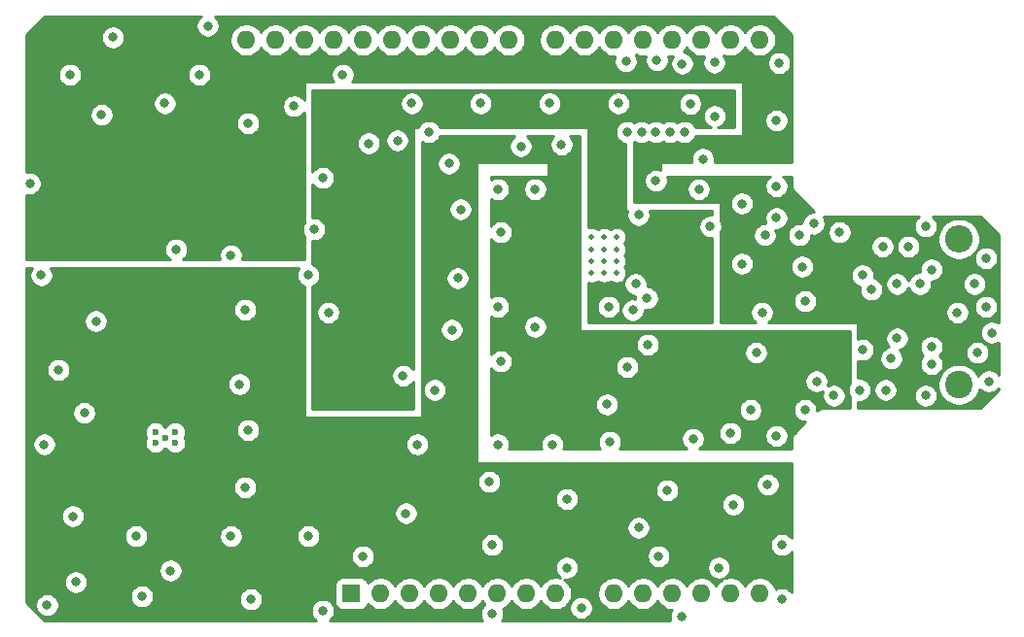
<source format=gbr>
%TF.GenerationSoftware,KiCad,Pcbnew,(5.1.6)-1*%
%TF.CreationDate,2020-06-24T23:25:01+02:00*%
%TF.ProjectId,phtodiode_adc,7068746f-6469-46f6-9465-5f6164632e6b,rev?*%
%TF.SameCoordinates,Original*%
%TF.FileFunction,Copper,L3,Inr*%
%TF.FilePolarity,Positive*%
%FSLAX46Y46*%
G04 Gerber Fmt 4.6, Leading zero omitted, Abs format (unit mm)*
G04 Created by KiCad (PCBNEW (5.1.6)-1) date 2020-06-24 23:25:01*
%MOMM*%
%LPD*%
G01*
G04 APERTURE LIST*
%TA.AperFunction,ViaPad*%
%ADD10O,2.400000X2.400000*%
%TD*%
%TA.AperFunction,ViaPad*%
%ADD11C,2.400000*%
%TD*%
%TA.AperFunction,ViaPad*%
%ADD12O,1.600000X1.600000*%
%TD*%
%TA.AperFunction,ViaPad*%
%ADD13R,1.600000X1.600000*%
%TD*%
%TA.AperFunction,ViaPad*%
%ADD14C,0.600000*%
%TD*%
%TA.AperFunction,ViaPad*%
%ADD15C,0.500000*%
%TD*%
%TA.AperFunction,ViaPad*%
%ADD16C,0.800000*%
%TD*%
%TA.AperFunction,Conductor*%
%ADD17C,0.254000*%
%TD*%
G04 APERTURE END LIST*
D10*
%TO.N,Net-(D2-Pad2)*%
%TO.C,D2*%
X193900000Y-90600000D03*
D11*
%TO.N,Net-(C20-Pad2)*%
X193900000Y-103300000D03*
%TD*%
D12*
%TO.N,/SCL*%
%TO.C,A1*%
X131860000Y-73240000D03*
%TO.N,/SDA*%
X134400000Y-73240000D03*
D13*
%TO.N,Net-(A1-Pad1)*%
X141000000Y-121500000D03*
D12*
%TO.N,/0_MCU*%
X171480000Y-73240000D03*
%TO.N,Net-(A1-Pad2)*%
X143540000Y-121500000D03*
%TO.N,/1_MCU*%
X168940000Y-73240000D03*
%TO.N,Net-(A1-Pad3)*%
X146080000Y-121500000D03*
%TO.N,/2_MCU*%
X166400000Y-73240000D03*
%TO.N,+3V3*%
X148620000Y-121500000D03*
%TO.N,/3_MCU*%
X163860000Y-73240000D03*
%TO.N,+5V*%
X151160000Y-121500000D03*
%TO.N,Net-(A1-Pad21)*%
X161320000Y-73240000D03*
%TO.N,GNDA*%
X153700000Y-121500000D03*
%TO.N,Net-(A1-Pad22)*%
X158780000Y-73240000D03*
%TO.N,GNDA*%
X156240000Y-121500000D03*
%TO.N,Net-(A1-Pad23)*%
X154720000Y-73240000D03*
%TO.N,Net-(A1-Pad8)*%
X158780000Y-121500000D03*
%TO.N,Net-(A1-Pad24)*%
X152180000Y-73240000D03*
%TO.N,Net-(A1-Pad9)*%
X163860000Y-121500000D03*
%TO.N,/~CS~*%
X149640000Y-73240000D03*
%TO.N,Net-(A1-Pad10)*%
X166400000Y-121500000D03*
%TO.N,/MOSI*%
X147100000Y-73240000D03*
%TO.N,Net-(A1-Pad11)*%
X168940000Y-121500000D03*
%TO.N,/MISO*%
X144560000Y-73240000D03*
%TO.N,Net-(A1-Pad12)*%
X171480000Y-121500000D03*
%TO.N,/SCK*%
X142020000Y-73240000D03*
%TO.N,Net-(A1-Pad13)*%
X174020000Y-121500000D03*
%TO.N,GNDA*%
X139480000Y-73240000D03*
%TO.N,Net-(A1-Pad14)*%
X176560000Y-121500000D03*
%TO.N,Net-(A1-Pad30)*%
X136940000Y-73240000D03*
%TO.N,/~DRDY~*%
X176560000Y-73240000D03*
%TO.N,/RST_MCU*%
X174020000Y-73240000D03*
%TD*%
D14*
%TO.N,GNDA*%
%TO.C,U1*%
X123930000Y-108390000D03*
X125650000Y-108390000D03*
X123930000Y-107430000D03*
X125650000Y-107430000D03*
X124790000Y-107910000D03*
%TD*%
D15*
%TO.N,GNDA*%
%TO.C,U3*%
X164075000Y-93575000D03*
X163000000Y-93575000D03*
X161925000Y-93575000D03*
X164075000Y-92525000D03*
X163000000Y-92525000D03*
X161925000Y-92525000D03*
X164075000Y-91475000D03*
X163000000Y-91475000D03*
X161925000Y-91475000D03*
X164075000Y-90425000D03*
X163000000Y-90425000D03*
X161925000Y-90425000D03*
%TD*%
D16*
%TO.N,+3V3*%
X168500000Y-78500000D03*
X160750000Y-78750000D03*
X154750000Y-78750000D03*
X148750000Y-78750000D03*
X145000000Y-85250000D03*
X145000000Y-97750000D03*
X167500000Y-89000000D03*
X142750000Y-100500000D03*
X143750000Y-100500000D03*
X143750000Y-101500000D03*
X142750000Y-101500000D03*
%TO.N,/~CS~*%
X166250000Y-81250000D03*
%TO.N,/MOSI*%
X167500000Y-81250000D03*
%TO.N,/MISO*%
X170000000Y-81250000D03*
%TO.N,/SCK*%
X168750000Y-81250000D03*
%TO.N,/~DRDY~*%
X159300000Y-82350000D03*
%TO.N,+5VA*%
X135750000Y-99250000D03*
X135750000Y-98250000D03*
X134750000Y-98250000D03*
X134750000Y-99250000D03*
X155500000Y-104000000D03*
X161250000Y-101000000D03*
X154250000Y-94000000D03*
X175000000Y-92750000D03*
X171750000Y-99500000D03*
X172750000Y-104500000D03*
%TO.N,-5VA*%
X136250000Y-83250000D03*
X136250000Y-82250000D03*
X135250000Y-82250000D03*
X135250000Y-83250000D03*
X177750000Y-94500000D03*
%TO.N,/RST_ADC*%
X165750000Y-94500000D03*
X172625000Y-79875000D03*
%TO.N,Net-(C20-Pad1)*%
X165500000Y-96800000D03*
X181500000Y-103000000D03*
%TO.N,GNDA*%
X170500000Y-78800000D03*
X146250000Y-78750000D03*
X152250000Y-78750000D03*
X158250000Y-78750000D03*
X164250000Y-78750000D03*
X140250000Y-76250000D03*
X136000000Y-79000000D03*
X127750000Y-76250000D03*
X120250000Y-73000000D03*
X116500000Y-76250000D03*
X119250000Y-79750000D03*
X149500000Y-84000000D03*
X155750000Y-82500000D03*
X157000000Y-86250000D03*
X150500000Y-88000000D03*
X142500000Y-82250000D03*
X138500000Y-85250000D03*
X132000000Y-80500000D03*
X124750000Y-78750000D03*
X113000000Y-85750000D03*
X114000000Y-93750000D03*
X137750000Y-89750000D03*
X125750000Y-91500000D03*
X130500000Y-92000000D03*
X137250000Y-93750000D03*
X139000000Y-97000000D03*
X131750000Y-96750000D03*
X131250000Y-103250000D03*
X132000000Y-107250000D03*
X131750000Y-112250000D03*
X130500000Y-116500000D03*
X125250000Y-119500000D03*
X138500000Y-123000000D03*
X132250000Y-122000000D03*
X122750000Y-121750000D03*
X117000000Y-120500000D03*
X116750000Y-114750000D03*
X122250000Y-116500000D03*
X114250000Y-108500000D03*
X117750000Y-105750000D03*
X115500000Y-102000000D03*
X118750000Y-97750000D03*
X137250000Y-116500000D03*
X114500000Y-122500000D03*
X142000000Y-118250000D03*
X145750000Y-114500000D03*
X153250000Y-117250000D03*
X159750000Y-119250000D03*
X161000000Y-122750000D03*
X153250000Y-123250000D03*
X169750000Y-123500000D03*
X178500000Y-122000000D03*
X178500000Y-117250000D03*
X173000000Y-119250000D03*
X167750000Y-118250000D03*
X174250000Y-113750000D03*
X166000000Y-115750000D03*
X177250000Y-112000000D03*
X168500000Y-112500000D03*
X159750000Y-113250000D03*
X153000000Y-111750000D03*
X146750000Y-108500000D03*
X148250000Y-103750000D03*
X145500000Y-102500000D03*
X149750000Y-98500000D03*
X150250000Y-94000000D03*
X178250000Y-75250000D03*
X178000000Y-80250000D03*
X171600000Y-83600000D03*
X167500000Y-85500000D03*
X166000000Y-88500000D03*
X171250000Y-86250000D03*
X172250000Y-89500000D03*
X175000000Y-87500000D03*
X178000000Y-86000000D03*
X178000000Y-88750000D03*
X177000000Y-90250000D03*
X180000000Y-90250000D03*
X181250000Y-89250000D03*
X183500000Y-90000000D03*
X185500000Y-93750000D03*
X186250000Y-95000000D03*
X188500000Y-94500000D03*
X191500000Y-93250000D03*
X189500000Y-91250000D03*
X187250000Y-91250000D03*
X191000000Y-89500000D03*
X190500000Y-94500000D03*
X196250000Y-92250000D03*
X195250000Y-94500000D03*
X196250000Y-96500000D03*
X193750000Y-97000000D03*
X196750000Y-98750000D03*
X195500000Y-100500000D03*
X196500000Y-103000000D03*
X191000000Y-104250000D03*
X191500000Y-101500000D03*
X191500000Y-100000000D03*
X188500000Y-99250000D03*
X188000000Y-101000000D03*
X187500000Y-103750000D03*
X185250000Y-103750000D03*
X185500000Y-100250000D03*
X183000000Y-104250000D03*
X180500000Y-105500000D03*
X178000000Y-107750000D03*
X175750000Y-105500000D03*
X174000000Y-107500000D03*
X170750000Y-108000000D03*
X176750000Y-97000000D03*
X176250000Y-100500000D03*
X180500000Y-96000000D03*
X180250000Y-93000000D03*
X166800000Y-99800000D03*
X163400000Y-96500000D03*
X166750000Y-95750000D03*
X165000000Y-101750000D03*
X163250000Y-105000000D03*
X163500000Y-108250000D03*
X158500000Y-108500000D03*
X153750000Y-108500000D03*
X154000000Y-101250000D03*
X157000000Y-98250000D03*
X153750000Y-96500000D03*
X154000000Y-90000000D03*
X153750000Y-86250000D03*
X128500000Y-72000000D03*
X172600000Y-75200000D03*
X169800000Y-75300000D03*
X167600000Y-75000000D03*
X164900000Y-75100000D03*
%TO.N,/MCLK*%
X165000000Y-81250000D03*
X145000000Y-82000000D03*
X147750000Y-81250000D03*
%TD*%
D17*
%TO.N,-5VA*%
G36*
X127840226Y-71196063D02*
G01*
X127696063Y-71340226D01*
X127582795Y-71509744D01*
X127504774Y-71698102D01*
X127465000Y-71898061D01*
X127465000Y-72101939D01*
X127504774Y-72301898D01*
X127582795Y-72490256D01*
X127696063Y-72659774D01*
X127840226Y-72803937D01*
X128009744Y-72917205D01*
X128198102Y-72995226D01*
X128398061Y-73035000D01*
X128601939Y-73035000D01*
X128801898Y-72995226D01*
X128990256Y-72917205D01*
X129159774Y-72803937D01*
X129303937Y-72659774D01*
X129417205Y-72490256D01*
X129495226Y-72301898D01*
X129535000Y-72101939D01*
X129535000Y-71898061D01*
X129495226Y-71698102D01*
X129417205Y-71509744D01*
X129303937Y-71340226D01*
X129159774Y-71196063D01*
X129105802Y-71160000D01*
X177726620Y-71160000D01*
X179340001Y-72773382D01*
X179340000Y-83873000D01*
X172600974Y-83873000D01*
X172635000Y-83701939D01*
X172635000Y-83498061D01*
X172595226Y-83298102D01*
X172517205Y-83109744D01*
X172403937Y-82940226D01*
X172259774Y-82796063D01*
X172090256Y-82682795D01*
X171901898Y-82604774D01*
X171701939Y-82565000D01*
X171498061Y-82565000D01*
X171298102Y-82604774D01*
X171109744Y-82682795D01*
X170940226Y-82796063D01*
X170796063Y-82940226D01*
X170682795Y-83109744D01*
X170604774Y-83298102D01*
X170565000Y-83498061D01*
X170565000Y-83701939D01*
X170599026Y-83873000D01*
X168000000Y-83873000D01*
X167975224Y-83875440D01*
X167951399Y-83882667D01*
X167929443Y-83894403D01*
X167910197Y-83910197D01*
X167894403Y-83929443D01*
X167882667Y-83951399D01*
X167875440Y-83975224D01*
X167873000Y-84000000D01*
X167873000Y-84534226D01*
X167801898Y-84504774D01*
X167601939Y-84465000D01*
X167398061Y-84465000D01*
X167198102Y-84504774D01*
X167009744Y-84582795D01*
X166840226Y-84696063D01*
X166696063Y-84840226D01*
X166582795Y-85009744D01*
X166504774Y-85198102D01*
X166465000Y-85398061D01*
X166465000Y-85601939D01*
X166504774Y-85801898D01*
X166582795Y-85990256D01*
X166696063Y-86159774D01*
X166840226Y-86303937D01*
X167009744Y-86417205D01*
X167198102Y-86495226D01*
X167398061Y-86535000D01*
X167601939Y-86535000D01*
X167801898Y-86495226D01*
X167990256Y-86417205D01*
X168159774Y-86303937D01*
X168303937Y-86159774D01*
X168311763Y-86148061D01*
X170215000Y-86148061D01*
X170215000Y-86351939D01*
X170254774Y-86551898D01*
X170332795Y-86740256D01*
X170446063Y-86909774D01*
X170590226Y-87053937D01*
X170759744Y-87167205D01*
X170948102Y-87245226D01*
X171148061Y-87285000D01*
X171351939Y-87285000D01*
X171551898Y-87245226D01*
X171740256Y-87167205D01*
X171909774Y-87053937D01*
X172053937Y-86909774D01*
X172167205Y-86740256D01*
X172245226Y-86551898D01*
X172285000Y-86351939D01*
X172285000Y-86148061D01*
X172245226Y-85948102D01*
X172167205Y-85759744D01*
X172053937Y-85590226D01*
X171909774Y-85446063D01*
X171740256Y-85332795D01*
X171551898Y-85254774D01*
X171351939Y-85215000D01*
X171148061Y-85215000D01*
X170948102Y-85254774D01*
X170759744Y-85332795D01*
X170590226Y-85446063D01*
X170446063Y-85590226D01*
X170332795Y-85759744D01*
X170254774Y-85948102D01*
X170215000Y-86148061D01*
X168311763Y-86148061D01*
X168417205Y-85990256D01*
X168495226Y-85801898D01*
X168535000Y-85601939D01*
X168535000Y-85398061D01*
X168495226Y-85198102D01*
X168465774Y-85127000D01*
X177443586Y-85127000D01*
X177340226Y-85196063D01*
X177196063Y-85340226D01*
X177082795Y-85509744D01*
X177004774Y-85698102D01*
X176965000Y-85898061D01*
X176965000Y-86101939D01*
X177004774Y-86301898D01*
X177082795Y-86490256D01*
X177196063Y-86659774D01*
X177340226Y-86803937D01*
X177509744Y-86917205D01*
X177698102Y-86995226D01*
X177898061Y-87035000D01*
X178101939Y-87035000D01*
X178301898Y-86995226D01*
X178490256Y-86917205D01*
X178659774Y-86803937D01*
X178803937Y-86659774D01*
X178917205Y-86490256D01*
X178995226Y-86301898D01*
X179035000Y-86101939D01*
X179035000Y-85898061D01*
X178995226Y-85698102D01*
X178917205Y-85509744D01*
X178803937Y-85340226D01*
X178659774Y-85196063D01*
X178556414Y-85127000D01*
X179340000Y-85127000D01*
X179340000Y-85967591D01*
X179336808Y-86000000D01*
X179340000Y-86032409D01*
X179340000Y-86032418D01*
X179349550Y-86129382D01*
X179387290Y-86253792D01*
X179448575Y-86368450D01*
X179482489Y-86409774D01*
X179531052Y-86468948D01*
X179556236Y-86489616D01*
X181281619Y-88215000D01*
X181148061Y-88215000D01*
X180948102Y-88254774D01*
X180759744Y-88332795D01*
X180590226Y-88446063D01*
X180446063Y-88590226D01*
X180332795Y-88759744D01*
X180254774Y-88948102D01*
X180215000Y-89148061D01*
X180215000Y-89237489D01*
X180101939Y-89215000D01*
X179898061Y-89215000D01*
X179698102Y-89254774D01*
X179509744Y-89332795D01*
X179340226Y-89446063D01*
X179196063Y-89590226D01*
X179082795Y-89759744D01*
X179004774Y-89948102D01*
X178965000Y-90148061D01*
X178965000Y-90351939D01*
X179004774Y-90551898D01*
X179082795Y-90740256D01*
X179196063Y-90909774D01*
X179340226Y-91053937D01*
X179509744Y-91167205D01*
X179698102Y-91245226D01*
X179898061Y-91285000D01*
X180101939Y-91285000D01*
X180301898Y-91245226D01*
X180490256Y-91167205D01*
X180518907Y-91148061D01*
X186215000Y-91148061D01*
X186215000Y-91351939D01*
X186254774Y-91551898D01*
X186332795Y-91740256D01*
X186446063Y-91909774D01*
X186590226Y-92053937D01*
X186759744Y-92167205D01*
X186948102Y-92245226D01*
X187148061Y-92285000D01*
X187351939Y-92285000D01*
X187551898Y-92245226D01*
X187740256Y-92167205D01*
X187909774Y-92053937D01*
X188053937Y-91909774D01*
X188167205Y-91740256D01*
X188245226Y-91551898D01*
X188285000Y-91351939D01*
X188285000Y-91148061D01*
X188465000Y-91148061D01*
X188465000Y-91351939D01*
X188504774Y-91551898D01*
X188582795Y-91740256D01*
X188696063Y-91909774D01*
X188840226Y-92053937D01*
X189009744Y-92167205D01*
X189198102Y-92245226D01*
X189398061Y-92285000D01*
X189601939Y-92285000D01*
X189801898Y-92245226D01*
X189990256Y-92167205D01*
X190159774Y-92053937D01*
X190303937Y-91909774D01*
X190417205Y-91740256D01*
X190495226Y-91551898D01*
X190535000Y-91351939D01*
X190535000Y-91148061D01*
X190495226Y-90948102D01*
X190417205Y-90759744D01*
X190303937Y-90590226D01*
X190159774Y-90446063D01*
X189990256Y-90332795D01*
X189801898Y-90254774D01*
X189601939Y-90215000D01*
X189398061Y-90215000D01*
X189198102Y-90254774D01*
X189009744Y-90332795D01*
X188840226Y-90446063D01*
X188696063Y-90590226D01*
X188582795Y-90759744D01*
X188504774Y-90948102D01*
X188465000Y-91148061D01*
X188285000Y-91148061D01*
X188245226Y-90948102D01*
X188167205Y-90759744D01*
X188053937Y-90590226D01*
X187909774Y-90446063D01*
X187740256Y-90332795D01*
X187551898Y-90254774D01*
X187351939Y-90215000D01*
X187148061Y-90215000D01*
X186948102Y-90254774D01*
X186759744Y-90332795D01*
X186590226Y-90446063D01*
X186446063Y-90590226D01*
X186332795Y-90759744D01*
X186254774Y-90948102D01*
X186215000Y-91148061D01*
X180518907Y-91148061D01*
X180659774Y-91053937D01*
X180803937Y-90909774D01*
X180917205Y-90740256D01*
X180995226Y-90551898D01*
X181035000Y-90351939D01*
X181035000Y-90262511D01*
X181148061Y-90285000D01*
X181351939Y-90285000D01*
X181551898Y-90245226D01*
X181740256Y-90167205D01*
X181909774Y-90053937D01*
X182053937Y-89909774D01*
X182061763Y-89898061D01*
X182465000Y-89898061D01*
X182465000Y-90101939D01*
X182504774Y-90301898D01*
X182582795Y-90490256D01*
X182696063Y-90659774D01*
X182840226Y-90803937D01*
X183009744Y-90917205D01*
X183198102Y-90995226D01*
X183398061Y-91035000D01*
X183601939Y-91035000D01*
X183801898Y-90995226D01*
X183990256Y-90917205D01*
X184159774Y-90803937D01*
X184303937Y-90659774D01*
X184417205Y-90490256D01*
X184495226Y-90301898D01*
X184535000Y-90101939D01*
X184535000Y-89898061D01*
X184495226Y-89698102D01*
X184417205Y-89509744D01*
X184303937Y-89340226D01*
X184159774Y-89196063D01*
X183990256Y-89082795D01*
X183801898Y-89004774D01*
X183601939Y-88965000D01*
X183398061Y-88965000D01*
X183198102Y-89004774D01*
X183009744Y-89082795D01*
X182840226Y-89196063D01*
X182696063Y-89340226D01*
X182582795Y-89509744D01*
X182504774Y-89698102D01*
X182465000Y-89898061D01*
X182061763Y-89898061D01*
X182167205Y-89740256D01*
X182245226Y-89551898D01*
X182285000Y-89351939D01*
X182285000Y-89148061D01*
X182245226Y-88948102D01*
X182167205Y-88759744D01*
X182100558Y-88660000D01*
X190394198Y-88660000D01*
X190340226Y-88696063D01*
X190196063Y-88840226D01*
X190082795Y-89009744D01*
X190004774Y-89198102D01*
X189965000Y-89398061D01*
X189965000Y-89601939D01*
X190004774Y-89801898D01*
X190082795Y-89990256D01*
X190196063Y-90159774D01*
X190340226Y-90303937D01*
X190509744Y-90417205D01*
X190698102Y-90495226D01*
X190898061Y-90535000D01*
X191101939Y-90535000D01*
X191301898Y-90495226D01*
X191485275Y-90419268D01*
X192065000Y-90419268D01*
X192065000Y-90780732D01*
X192135518Y-91135250D01*
X192273844Y-91469199D01*
X192474662Y-91769744D01*
X192730256Y-92025338D01*
X193030801Y-92226156D01*
X193364750Y-92364482D01*
X193719268Y-92435000D01*
X194080732Y-92435000D01*
X194435250Y-92364482D01*
X194769199Y-92226156D01*
X194886076Y-92148061D01*
X195215000Y-92148061D01*
X195215000Y-92351939D01*
X195254774Y-92551898D01*
X195332795Y-92740256D01*
X195446063Y-92909774D01*
X195590226Y-93053937D01*
X195759744Y-93167205D01*
X195948102Y-93245226D01*
X196148061Y-93285000D01*
X196351939Y-93285000D01*
X196551898Y-93245226D01*
X196740256Y-93167205D01*
X196909774Y-93053937D01*
X197053937Y-92909774D01*
X197167205Y-92740256D01*
X197245226Y-92551898D01*
X197285000Y-92351939D01*
X197285000Y-92148061D01*
X197245226Y-91948102D01*
X197167205Y-91759744D01*
X197053937Y-91590226D01*
X196909774Y-91446063D01*
X196740256Y-91332795D01*
X196551898Y-91254774D01*
X196351939Y-91215000D01*
X196148061Y-91215000D01*
X195948102Y-91254774D01*
X195759744Y-91332795D01*
X195590226Y-91446063D01*
X195446063Y-91590226D01*
X195332795Y-91759744D01*
X195254774Y-91948102D01*
X195215000Y-92148061D01*
X194886076Y-92148061D01*
X195069744Y-92025338D01*
X195325338Y-91769744D01*
X195526156Y-91469199D01*
X195664482Y-91135250D01*
X195735000Y-90780732D01*
X195735000Y-90419268D01*
X195664482Y-90064750D01*
X195526156Y-89730801D01*
X195325338Y-89430256D01*
X195069744Y-89174662D01*
X194769199Y-88973844D01*
X194435250Y-88835518D01*
X194080732Y-88765000D01*
X193719268Y-88765000D01*
X193364750Y-88835518D01*
X193030801Y-88973844D01*
X192730256Y-89174662D01*
X192474662Y-89430256D01*
X192273844Y-89730801D01*
X192135518Y-90064750D01*
X192065000Y-90419268D01*
X191485275Y-90419268D01*
X191490256Y-90417205D01*
X191659774Y-90303937D01*
X191803937Y-90159774D01*
X191917205Y-89990256D01*
X191995226Y-89801898D01*
X192035000Y-89601939D01*
X192035000Y-89398061D01*
X191995226Y-89198102D01*
X191917205Y-89009744D01*
X191803937Y-88840226D01*
X191659774Y-88696063D01*
X191605802Y-88660000D01*
X195726620Y-88660000D01*
X197340001Y-90273382D01*
X197340000Y-97899442D01*
X197240256Y-97832795D01*
X197051898Y-97754774D01*
X196851939Y-97715000D01*
X196648061Y-97715000D01*
X196448102Y-97754774D01*
X196259744Y-97832795D01*
X196090226Y-97946063D01*
X195946063Y-98090226D01*
X195832795Y-98259744D01*
X195754774Y-98448102D01*
X195715000Y-98648061D01*
X195715000Y-98851939D01*
X195754774Y-99051898D01*
X195832795Y-99240256D01*
X195946063Y-99409774D01*
X196090226Y-99553937D01*
X196259744Y-99667205D01*
X196448102Y-99745226D01*
X196648061Y-99785000D01*
X196851939Y-99785000D01*
X197051898Y-99745226D01*
X197240256Y-99667205D01*
X197340000Y-99600558D01*
X197340000Y-102394198D01*
X197303937Y-102340226D01*
X197159774Y-102196063D01*
X196990256Y-102082795D01*
X196801898Y-102004774D01*
X196601939Y-101965000D01*
X196398061Y-101965000D01*
X196198102Y-102004774D01*
X196009744Y-102082795D01*
X195840226Y-102196063D01*
X195696063Y-102340226D01*
X195582795Y-102509744D01*
X195570825Y-102538642D01*
X195526156Y-102430801D01*
X195325338Y-102130256D01*
X195069744Y-101874662D01*
X194769199Y-101673844D01*
X194435250Y-101535518D01*
X194080732Y-101465000D01*
X193719268Y-101465000D01*
X193364750Y-101535518D01*
X193030801Y-101673844D01*
X192730256Y-101874662D01*
X192474662Y-102130256D01*
X192273844Y-102430801D01*
X192135518Y-102764750D01*
X192065000Y-103119268D01*
X192065000Y-103480732D01*
X192135518Y-103835250D01*
X192273844Y-104169199D01*
X192474662Y-104469744D01*
X192730256Y-104725338D01*
X193030801Y-104926156D01*
X193364750Y-105064482D01*
X193719268Y-105135000D01*
X194080732Y-105135000D01*
X194435250Y-105064482D01*
X194769199Y-104926156D01*
X195069744Y-104725338D01*
X195325338Y-104469744D01*
X195526156Y-104169199D01*
X195664482Y-103835250D01*
X195698835Y-103662546D01*
X195840226Y-103803937D01*
X196009744Y-103917205D01*
X196198102Y-103995226D01*
X196398061Y-104035000D01*
X196601939Y-104035000D01*
X196801898Y-103995226D01*
X196990256Y-103917205D01*
X197159774Y-103803937D01*
X197303937Y-103659774D01*
X197340000Y-103605802D01*
X197340000Y-103726619D01*
X195726620Y-105340000D01*
X185127000Y-105340000D01*
X185127000Y-104780811D01*
X185148061Y-104785000D01*
X185351939Y-104785000D01*
X185551898Y-104745226D01*
X185740256Y-104667205D01*
X185909774Y-104553937D01*
X186053937Y-104409774D01*
X186167205Y-104240256D01*
X186245226Y-104051898D01*
X186285000Y-103851939D01*
X186285000Y-103648061D01*
X186465000Y-103648061D01*
X186465000Y-103851939D01*
X186504774Y-104051898D01*
X186582795Y-104240256D01*
X186696063Y-104409774D01*
X186840226Y-104553937D01*
X187009744Y-104667205D01*
X187198102Y-104745226D01*
X187398061Y-104785000D01*
X187601939Y-104785000D01*
X187801898Y-104745226D01*
X187990256Y-104667205D01*
X188159774Y-104553937D01*
X188303937Y-104409774D01*
X188417205Y-104240256D01*
X188455393Y-104148061D01*
X189965000Y-104148061D01*
X189965000Y-104351939D01*
X190004774Y-104551898D01*
X190082795Y-104740256D01*
X190196063Y-104909774D01*
X190340226Y-105053937D01*
X190509744Y-105167205D01*
X190698102Y-105245226D01*
X190898061Y-105285000D01*
X191101939Y-105285000D01*
X191301898Y-105245226D01*
X191490256Y-105167205D01*
X191659774Y-105053937D01*
X191803937Y-104909774D01*
X191917205Y-104740256D01*
X191995226Y-104551898D01*
X192035000Y-104351939D01*
X192035000Y-104148061D01*
X191995226Y-103948102D01*
X191917205Y-103759744D01*
X191803937Y-103590226D01*
X191659774Y-103446063D01*
X191490256Y-103332795D01*
X191301898Y-103254774D01*
X191101939Y-103215000D01*
X190898061Y-103215000D01*
X190698102Y-103254774D01*
X190509744Y-103332795D01*
X190340226Y-103446063D01*
X190196063Y-103590226D01*
X190082795Y-103759744D01*
X190004774Y-103948102D01*
X189965000Y-104148061D01*
X188455393Y-104148061D01*
X188495226Y-104051898D01*
X188535000Y-103851939D01*
X188535000Y-103648061D01*
X188495226Y-103448102D01*
X188417205Y-103259744D01*
X188303937Y-103090226D01*
X188159774Y-102946063D01*
X187990256Y-102832795D01*
X187801898Y-102754774D01*
X187601939Y-102715000D01*
X187398061Y-102715000D01*
X187198102Y-102754774D01*
X187009744Y-102832795D01*
X186840226Y-102946063D01*
X186696063Y-103090226D01*
X186582795Y-103259744D01*
X186504774Y-103448102D01*
X186465000Y-103648061D01*
X186285000Y-103648061D01*
X186245226Y-103448102D01*
X186167205Y-103259744D01*
X186053937Y-103090226D01*
X185909774Y-102946063D01*
X185740256Y-102832795D01*
X185551898Y-102754774D01*
X185351939Y-102715000D01*
X185148061Y-102715000D01*
X185127000Y-102719189D01*
X185127000Y-101215774D01*
X185198102Y-101245226D01*
X185398061Y-101285000D01*
X185601939Y-101285000D01*
X185801898Y-101245226D01*
X185990256Y-101167205D01*
X186159774Y-101053937D01*
X186303937Y-100909774D01*
X186311763Y-100898061D01*
X186965000Y-100898061D01*
X186965000Y-101101939D01*
X187004774Y-101301898D01*
X187082795Y-101490256D01*
X187196063Y-101659774D01*
X187340226Y-101803937D01*
X187509744Y-101917205D01*
X187698102Y-101995226D01*
X187898061Y-102035000D01*
X188101939Y-102035000D01*
X188301898Y-101995226D01*
X188490256Y-101917205D01*
X188659774Y-101803937D01*
X188803937Y-101659774D01*
X188917205Y-101490256D01*
X188995226Y-101301898D01*
X189035000Y-101101939D01*
X189035000Y-100898061D01*
X188995226Y-100698102D01*
X188917205Y-100509744D01*
X188803937Y-100340226D01*
X188724360Y-100260649D01*
X188801898Y-100245226D01*
X188990256Y-100167205D01*
X189159774Y-100053937D01*
X189303937Y-99909774D01*
X189311763Y-99898061D01*
X190465000Y-99898061D01*
X190465000Y-100101939D01*
X190504774Y-100301898D01*
X190582795Y-100490256D01*
X190696063Y-100659774D01*
X190786289Y-100750000D01*
X190696063Y-100840226D01*
X190582795Y-101009744D01*
X190504774Y-101198102D01*
X190465000Y-101398061D01*
X190465000Y-101601939D01*
X190504774Y-101801898D01*
X190582795Y-101990256D01*
X190696063Y-102159774D01*
X190840226Y-102303937D01*
X191009744Y-102417205D01*
X191198102Y-102495226D01*
X191398061Y-102535000D01*
X191601939Y-102535000D01*
X191801898Y-102495226D01*
X191990256Y-102417205D01*
X192159774Y-102303937D01*
X192303937Y-102159774D01*
X192417205Y-101990256D01*
X192495226Y-101801898D01*
X192535000Y-101601939D01*
X192535000Y-101398061D01*
X192495226Y-101198102D01*
X192417205Y-101009744D01*
X192303937Y-100840226D01*
X192213711Y-100750000D01*
X192303937Y-100659774D01*
X192417205Y-100490256D01*
X192455393Y-100398061D01*
X194465000Y-100398061D01*
X194465000Y-100601939D01*
X194504774Y-100801898D01*
X194582795Y-100990256D01*
X194696063Y-101159774D01*
X194840226Y-101303937D01*
X195009744Y-101417205D01*
X195198102Y-101495226D01*
X195398061Y-101535000D01*
X195601939Y-101535000D01*
X195801898Y-101495226D01*
X195990256Y-101417205D01*
X196159774Y-101303937D01*
X196303937Y-101159774D01*
X196417205Y-100990256D01*
X196495226Y-100801898D01*
X196535000Y-100601939D01*
X196535000Y-100398061D01*
X196495226Y-100198102D01*
X196417205Y-100009744D01*
X196303937Y-99840226D01*
X196159774Y-99696063D01*
X195990256Y-99582795D01*
X195801898Y-99504774D01*
X195601939Y-99465000D01*
X195398061Y-99465000D01*
X195198102Y-99504774D01*
X195009744Y-99582795D01*
X194840226Y-99696063D01*
X194696063Y-99840226D01*
X194582795Y-100009744D01*
X194504774Y-100198102D01*
X194465000Y-100398061D01*
X192455393Y-100398061D01*
X192495226Y-100301898D01*
X192535000Y-100101939D01*
X192535000Y-99898061D01*
X192495226Y-99698102D01*
X192417205Y-99509744D01*
X192303937Y-99340226D01*
X192159774Y-99196063D01*
X191990256Y-99082795D01*
X191801898Y-99004774D01*
X191601939Y-98965000D01*
X191398061Y-98965000D01*
X191198102Y-99004774D01*
X191009744Y-99082795D01*
X190840226Y-99196063D01*
X190696063Y-99340226D01*
X190582795Y-99509744D01*
X190504774Y-99698102D01*
X190465000Y-99898061D01*
X189311763Y-99898061D01*
X189417205Y-99740256D01*
X189495226Y-99551898D01*
X189535000Y-99351939D01*
X189535000Y-99148061D01*
X189495226Y-98948102D01*
X189417205Y-98759744D01*
X189303937Y-98590226D01*
X189159774Y-98446063D01*
X188990256Y-98332795D01*
X188801898Y-98254774D01*
X188601939Y-98215000D01*
X188398061Y-98215000D01*
X188198102Y-98254774D01*
X188009744Y-98332795D01*
X187840226Y-98446063D01*
X187696063Y-98590226D01*
X187582795Y-98759744D01*
X187504774Y-98948102D01*
X187465000Y-99148061D01*
X187465000Y-99351939D01*
X187504774Y-99551898D01*
X187582795Y-99740256D01*
X187696063Y-99909774D01*
X187775640Y-99989351D01*
X187698102Y-100004774D01*
X187509744Y-100082795D01*
X187340226Y-100196063D01*
X187196063Y-100340226D01*
X187082795Y-100509744D01*
X187004774Y-100698102D01*
X186965000Y-100898061D01*
X186311763Y-100898061D01*
X186417205Y-100740256D01*
X186495226Y-100551898D01*
X186535000Y-100351939D01*
X186535000Y-100148061D01*
X186495226Y-99948102D01*
X186417205Y-99759744D01*
X186303937Y-99590226D01*
X186159774Y-99446063D01*
X185990256Y-99332795D01*
X185801898Y-99254774D01*
X185601939Y-99215000D01*
X185398061Y-99215000D01*
X185198102Y-99254774D01*
X185127000Y-99284226D01*
X185127000Y-98000000D01*
X185124560Y-97975224D01*
X185117333Y-97951399D01*
X185105597Y-97929443D01*
X185089803Y-97910197D01*
X185070557Y-97894403D01*
X185048601Y-97882667D01*
X185024776Y-97875440D01*
X185000000Y-97873000D01*
X177306414Y-97873000D01*
X177409774Y-97803937D01*
X177553937Y-97659774D01*
X177667205Y-97490256D01*
X177745226Y-97301898D01*
X177785000Y-97101939D01*
X177785000Y-96898061D01*
X177745226Y-96698102D01*
X177667205Y-96509744D01*
X177553937Y-96340226D01*
X177409774Y-96196063D01*
X177240256Y-96082795D01*
X177051898Y-96004774D01*
X176851939Y-95965000D01*
X176648061Y-95965000D01*
X176448102Y-96004774D01*
X176259744Y-96082795D01*
X176090226Y-96196063D01*
X175946063Y-96340226D01*
X175832795Y-96509744D01*
X175754774Y-96698102D01*
X175715000Y-96898061D01*
X175715000Y-97101939D01*
X175754774Y-97301898D01*
X175832795Y-97490256D01*
X175946063Y-97659774D01*
X176090226Y-97803937D01*
X176193586Y-97873000D01*
X173127000Y-97873000D01*
X173127000Y-95898061D01*
X179465000Y-95898061D01*
X179465000Y-96101939D01*
X179504774Y-96301898D01*
X179582795Y-96490256D01*
X179696063Y-96659774D01*
X179840226Y-96803937D01*
X180009744Y-96917205D01*
X180198102Y-96995226D01*
X180398061Y-97035000D01*
X180601939Y-97035000D01*
X180801898Y-96995226D01*
X180990256Y-96917205D01*
X181018907Y-96898061D01*
X192715000Y-96898061D01*
X192715000Y-97101939D01*
X192754774Y-97301898D01*
X192832795Y-97490256D01*
X192946063Y-97659774D01*
X193090226Y-97803937D01*
X193259744Y-97917205D01*
X193448102Y-97995226D01*
X193648061Y-98035000D01*
X193851939Y-98035000D01*
X194051898Y-97995226D01*
X194240256Y-97917205D01*
X194409774Y-97803937D01*
X194553937Y-97659774D01*
X194667205Y-97490256D01*
X194745226Y-97301898D01*
X194785000Y-97101939D01*
X194785000Y-96898061D01*
X194745226Y-96698102D01*
X194667205Y-96509744D01*
X194592582Y-96398061D01*
X195215000Y-96398061D01*
X195215000Y-96601939D01*
X195254774Y-96801898D01*
X195332795Y-96990256D01*
X195446063Y-97159774D01*
X195590226Y-97303937D01*
X195759744Y-97417205D01*
X195948102Y-97495226D01*
X196148061Y-97535000D01*
X196351939Y-97535000D01*
X196551898Y-97495226D01*
X196740256Y-97417205D01*
X196909774Y-97303937D01*
X197053937Y-97159774D01*
X197167205Y-96990256D01*
X197245226Y-96801898D01*
X197285000Y-96601939D01*
X197285000Y-96398061D01*
X197245226Y-96198102D01*
X197167205Y-96009744D01*
X197053937Y-95840226D01*
X196909774Y-95696063D01*
X196740256Y-95582795D01*
X196551898Y-95504774D01*
X196351939Y-95465000D01*
X196148061Y-95465000D01*
X195948102Y-95504774D01*
X195759744Y-95582795D01*
X195590226Y-95696063D01*
X195446063Y-95840226D01*
X195332795Y-96009744D01*
X195254774Y-96198102D01*
X195215000Y-96398061D01*
X194592582Y-96398061D01*
X194553937Y-96340226D01*
X194409774Y-96196063D01*
X194240256Y-96082795D01*
X194051898Y-96004774D01*
X193851939Y-95965000D01*
X193648061Y-95965000D01*
X193448102Y-96004774D01*
X193259744Y-96082795D01*
X193090226Y-96196063D01*
X192946063Y-96340226D01*
X192832795Y-96509744D01*
X192754774Y-96698102D01*
X192715000Y-96898061D01*
X181018907Y-96898061D01*
X181159774Y-96803937D01*
X181303937Y-96659774D01*
X181417205Y-96490256D01*
X181495226Y-96301898D01*
X181535000Y-96101939D01*
X181535000Y-95898061D01*
X181495226Y-95698102D01*
X181417205Y-95509744D01*
X181303937Y-95340226D01*
X181159774Y-95196063D01*
X180990256Y-95082795D01*
X180801898Y-95004774D01*
X180601939Y-94965000D01*
X180398061Y-94965000D01*
X180198102Y-95004774D01*
X180009744Y-95082795D01*
X179840226Y-95196063D01*
X179696063Y-95340226D01*
X179582795Y-95509744D01*
X179504774Y-95698102D01*
X179465000Y-95898061D01*
X173127000Y-95898061D01*
X173127000Y-92648061D01*
X173965000Y-92648061D01*
X173965000Y-92851939D01*
X174004774Y-93051898D01*
X174082795Y-93240256D01*
X174196063Y-93409774D01*
X174340226Y-93553937D01*
X174509744Y-93667205D01*
X174698102Y-93745226D01*
X174898061Y-93785000D01*
X175101939Y-93785000D01*
X175301898Y-93745226D01*
X175490256Y-93667205D01*
X175659774Y-93553937D01*
X175803937Y-93409774D01*
X175917205Y-93240256D01*
X175995226Y-93051898D01*
X176025825Y-92898061D01*
X179215000Y-92898061D01*
X179215000Y-93101939D01*
X179254774Y-93301898D01*
X179332795Y-93490256D01*
X179446063Y-93659774D01*
X179590226Y-93803937D01*
X179759744Y-93917205D01*
X179948102Y-93995226D01*
X180148061Y-94035000D01*
X180351939Y-94035000D01*
X180551898Y-93995226D01*
X180740256Y-93917205D01*
X180909774Y-93803937D01*
X181053937Y-93659774D01*
X181061763Y-93648061D01*
X184465000Y-93648061D01*
X184465000Y-93851939D01*
X184504774Y-94051898D01*
X184582795Y-94240256D01*
X184696063Y-94409774D01*
X184840226Y-94553937D01*
X185009744Y-94667205D01*
X185198102Y-94745226D01*
X185243600Y-94754276D01*
X185215000Y-94898061D01*
X185215000Y-95101939D01*
X185254774Y-95301898D01*
X185332795Y-95490256D01*
X185446063Y-95659774D01*
X185590226Y-95803937D01*
X185759744Y-95917205D01*
X185948102Y-95995226D01*
X186148061Y-96035000D01*
X186351939Y-96035000D01*
X186551898Y-95995226D01*
X186740256Y-95917205D01*
X186909774Y-95803937D01*
X187053937Y-95659774D01*
X187167205Y-95490256D01*
X187245226Y-95301898D01*
X187285000Y-95101939D01*
X187285000Y-94898061D01*
X187245226Y-94698102D01*
X187167205Y-94509744D01*
X187092582Y-94398061D01*
X187465000Y-94398061D01*
X187465000Y-94601939D01*
X187504774Y-94801898D01*
X187582795Y-94990256D01*
X187696063Y-95159774D01*
X187840226Y-95303937D01*
X188009744Y-95417205D01*
X188198102Y-95495226D01*
X188398061Y-95535000D01*
X188601939Y-95535000D01*
X188801898Y-95495226D01*
X188990256Y-95417205D01*
X189159774Y-95303937D01*
X189303937Y-95159774D01*
X189417205Y-94990256D01*
X189495226Y-94801898D01*
X189500000Y-94777897D01*
X189504774Y-94801898D01*
X189582795Y-94990256D01*
X189696063Y-95159774D01*
X189840226Y-95303937D01*
X190009744Y-95417205D01*
X190198102Y-95495226D01*
X190398061Y-95535000D01*
X190601939Y-95535000D01*
X190801898Y-95495226D01*
X190990256Y-95417205D01*
X191159774Y-95303937D01*
X191303937Y-95159774D01*
X191417205Y-94990256D01*
X191495226Y-94801898D01*
X191535000Y-94601939D01*
X191535000Y-94398061D01*
X194215000Y-94398061D01*
X194215000Y-94601939D01*
X194254774Y-94801898D01*
X194332795Y-94990256D01*
X194446063Y-95159774D01*
X194590226Y-95303937D01*
X194759744Y-95417205D01*
X194948102Y-95495226D01*
X195148061Y-95535000D01*
X195351939Y-95535000D01*
X195551898Y-95495226D01*
X195740256Y-95417205D01*
X195909774Y-95303937D01*
X196053937Y-95159774D01*
X196167205Y-94990256D01*
X196245226Y-94801898D01*
X196285000Y-94601939D01*
X196285000Y-94398061D01*
X196245226Y-94198102D01*
X196167205Y-94009744D01*
X196053937Y-93840226D01*
X195909774Y-93696063D01*
X195740256Y-93582795D01*
X195551898Y-93504774D01*
X195351939Y-93465000D01*
X195148061Y-93465000D01*
X194948102Y-93504774D01*
X194759744Y-93582795D01*
X194590226Y-93696063D01*
X194446063Y-93840226D01*
X194332795Y-94009744D01*
X194254774Y-94198102D01*
X194215000Y-94398061D01*
X191535000Y-94398061D01*
X191512511Y-94285000D01*
X191601939Y-94285000D01*
X191801898Y-94245226D01*
X191990256Y-94167205D01*
X192159774Y-94053937D01*
X192303937Y-93909774D01*
X192417205Y-93740256D01*
X192495226Y-93551898D01*
X192535000Y-93351939D01*
X192535000Y-93148061D01*
X192495226Y-92948102D01*
X192417205Y-92759744D01*
X192303937Y-92590226D01*
X192159774Y-92446063D01*
X191990256Y-92332795D01*
X191801898Y-92254774D01*
X191601939Y-92215000D01*
X191398061Y-92215000D01*
X191198102Y-92254774D01*
X191009744Y-92332795D01*
X190840226Y-92446063D01*
X190696063Y-92590226D01*
X190582795Y-92759744D01*
X190504774Y-92948102D01*
X190465000Y-93148061D01*
X190465000Y-93351939D01*
X190487489Y-93465000D01*
X190398061Y-93465000D01*
X190198102Y-93504774D01*
X190009744Y-93582795D01*
X189840226Y-93696063D01*
X189696063Y-93840226D01*
X189582795Y-94009744D01*
X189504774Y-94198102D01*
X189500000Y-94222103D01*
X189495226Y-94198102D01*
X189417205Y-94009744D01*
X189303937Y-93840226D01*
X189159774Y-93696063D01*
X188990256Y-93582795D01*
X188801898Y-93504774D01*
X188601939Y-93465000D01*
X188398061Y-93465000D01*
X188198102Y-93504774D01*
X188009744Y-93582795D01*
X187840226Y-93696063D01*
X187696063Y-93840226D01*
X187582795Y-94009744D01*
X187504774Y-94198102D01*
X187465000Y-94398061D01*
X187092582Y-94398061D01*
X187053937Y-94340226D01*
X186909774Y-94196063D01*
X186740256Y-94082795D01*
X186551898Y-94004774D01*
X186506400Y-93995724D01*
X186535000Y-93851939D01*
X186535000Y-93648061D01*
X186495226Y-93448102D01*
X186417205Y-93259744D01*
X186303937Y-93090226D01*
X186159774Y-92946063D01*
X185990256Y-92832795D01*
X185801898Y-92754774D01*
X185601939Y-92715000D01*
X185398061Y-92715000D01*
X185198102Y-92754774D01*
X185009744Y-92832795D01*
X184840226Y-92946063D01*
X184696063Y-93090226D01*
X184582795Y-93259744D01*
X184504774Y-93448102D01*
X184465000Y-93648061D01*
X181061763Y-93648061D01*
X181167205Y-93490256D01*
X181245226Y-93301898D01*
X181285000Y-93101939D01*
X181285000Y-92898061D01*
X181245226Y-92698102D01*
X181167205Y-92509744D01*
X181053937Y-92340226D01*
X180909774Y-92196063D01*
X180740256Y-92082795D01*
X180551898Y-92004774D01*
X180351939Y-91965000D01*
X180148061Y-91965000D01*
X179948102Y-92004774D01*
X179759744Y-92082795D01*
X179590226Y-92196063D01*
X179446063Y-92340226D01*
X179332795Y-92509744D01*
X179254774Y-92698102D01*
X179215000Y-92898061D01*
X176025825Y-92898061D01*
X176035000Y-92851939D01*
X176035000Y-92648061D01*
X175995226Y-92448102D01*
X175917205Y-92259744D01*
X175803937Y-92090226D01*
X175659774Y-91946063D01*
X175490256Y-91832795D01*
X175301898Y-91754774D01*
X175101939Y-91715000D01*
X174898061Y-91715000D01*
X174698102Y-91754774D01*
X174509744Y-91832795D01*
X174340226Y-91946063D01*
X174196063Y-92090226D01*
X174082795Y-92259744D01*
X174004774Y-92448102D01*
X173965000Y-92648061D01*
X173127000Y-92648061D01*
X173127000Y-90148061D01*
X175965000Y-90148061D01*
X175965000Y-90351939D01*
X176004774Y-90551898D01*
X176082795Y-90740256D01*
X176196063Y-90909774D01*
X176340226Y-91053937D01*
X176509744Y-91167205D01*
X176698102Y-91245226D01*
X176898061Y-91285000D01*
X177101939Y-91285000D01*
X177301898Y-91245226D01*
X177490256Y-91167205D01*
X177659774Y-91053937D01*
X177803937Y-90909774D01*
X177917205Y-90740256D01*
X177995226Y-90551898D01*
X178035000Y-90351939D01*
X178035000Y-90148061D01*
X177995226Y-89948102D01*
X177927666Y-89785000D01*
X178101939Y-89785000D01*
X178301898Y-89745226D01*
X178490256Y-89667205D01*
X178659774Y-89553937D01*
X178803937Y-89409774D01*
X178917205Y-89240256D01*
X178995226Y-89051898D01*
X179035000Y-88851939D01*
X179035000Y-88648061D01*
X178995226Y-88448102D01*
X178917205Y-88259744D01*
X178803937Y-88090226D01*
X178659774Y-87946063D01*
X178490256Y-87832795D01*
X178301898Y-87754774D01*
X178101939Y-87715000D01*
X177898061Y-87715000D01*
X177698102Y-87754774D01*
X177509744Y-87832795D01*
X177340226Y-87946063D01*
X177196063Y-88090226D01*
X177082795Y-88259744D01*
X177004774Y-88448102D01*
X176965000Y-88648061D01*
X176965000Y-88851939D01*
X177004774Y-89051898D01*
X177072334Y-89215000D01*
X176898061Y-89215000D01*
X176698102Y-89254774D01*
X176509744Y-89332795D01*
X176340226Y-89446063D01*
X176196063Y-89590226D01*
X176082795Y-89759744D01*
X176004774Y-89948102D01*
X175965000Y-90148061D01*
X173127000Y-90148061D01*
X173127000Y-90050427D01*
X173167205Y-89990256D01*
X173245226Y-89801898D01*
X173285000Y-89601939D01*
X173285000Y-89398061D01*
X173245226Y-89198102D01*
X173167205Y-89009744D01*
X173127000Y-88949573D01*
X173127000Y-87500000D01*
X173124560Y-87475224D01*
X173117333Y-87451399D01*
X173105597Y-87429443D01*
X173089803Y-87410197D01*
X173075015Y-87398061D01*
X173965000Y-87398061D01*
X173965000Y-87601939D01*
X174004774Y-87801898D01*
X174082795Y-87990256D01*
X174196063Y-88159774D01*
X174340226Y-88303937D01*
X174509744Y-88417205D01*
X174698102Y-88495226D01*
X174898061Y-88535000D01*
X175101939Y-88535000D01*
X175301898Y-88495226D01*
X175490256Y-88417205D01*
X175659774Y-88303937D01*
X175803937Y-88159774D01*
X175917205Y-87990256D01*
X175995226Y-87801898D01*
X176035000Y-87601939D01*
X176035000Y-87398061D01*
X175995226Y-87198102D01*
X175917205Y-87009744D01*
X175803937Y-86840226D01*
X175659774Y-86696063D01*
X175490256Y-86582795D01*
X175301898Y-86504774D01*
X175101939Y-86465000D01*
X174898061Y-86465000D01*
X174698102Y-86504774D01*
X174509744Y-86582795D01*
X174340226Y-86696063D01*
X174196063Y-86840226D01*
X174082795Y-87009744D01*
X174004774Y-87198102D01*
X173965000Y-87398061D01*
X173075015Y-87398061D01*
X173070557Y-87394403D01*
X173048601Y-87382667D01*
X173024776Y-87375440D01*
X173000000Y-87373000D01*
X165627000Y-87373000D01*
X165627000Y-82078508D01*
X165759744Y-82167205D01*
X165948102Y-82245226D01*
X166148061Y-82285000D01*
X166351939Y-82285000D01*
X166551898Y-82245226D01*
X166740256Y-82167205D01*
X166875000Y-82077172D01*
X167009744Y-82167205D01*
X167198102Y-82245226D01*
X167398061Y-82285000D01*
X167601939Y-82285000D01*
X167801898Y-82245226D01*
X167990256Y-82167205D01*
X168125000Y-82077172D01*
X168259744Y-82167205D01*
X168448102Y-82245226D01*
X168648061Y-82285000D01*
X168851939Y-82285000D01*
X169051898Y-82245226D01*
X169240256Y-82167205D01*
X169375000Y-82077172D01*
X169509744Y-82167205D01*
X169698102Y-82245226D01*
X169898061Y-82285000D01*
X170101939Y-82285000D01*
X170301898Y-82245226D01*
X170490256Y-82167205D01*
X170659774Y-82053937D01*
X170803937Y-81909774D01*
X170917205Y-81740256D01*
X170964118Y-81627000D01*
X175000000Y-81627000D01*
X175024776Y-81624560D01*
X175048601Y-81617333D01*
X175070557Y-81605597D01*
X175089803Y-81589803D01*
X175105597Y-81570557D01*
X175117333Y-81548601D01*
X175124560Y-81524776D01*
X175127000Y-81500000D01*
X175127000Y-80148061D01*
X176965000Y-80148061D01*
X176965000Y-80351939D01*
X177004774Y-80551898D01*
X177082795Y-80740256D01*
X177196063Y-80909774D01*
X177340226Y-81053937D01*
X177509744Y-81167205D01*
X177698102Y-81245226D01*
X177898061Y-81285000D01*
X178101939Y-81285000D01*
X178301898Y-81245226D01*
X178490256Y-81167205D01*
X178659774Y-81053937D01*
X178803937Y-80909774D01*
X178917205Y-80740256D01*
X178995226Y-80551898D01*
X179035000Y-80351939D01*
X179035000Y-80148061D01*
X178995226Y-79948102D01*
X178917205Y-79759744D01*
X178803937Y-79590226D01*
X178659774Y-79446063D01*
X178490256Y-79332795D01*
X178301898Y-79254774D01*
X178101939Y-79215000D01*
X177898061Y-79215000D01*
X177698102Y-79254774D01*
X177509744Y-79332795D01*
X177340226Y-79446063D01*
X177196063Y-79590226D01*
X177082795Y-79759744D01*
X177004774Y-79948102D01*
X176965000Y-80148061D01*
X175127000Y-80148061D01*
X175127000Y-77000000D01*
X175124560Y-76975224D01*
X175117333Y-76951399D01*
X175105597Y-76929443D01*
X175089803Y-76910197D01*
X175070557Y-76894403D01*
X175048601Y-76882667D01*
X175024776Y-76875440D01*
X175000000Y-76873000D01*
X141078509Y-76873000D01*
X141167205Y-76740256D01*
X141245226Y-76551898D01*
X141285000Y-76351939D01*
X141285000Y-76148061D01*
X141245226Y-75948102D01*
X141167205Y-75759744D01*
X141053937Y-75590226D01*
X140909774Y-75446063D01*
X140740256Y-75332795D01*
X140551898Y-75254774D01*
X140351939Y-75215000D01*
X140148061Y-75215000D01*
X139948102Y-75254774D01*
X139759744Y-75332795D01*
X139590226Y-75446063D01*
X139446063Y-75590226D01*
X139332795Y-75759744D01*
X139254774Y-75948102D01*
X139215000Y-76148061D01*
X139215000Y-76351939D01*
X139254774Y-76551898D01*
X139332795Y-76740256D01*
X139421491Y-76873000D01*
X137000000Y-76873000D01*
X136975224Y-76875440D01*
X136951399Y-76882667D01*
X136929443Y-76894403D01*
X136910197Y-76910197D01*
X136894403Y-76929443D01*
X136882667Y-76951399D01*
X136875440Y-76975224D01*
X136873000Y-77000000D01*
X136873000Y-78443586D01*
X136803937Y-78340226D01*
X136659774Y-78196063D01*
X136490256Y-78082795D01*
X136301898Y-78004774D01*
X136101939Y-77965000D01*
X135898061Y-77965000D01*
X135698102Y-78004774D01*
X135509744Y-78082795D01*
X135340226Y-78196063D01*
X135196063Y-78340226D01*
X135082795Y-78509744D01*
X135004774Y-78698102D01*
X134965000Y-78898061D01*
X134965000Y-79101939D01*
X135004774Y-79301898D01*
X135082795Y-79490256D01*
X135196063Y-79659774D01*
X135340226Y-79803937D01*
X135509744Y-79917205D01*
X135698102Y-79995226D01*
X135898061Y-80035000D01*
X136101939Y-80035000D01*
X136301898Y-79995226D01*
X136490256Y-79917205D01*
X136659774Y-79803937D01*
X136803937Y-79659774D01*
X136873000Y-79556414D01*
X136873000Y-89199573D01*
X136832795Y-89259744D01*
X136754774Y-89448102D01*
X136715000Y-89648061D01*
X136715000Y-89851939D01*
X136754774Y-90051898D01*
X136832795Y-90240256D01*
X136873000Y-90300427D01*
X136873000Y-92373000D01*
X131465774Y-92373000D01*
X131495226Y-92301898D01*
X131535000Y-92101939D01*
X131535000Y-91898061D01*
X131495226Y-91698102D01*
X131417205Y-91509744D01*
X131303937Y-91340226D01*
X131159774Y-91196063D01*
X130990256Y-91082795D01*
X130801898Y-91004774D01*
X130601939Y-90965000D01*
X130398061Y-90965000D01*
X130198102Y-91004774D01*
X130009744Y-91082795D01*
X129840226Y-91196063D01*
X129696063Y-91340226D01*
X129582795Y-91509744D01*
X129504774Y-91698102D01*
X129465000Y-91898061D01*
X129465000Y-92101939D01*
X129504774Y-92301898D01*
X129534226Y-92373000D01*
X126306414Y-92373000D01*
X126409774Y-92303937D01*
X126553937Y-92159774D01*
X126667205Y-91990256D01*
X126745226Y-91801898D01*
X126785000Y-91601939D01*
X126785000Y-91398061D01*
X126745226Y-91198102D01*
X126667205Y-91009744D01*
X126553937Y-90840226D01*
X126409774Y-90696063D01*
X126240256Y-90582795D01*
X126051898Y-90504774D01*
X125851939Y-90465000D01*
X125648061Y-90465000D01*
X125448102Y-90504774D01*
X125259744Y-90582795D01*
X125090226Y-90696063D01*
X124946063Y-90840226D01*
X124832795Y-91009744D01*
X124754774Y-91198102D01*
X124715000Y-91398061D01*
X124715000Y-91601939D01*
X124754774Y-91801898D01*
X124832795Y-91990256D01*
X124946063Y-92159774D01*
X125090226Y-92303937D01*
X125193586Y-92373000D01*
X112660000Y-92373000D01*
X112660000Y-86729444D01*
X112698102Y-86745226D01*
X112898061Y-86785000D01*
X113101939Y-86785000D01*
X113301898Y-86745226D01*
X113490256Y-86667205D01*
X113659774Y-86553937D01*
X113803937Y-86409774D01*
X113917205Y-86240256D01*
X113995226Y-86051898D01*
X114035000Y-85851939D01*
X114035000Y-85648061D01*
X113995226Y-85448102D01*
X113917205Y-85259744D01*
X113803937Y-85090226D01*
X113659774Y-84946063D01*
X113490256Y-84832795D01*
X113301898Y-84754774D01*
X113101939Y-84715000D01*
X112898061Y-84715000D01*
X112698102Y-84754774D01*
X112660000Y-84770556D01*
X112660000Y-79648061D01*
X118215000Y-79648061D01*
X118215000Y-79851939D01*
X118254774Y-80051898D01*
X118332795Y-80240256D01*
X118446063Y-80409774D01*
X118590226Y-80553937D01*
X118759744Y-80667205D01*
X118948102Y-80745226D01*
X119148061Y-80785000D01*
X119351939Y-80785000D01*
X119551898Y-80745226D01*
X119740256Y-80667205D01*
X119909774Y-80553937D01*
X120053937Y-80409774D01*
X120061763Y-80398061D01*
X130965000Y-80398061D01*
X130965000Y-80601939D01*
X131004774Y-80801898D01*
X131082795Y-80990256D01*
X131196063Y-81159774D01*
X131340226Y-81303937D01*
X131509744Y-81417205D01*
X131698102Y-81495226D01*
X131898061Y-81535000D01*
X132101939Y-81535000D01*
X132301898Y-81495226D01*
X132490256Y-81417205D01*
X132659774Y-81303937D01*
X132803937Y-81159774D01*
X132917205Y-80990256D01*
X132995226Y-80801898D01*
X133035000Y-80601939D01*
X133035000Y-80398061D01*
X132995226Y-80198102D01*
X132917205Y-80009744D01*
X132803937Y-79840226D01*
X132659774Y-79696063D01*
X132490256Y-79582795D01*
X132301898Y-79504774D01*
X132101939Y-79465000D01*
X131898061Y-79465000D01*
X131698102Y-79504774D01*
X131509744Y-79582795D01*
X131340226Y-79696063D01*
X131196063Y-79840226D01*
X131082795Y-80009744D01*
X131004774Y-80198102D01*
X130965000Y-80398061D01*
X120061763Y-80398061D01*
X120167205Y-80240256D01*
X120245226Y-80051898D01*
X120285000Y-79851939D01*
X120285000Y-79648061D01*
X120245226Y-79448102D01*
X120167205Y-79259744D01*
X120053937Y-79090226D01*
X119909774Y-78946063D01*
X119740256Y-78832795D01*
X119551898Y-78754774D01*
X119351939Y-78715000D01*
X119148061Y-78715000D01*
X118948102Y-78754774D01*
X118759744Y-78832795D01*
X118590226Y-78946063D01*
X118446063Y-79090226D01*
X118332795Y-79259744D01*
X118254774Y-79448102D01*
X118215000Y-79648061D01*
X112660000Y-79648061D01*
X112660000Y-78648061D01*
X123715000Y-78648061D01*
X123715000Y-78851939D01*
X123754774Y-79051898D01*
X123832795Y-79240256D01*
X123946063Y-79409774D01*
X124090226Y-79553937D01*
X124259744Y-79667205D01*
X124448102Y-79745226D01*
X124648061Y-79785000D01*
X124851939Y-79785000D01*
X125051898Y-79745226D01*
X125240256Y-79667205D01*
X125409774Y-79553937D01*
X125553937Y-79409774D01*
X125667205Y-79240256D01*
X125745226Y-79051898D01*
X125785000Y-78851939D01*
X125785000Y-78648061D01*
X125745226Y-78448102D01*
X125667205Y-78259744D01*
X125553937Y-78090226D01*
X125409774Y-77946063D01*
X125240256Y-77832795D01*
X125051898Y-77754774D01*
X124851939Y-77715000D01*
X124648061Y-77715000D01*
X124448102Y-77754774D01*
X124259744Y-77832795D01*
X124090226Y-77946063D01*
X123946063Y-78090226D01*
X123832795Y-78259744D01*
X123754774Y-78448102D01*
X123715000Y-78648061D01*
X112660000Y-78648061D01*
X112660000Y-76148061D01*
X115465000Y-76148061D01*
X115465000Y-76351939D01*
X115504774Y-76551898D01*
X115582795Y-76740256D01*
X115696063Y-76909774D01*
X115840226Y-77053937D01*
X116009744Y-77167205D01*
X116198102Y-77245226D01*
X116398061Y-77285000D01*
X116601939Y-77285000D01*
X116801898Y-77245226D01*
X116990256Y-77167205D01*
X117159774Y-77053937D01*
X117303937Y-76909774D01*
X117417205Y-76740256D01*
X117495226Y-76551898D01*
X117535000Y-76351939D01*
X117535000Y-76148061D01*
X126715000Y-76148061D01*
X126715000Y-76351939D01*
X126754774Y-76551898D01*
X126832795Y-76740256D01*
X126946063Y-76909774D01*
X127090226Y-77053937D01*
X127259744Y-77167205D01*
X127448102Y-77245226D01*
X127648061Y-77285000D01*
X127851939Y-77285000D01*
X128051898Y-77245226D01*
X128240256Y-77167205D01*
X128409774Y-77053937D01*
X128553937Y-76909774D01*
X128667205Y-76740256D01*
X128745226Y-76551898D01*
X128785000Y-76351939D01*
X128785000Y-76148061D01*
X128745226Y-75948102D01*
X128667205Y-75759744D01*
X128553937Y-75590226D01*
X128409774Y-75446063D01*
X128240256Y-75332795D01*
X128051898Y-75254774D01*
X127851939Y-75215000D01*
X127648061Y-75215000D01*
X127448102Y-75254774D01*
X127259744Y-75332795D01*
X127090226Y-75446063D01*
X126946063Y-75590226D01*
X126832795Y-75759744D01*
X126754774Y-75948102D01*
X126715000Y-76148061D01*
X117535000Y-76148061D01*
X117495226Y-75948102D01*
X117417205Y-75759744D01*
X117303937Y-75590226D01*
X117159774Y-75446063D01*
X116990256Y-75332795D01*
X116801898Y-75254774D01*
X116601939Y-75215000D01*
X116398061Y-75215000D01*
X116198102Y-75254774D01*
X116009744Y-75332795D01*
X115840226Y-75446063D01*
X115696063Y-75590226D01*
X115582795Y-75759744D01*
X115504774Y-75948102D01*
X115465000Y-76148061D01*
X112660000Y-76148061D01*
X112660000Y-72898061D01*
X119215000Y-72898061D01*
X119215000Y-73101939D01*
X119254774Y-73301898D01*
X119332795Y-73490256D01*
X119446063Y-73659774D01*
X119590226Y-73803937D01*
X119759744Y-73917205D01*
X119948102Y-73995226D01*
X120148061Y-74035000D01*
X120351939Y-74035000D01*
X120551898Y-73995226D01*
X120740256Y-73917205D01*
X120909774Y-73803937D01*
X121053937Y-73659774D01*
X121167205Y-73490256D01*
X121245226Y-73301898D01*
X121285000Y-73101939D01*
X121285000Y-73098665D01*
X130425000Y-73098665D01*
X130425000Y-73381335D01*
X130480147Y-73658574D01*
X130588320Y-73919727D01*
X130745363Y-74154759D01*
X130945241Y-74354637D01*
X131180273Y-74511680D01*
X131441426Y-74619853D01*
X131718665Y-74675000D01*
X132001335Y-74675000D01*
X132278574Y-74619853D01*
X132539727Y-74511680D01*
X132774759Y-74354637D01*
X132974637Y-74154759D01*
X133130000Y-73922241D01*
X133285363Y-74154759D01*
X133485241Y-74354637D01*
X133720273Y-74511680D01*
X133981426Y-74619853D01*
X134258665Y-74675000D01*
X134541335Y-74675000D01*
X134818574Y-74619853D01*
X135079727Y-74511680D01*
X135314759Y-74354637D01*
X135514637Y-74154759D01*
X135670000Y-73922241D01*
X135825363Y-74154759D01*
X136025241Y-74354637D01*
X136260273Y-74511680D01*
X136521426Y-74619853D01*
X136798665Y-74675000D01*
X137081335Y-74675000D01*
X137358574Y-74619853D01*
X137619727Y-74511680D01*
X137854759Y-74354637D01*
X138054637Y-74154759D01*
X138210000Y-73922241D01*
X138365363Y-74154759D01*
X138565241Y-74354637D01*
X138800273Y-74511680D01*
X139061426Y-74619853D01*
X139338665Y-74675000D01*
X139621335Y-74675000D01*
X139898574Y-74619853D01*
X140159727Y-74511680D01*
X140394759Y-74354637D01*
X140594637Y-74154759D01*
X140750000Y-73922241D01*
X140905363Y-74154759D01*
X141105241Y-74354637D01*
X141340273Y-74511680D01*
X141601426Y-74619853D01*
X141878665Y-74675000D01*
X142161335Y-74675000D01*
X142438574Y-74619853D01*
X142699727Y-74511680D01*
X142934759Y-74354637D01*
X143134637Y-74154759D01*
X143290000Y-73922241D01*
X143445363Y-74154759D01*
X143645241Y-74354637D01*
X143880273Y-74511680D01*
X144141426Y-74619853D01*
X144418665Y-74675000D01*
X144701335Y-74675000D01*
X144978574Y-74619853D01*
X145239727Y-74511680D01*
X145474759Y-74354637D01*
X145674637Y-74154759D01*
X145830000Y-73922241D01*
X145985363Y-74154759D01*
X146185241Y-74354637D01*
X146420273Y-74511680D01*
X146681426Y-74619853D01*
X146958665Y-74675000D01*
X147241335Y-74675000D01*
X147518574Y-74619853D01*
X147779727Y-74511680D01*
X148014759Y-74354637D01*
X148214637Y-74154759D01*
X148370000Y-73922241D01*
X148525363Y-74154759D01*
X148725241Y-74354637D01*
X148960273Y-74511680D01*
X149221426Y-74619853D01*
X149498665Y-74675000D01*
X149781335Y-74675000D01*
X150058574Y-74619853D01*
X150319727Y-74511680D01*
X150554759Y-74354637D01*
X150754637Y-74154759D01*
X150910000Y-73922241D01*
X151065363Y-74154759D01*
X151265241Y-74354637D01*
X151500273Y-74511680D01*
X151761426Y-74619853D01*
X152038665Y-74675000D01*
X152321335Y-74675000D01*
X152598574Y-74619853D01*
X152859727Y-74511680D01*
X153094759Y-74354637D01*
X153294637Y-74154759D01*
X153450000Y-73922241D01*
X153605363Y-74154759D01*
X153805241Y-74354637D01*
X154040273Y-74511680D01*
X154301426Y-74619853D01*
X154578665Y-74675000D01*
X154861335Y-74675000D01*
X155138574Y-74619853D01*
X155399727Y-74511680D01*
X155634759Y-74354637D01*
X155834637Y-74154759D01*
X155991680Y-73919727D01*
X156099853Y-73658574D01*
X156155000Y-73381335D01*
X156155000Y-73098665D01*
X157345000Y-73098665D01*
X157345000Y-73381335D01*
X157400147Y-73658574D01*
X157508320Y-73919727D01*
X157665363Y-74154759D01*
X157865241Y-74354637D01*
X158100273Y-74511680D01*
X158361426Y-74619853D01*
X158638665Y-74675000D01*
X158921335Y-74675000D01*
X159198574Y-74619853D01*
X159459727Y-74511680D01*
X159694759Y-74354637D01*
X159894637Y-74154759D01*
X160050000Y-73922241D01*
X160205363Y-74154759D01*
X160405241Y-74354637D01*
X160640273Y-74511680D01*
X160901426Y-74619853D01*
X161178665Y-74675000D01*
X161461335Y-74675000D01*
X161738574Y-74619853D01*
X161999727Y-74511680D01*
X162234759Y-74354637D01*
X162434637Y-74154759D01*
X162590000Y-73922241D01*
X162745363Y-74154759D01*
X162945241Y-74354637D01*
X163180273Y-74511680D01*
X163441426Y-74619853D01*
X163718665Y-74675000D01*
X163955765Y-74675000D01*
X163904774Y-74798102D01*
X163865000Y-74998061D01*
X163865000Y-75201939D01*
X163904774Y-75401898D01*
X163982795Y-75590256D01*
X164096063Y-75759774D01*
X164240226Y-75903937D01*
X164409744Y-76017205D01*
X164598102Y-76095226D01*
X164798061Y-76135000D01*
X165001939Y-76135000D01*
X165201898Y-76095226D01*
X165390256Y-76017205D01*
X165559774Y-75903937D01*
X165703937Y-75759774D01*
X165817205Y-75590256D01*
X165895226Y-75401898D01*
X165935000Y-75201939D01*
X165935000Y-74998061D01*
X165895226Y-74798102D01*
X165817205Y-74609744D01*
X165763700Y-74529668D01*
X165981426Y-74619853D01*
X166258665Y-74675000D01*
X166541335Y-74675000D01*
X166620899Y-74659174D01*
X166604774Y-74698102D01*
X166565000Y-74898061D01*
X166565000Y-75101939D01*
X166604774Y-75301898D01*
X166682795Y-75490256D01*
X166796063Y-75659774D01*
X166940226Y-75803937D01*
X167109744Y-75917205D01*
X167298102Y-75995226D01*
X167498061Y-76035000D01*
X167701939Y-76035000D01*
X167901898Y-75995226D01*
X168090256Y-75917205D01*
X168259774Y-75803937D01*
X168403937Y-75659774D01*
X168517205Y-75490256D01*
X168595226Y-75301898D01*
X168635000Y-75101939D01*
X168635000Y-74898061D01*
X168595226Y-74698102D01*
X168566530Y-74628825D01*
X168798665Y-74675000D01*
X168972828Y-74675000D01*
X168882795Y-74809744D01*
X168804774Y-74998102D01*
X168765000Y-75198061D01*
X168765000Y-75401939D01*
X168804774Y-75601898D01*
X168882795Y-75790256D01*
X168996063Y-75959774D01*
X169140226Y-76103937D01*
X169309744Y-76217205D01*
X169498102Y-76295226D01*
X169698061Y-76335000D01*
X169901939Y-76335000D01*
X170101898Y-76295226D01*
X170290256Y-76217205D01*
X170459774Y-76103937D01*
X170603937Y-75959774D01*
X170717205Y-75790256D01*
X170795226Y-75601898D01*
X170835000Y-75401939D01*
X170835000Y-75198061D01*
X170795226Y-74998102D01*
X170717205Y-74809744D01*
X170603937Y-74640226D01*
X170459774Y-74496063D01*
X170290256Y-74382795D01*
X170101898Y-74304774D01*
X169937352Y-74272044D01*
X170054637Y-74154759D01*
X170210000Y-73922241D01*
X170365363Y-74154759D01*
X170565241Y-74354637D01*
X170800273Y-74511680D01*
X171061426Y-74619853D01*
X171338665Y-74675000D01*
X171621335Y-74675000D01*
X171718989Y-74655575D01*
X171682795Y-74709744D01*
X171604774Y-74898102D01*
X171565000Y-75098061D01*
X171565000Y-75301939D01*
X171604774Y-75501898D01*
X171682795Y-75690256D01*
X171796063Y-75859774D01*
X171940226Y-76003937D01*
X172109744Y-76117205D01*
X172298102Y-76195226D01*
X172498061Y-76235000D01*
X172701939Y-76235000D01*
X172901898Y-76195226D01*
X173090256Y-76117205D01*
X173259774Y-76003937D01*
X173403937Y-75859774D01*
X173517205Y-75690256D01*
X173595226Y-75501898D01*
X173635000Y-75301939D01*
X173635000Y-75148061D01*
X177215000Y-75148061D01*
X177215000Y-75351939D01*
X177254774Y-75551898D01*
X177332795Y-75740256D01*
X177446063Y-75909774D01*
X177590226Y-76053937D01*
X177759744Y-76167205D01*
X177948102Y-76245226D01*
X178148061Y-76285000D01*
X178351939Y-76285000D01*
X178551898Y-76245226D01*
X178740256Y-76167205D01*
X178909774Y-76053937D01*
X179053937Y-75909774D01*
X179167205Y-75740256D01*
X179245226Y-75551898D01*
X179285000Y-75351939D01*
X179285000Y-75148061D01*
X179245226Y-74948102D01*
X179167205Y-74759744D01*
X179053937Y-74590226D01*
X178909774Y-74446063D01*
X178740256Y-74332795D01*
X178551898Y-74254774D01*
X178351939Y-74215000D01*
X178148061Y-74215000D01*
X177948102Y-74254774D01*
X177759744Y-74332795D01*
X177590226Y-74446063D01*
X177446063Y-74590226D01*
X177332795Y-74759744D01*
X177254774Y-74948102D01*
X177215000Y-75148061D01*
X173635000Y-75148061D01*
X173635000Y-75098061D01*
X173595226Y-74898102D01*
X173517205Y-74709744D01*
X173403937Y-74540226D01*
X173400223Y-74536512D01*
X173601426Y-74619853D01*
X173878665Y-74675000D01*
X174161335Y-74675000D01*
X174438574Y-74619853D01*
X174699727Y-74511680D01*
X174934759Y-74354637D01*
X175134637Y-74154759D01*
X175290000Y-73922241D01*
X175445363Y-74154759D01*
X175645241Y-74354637D01*
X175880273Y-74511680D01*
X176141426Y-74619853D01*
X176418665Y-74675000D01*
X176701335Y-74675000D01*
X176978574Y-74619853D01*
X177239727Y-74511680D01*
X177474759Y-74354637D01*
X177674637Y-74154759D01*
X177831680Y-73919727D01*
X177939853Y-73658574D01*
X177995000Y-73381335D01*
X177995000Y-73098665D01*
X177939853Y-72821426D01*
X177831680Y-72560273D01*
X177674637Y-72325241D01*
X177474759Y-72125363D01*
X177239727Y-71968320D01*
X176978574Y-71860147D01*
X176701335Y-71805000D01*
X176418665Y-71805000D01*
X176141426Y-71860147D01*
X175880273Y-71968320D01*
X175645241Y-72125363D01*
X175445363Y-72325241D01*
X175290000Y-72557759D01*
X175134637Y-72325241D01*
X174934759Y-72125363D01*
X174699727Y-71968320D01*
X174438574Y-71860147D01*
X174161335Y-71805000D01*
X173878665Y-71805000D01*
X173601426Y-71860147D01*
X173340273Y-71968320D01*
X173105241Y-72125363D01*
X172905363Y-72325241D01*
X172750000Y-72557759D01*
X172594637Y-72325241D01*
X172394759Y-72125363D01*
X172159727Y-71968320D01*
X171898574Y-71860147D01*
X171621335Y-71805000D01*
X171338665Y-71805000D01*
X171061426Y-71860147D01*
X170800273Y-71968320D01*
X170565241Y-72125363D01*
X170365363Y-72325241D01*
X170210000Y-72557759D01*
X170054637Y-72325241D01*
X169854759Y-72125363D01*
X169619727Y-71968320D01*
X169358574Y-71860147D01*
X169081335Y-71805000D01*
X168798665Y-71805000D01*
X168521426Y-71860147D01*
X168260273Y-71968320D01*
X168025241Y-72125363D01*
X167825363Y-72325241D01*
X167670000Y-72557759D01*
X167514637Y-72325241D01*
X167314759Y-72125363D01*
X167079727Y-71968320D01*
X166818574Y-71860147D01*
X166541335Y-71805000D01*
X166258665Y-71805000D01*
X165981426Y-71860147D01*
X165720273Y-71968320D01*
X165485241Y-72125363D01*
X165285363Y-72325241D01*
X165130000Y-72557759D01*
X164974637Y-72325241D01*
X164774759Y-72125363D01*
X164539727Y-71968320D01*
X164278574Y-71860147D01*
X164001335Y-71805000D01*
X163718665Y-71805000D01*
X163441426Y-71860147D01*
X163180273Y-71968320D01*
X162945241Y-72125363D01*
X162745363Y-72325241D01*
X162590000Y-72557759D01*
X162434637Y-72325241D01*
X162234759Y-72125363D01*
X161999727Y-71968320D01*
X161738574Y-71860147D01*
X161461335Y-71805000D01*
X161178665Y-71805000D01*
X160901426Y-71860147D01*
X160640273Y-71968320D01*
X160405241Y-72125363D01*
X160205363Y-72325241D01*
X160050000Y-72557759D01*
X159894637Y-72325241D01*
X159694759Y-72125363D01*
X159459727Y-71968320D01*
X159198574Y-71860147D01*
X158921335Y-71805000D01*
X158638665Y-71805000D01*
X158361426Y-71860147D01*
X158100273Y-71968320D01*
X157865241Y-72125363D01*
X157665363Y-72325241D01*
X157508320Y-72560273D01*
X157400147Y-72821426D01*
X157345000Y-73098665D01*
X156155000Y-73098665D01*
X156099853Y-72821426D01*
X155991680Y-72560273D01*
X155834637Y-72325241D01*
X155634759Y-72125363D01*
X155399727Y-71968320D01*
X155138574Y-71860147D01*
X154861335Y-71805000D01*
X154578665Y-71805000D01*
X154301426Y-71860147D01*
X154040273Y-71968320D01*
X153805241Y-72125363D01*
X153605363Y-72325241D01*
X153450000Y-72557759D01*
X153294637Y-72325241D01*
X153094759Y-72125363D01*
X152859727Y-71968320D01*
X152598574Y-71860147D01*
X152321335Y-71805000D01*
X152038665Y-71805000D01*
X151761426Y-71860147D01*
X151500273Y-71968320D01*
X151265241Y-72125363D01*
X151065363Y-72325241D01*
X150910000Y-72557759D01*
X150754637Y-72325241D01*
X150554759Y-72125363D01*
X150319727Y-71968320D01*
X150058574Y-71860147D01*
X149781335Y-71805000D01*
X149498665Y-71805000D01*
X149221426Y-71860147D01*
X148960273Y-71968320D01*
X148725241Y-72125363D01*
X148525363Y-72325241D01*
X148370000Y-72557759D01*
X148214637Y-72325241D01*
X148014759Y-72125363D01*
X147779727Y-71968320D01*
X147518574Y-71860147D01*
X147241335Y-71805000D01*
X146958665Y-71805000D01*
X146681426Y-71860147D01*
X146420273Y-71968320D01*
X146185241Y-72125363D01*
X145985363Y-72325241D01*
X145830000Y-72557759D01*
X145674637Y-72325241D01*
X145474759Y-72125363D01*
X145239727Y-71968320D01*
X144978574Y-71860147D01*
X144701335Y-71805000D01*
X144418665Y-71805000D01*
X144141426Y-71860147D01*
X143880273Y-71968320D01*
X143645241Y-72125363D01*
X143445363Y-72325241D01*
X143290000Y-72557759D01*
X143134637Y-72325241D01*
X142934759Y-72125363D01*
X142699727Y-71968320D01*
X142438574Y-71860147D01*
X142161335Y-71805000D01*
X141878665Y-71805000D01*
X141601426Y-71860147D01*
X141340273Y-71968320D01*
X141105241Y-72125363D01*
X140905363Y-72325241D01*
X140750000Y-72557759D01*
X140594637Y-72325241D01*
X140394759Y-72125363D01*
X140159727Y-71968320D01*
X139898574Y-71860147D01*
X139621335Y-71805000D01*
X139338665Y-71805000D01*
X139061426Y-71860147D01*
X138800273Y-71968320D01*
X138565241Y-72125363D01*
X138365363Y-72325241D01*
X138210000Y-72557759D01*
X138054637Y-72325241D01*
X137854759Y-72125363D01*
X137619727Y-71968320D01*
X137358574Y-71860147D01*
X137081335Y-71805000D01*
X136798665Y-71805000D01*
X136521426Y-71860147D01*
X136260273Y-71968320D01*
X136025241Y-72125363D01*
X135825363Y-72325241D01*
X135670000Y-72557759D01*
X135514637Y-72325241D01*
X135314759Y-72125363D01*
X135079727Y-71968320D01*
X134818574Y-71860147D01*
X134541335Y-71805000D01*
X134258665Y-71805000D01*
X133981426Y-71860147D01*
X133720273Y-71968320D01*
X133485241Y-72125363D01*
X133285363Y-72325241D01*
X133130000Y-72557759D01*
X132974637Y-72325241D01*
X132774759Y-72125363D01*
X132539727Y-71968320D01*
X132278574Y-71860147D01*
X132001335Y-71805000D01*
X131718665Y-71805000D01*
X131441426Y-71860147D01*
X131180273Y-71968320D01*
X130945241Y-72125363D01*
X130745363Y-72325241D01*
X130588320Y-72560273D01*
X130480147Y-72821426D01*
X130425000Y-73098665D01*
X121285000Y-73098665D01*
X121285000Y-72898061D01*
X121245226Y-72698102D01*
X121167205Y-72509744D01*
X121053937Y-72340226D01*
X120909774Y-72196063D01*
X120740256Y-72082795D01*
X120551898Y-72004774D01*
X120351939Y-71965000D01*
X120148061Y-71965000D01*
X119948102Y-72004774D01*
X119759744Y-72082795D01*
X119590226Y-72196063D01*
X119446063Y-72340226D01*
X119332795Y-72509744D01*
X119254774Y-72698102D01*
X119215000Y-72898061D01*
X112660000Y-72898061D01*
X112660000Y-72773380D01*
X114273381Y-71160000D01*
X127894198Y-71160000D01*
X127840226Y-71196063D01*
G37*
X127840226Y-71196063D02*
X127696063Y-71340226D01*
X127582795Y-71509744D01*
X127504774Y-71698102D01*
X127465000Y-71898061D01*
X127465000Y-72101939D01*
X127504774Y-72301898D01*
X127582795Y-72490256D01*
X127696063Y-72659774D01*
X127840226Y-72803937D01*
X128009744Y-72917205D01*
X128198102Y-72995226D01*
X128398061Y-73035000D01*
X128601939Y-73035000D01*
X128801898Y-72995226D01*
X128990256Y-72917205D01*
X129159774Y-72803937D01*
X129303937Y-72659774D01*
X129417205Y-72490256D01*
X129495226Y-72301898D01*
X129535000Y-72101939D01*
X129535000Y-71898061D01*
X129495226Y-71698102D01*
X129417205Y-71509744D01*
X129303937Y-71340226D01*
X129159774Y-71196063D01*
X129105802Y-71160000D01*
X177726620Y-71160000D01*
X179340001Y-72773382D01*
X179340000Y-83873000D01*
X172600974Y-83873000D01*
X172635000Y-83701939D01*
X172635000Y-83498061D01*
X172595226Y-83298102D01*
X172517205Y-83109744D01*
X172403937Y-82940226D01*
X172259774Y-82796063D01*
X172090256Y-82682795D01*
X171901898Y-82604774D01*
X171701939Y-82565000D01*
X171498061Y-82565000D01*
X171298102Y-82604774D01*
X171109744Y-82682795D01*
X170940226Y-82796063D01*
X170796063Y-82940226D01*
X170682795Y-83109744D01*
X170604774Y-83298102D01*
X170565000Y-83498061D01*
X170565000Y-83701939D01*
X170599026Y-83873000D01*
X168000000Y-83873000D01*
X167975224Y-83875440D01*
X167951399Y-83882667D01*
X167929443Y-83894403D01*
X167910197Y-83910197D01*
X167894403Y-83929443D01*
X167882667Y-83951399D01*
X167875440Y-83975224D01*
X167873000Y-84000000D01*
X167873000Y-84534226D01*
X167801898Y-84504774D01*
X167601939Y-84465000D01*
X167398061Y-84465000D01*
X167198102Y-84504774D01*
X167009744Y-84582795D01*
X166840226Y-84696063D01*
X166696063Y-84840226D01*
X166582795Y-85009744D01*
X166504774Y-85198102D01*
X166465000Y-85398061D01*
X166465000Y-85601939D01*
X166504774Y-85801898D01*
X166582795Y-85990256D01*
X166696063Y-86159774D01*
X166840226Y-86303937D01*
X167009744Y-86417205D01*
X167198102Y-86495226D01*
X167398061Y-86535000D01*
X167601939Y-86535000D01*
X167801898Y-86495226D01*
X167990256Y-86417205D01*
X168159774Y-86303937D01*
X168303937Y-86159774D01*
X168311763Y-86148061D01*
X170215000Y-86148061D01*
X170215000Y-86351939D01*
X170254774Y-86551898D01*
X170332795Y-86740256D01*
X170446063Y-86909774D01*
X170590226Y-87053937D01*
X170759744Y-87167205D01*
X170948102Y-87245226D01*
X171148061Y-87285000D01*
X171351939Y-87285000D01*
X171551898Y-87245226D01*
X171740256Y-87167205D01*
X171909774Y-87053937D01*
X172053937Y-86909774D01*
X172167205Y-86740256D01*
X172245226Y-86551898D01*
X172285000Y-86351939D01*
X172285000Y-86148061D01*
X172245226Y-85948102D01*
X172167205Y-85759744D01*
X172053937Y-85590226D01*
X171909774Y-85446063D01*
X171740256Y-85332795D01*
X171551898Y-85254774D01*
X171351939Y-85215000D01*
X171148061Y-85215000D01*
X170948102Y-85254774D01*
X170759744Y-85332795D01*
X170590226Y-85446063D01*
X170446063Y-85590226D01*
X170332795Y-85759744D01*
X170254774Y-85948102D01*
X170215000Y-86148061D01*
X168311763Y-86148061D01*
X168417205Y-85990256D01*
X168495226Y-85801898D01*
X168535000Y-85601939D01*
X168535000Y-85398061D01*
X168495226Y-85198102D01*
X168465774Y-85127000D01*
X177443586Y-85127000D01*
X177340226Y-85196063D01*
X177196063Y-85340226D01*
X177082795Y-85509744D01*
X177004774Y-85698102D01*
X176965000Y-85898061D01*
X176965000Y-86101939D01*
X177004774Y-86301898D01*
X177082795Y-86490256D01*
X177196063Y-86659774D01*
X177340226Y-86803937D01*
X177509744Y-86917205D01*
X177698102Y-86995226D01*
X177898061Y-87035000D01*
X178101939Y-87035000D01*
X178301898Y-86995226D01*
X178490256Y-86917205D01*
X178659774Y-86803937D01*
X178803937Y-86659774D01*
X178917205Y-86490256D01*
X178995226Y-86301898D01*
X179035000Y-86101939D01*
X179035000Y-85898061D01*
X178995226Y-85698102D01*
X178917205Y-85509744D01*
X178803937Y-85340226D01*
X178659774Y-85196063D01*
X178556414Y-85127000D01*
X179340000Y-85127000D01*
X179340000Y-85967591D01*
X179336808Y-86000000D01*
X179340000Y-86032409D01*
X179340000Y-86032418D01*
X179349550Y-86129382D01*
X179387290Y-86253792D01*
X179448575Y-86368450D01*
X179482489Y-86409774D01*
X179531052Y-86468948D01*
X179556236Y-86489616D01*
X181281619Y-88215000D01*
X181148061Y-88215000D01*
X180948102Y-88254774D01*
X180759744Y-88332795D01*
X180590226Y-88446063D01*
X180446063Y-88590226D01*
X180332795Y-88759744D01*
X180254774Y-88948102D01*
X180215000Y-89148061D01*
X180215000Y-89237489D01*
X180101939Y-89215000D01*
X179898061Y-89215000D01*
X179698102Y-89254774D01*
X179509744Y-89332795D01*
X179340226Y-89446063D01*
X179196063Y-89590226D01*
X179082795Y-89759744D01*
X179004774Y-89948102D01*
X178965000Y-90148061D01*
X178965000Y-90351939D01*
X179004774Y-90551898D01*
X179082795Y-90740256D01*
X179196063Y-90909774D01*
X179340226Y-91053937D01*
X179509744Y-91167205D01*
X179698102Y-91245226D01*
X179898061Y-91285000D01*
X180101939Y-91285000D01*
X180301898Y-91245226D01*
X180490256Y-91167205D01*
X180518907Y-91148061D01*
X186215000Y-91148061D01*
X186215000Y-91351939D01*
X186254774Y-91551898D01*
X186332795Y-91740256D01*
X186446063Y-91909774D01*
X186590226Y-92053937D01*
X186759744Y-92167205D01*
X186948102Y-92245226D01*
X187148061Y-92285000D01*
X187351939Y-92285000D01*
X187551898Y-92245226D01*
X187740256Y-92167205D01*
X187909774Y-92053937D01*
X188053937Y-91909774D01*
X188167205Y-91740256D01*
X188245226Y-91551898D01*
X188285000Y-91351939D01*
X188285000Y-91148061D01*
X188465000Y-91148061D01*
X188465000Y-91351939D01*
X188504774Y-91551898D01*
X188582795Y-91740256D01*
X188696063Y-91909774D01*
X188840226Y-92053937D01*
X189009744Y-92167205D01*
X189198102Y-92245226D01*
X189398061Y-92285000D01*
X189601939Y-92285000D01*
X189801898Y-92245226D01*
X189990256Y-92167205D01*
X190159774Y-92053937D01*
X190303937Y-91909774D01*
X190417205Y-91740256D01*
X190495226Y-91551898D01*
X190535000Y-91351939D01*
X190535000Y-91148061D01*
X190495226Y-90948102D01*
X190417205Y-90759744D01*
X190303937Y-90590226D01*
X190159774Y-90446063D01*
X189990256Y-90332795D01*
X189801898Y-90254774D01*
X189601939Y-90215000D01*
X189398061Y-90215000D01*
X189198102Y-90254774D01*
X189009744Y-90332795D01*
X188840226Y-90446063D01*
X188696063Y-90590226D01*
X188582795Y-90759744D01*
X188504774Y-90948102D01*
X188465000Y-91148061D01*
X188285000Y-91148061D01*
X188245226Y-90948102D01*
X188167205Y-90759744D01*
X188053937Y-90590226D01*
X187909774Y-90446063D01*
X187740256Y-90332795D01*
X187551898Y-90254774D01*
X187351939Y-90215000D01*
X187148061Y-90215000D01*
X186948102Y-90254774D01*
X186759744Y-90332795D01*
X186590226Y-90446063D01*
X186446063Y-90590226D01*
X186332795Y-90759744D01*
X186254774Y-90948102D01*
X186215000Y-91148061D01*
X180518907Y-91148061D01*
X180659774Y-91053937D01*
X180803937Y-90909774D01*
X180917205Y-90740256D01*
X180995226Y-90551898D01*
X181035000Y-90351939D01*
X181035000Y-90262511D01*
X181148061Y-90285000D01*
X181351939Y-90285000D01*
X181551898Y-90245226D01*
X181740256Y-90167205D01*
X181909774Y-90053937D01*
X182053937Y-89909774D01*
X182061763Y-89898061D01*
X182465000Y-89898061D01*
X182465000Y-90101939D01*
X182504774Y-90301898D01*
X182582795Y-90490256D01*
X182696063Y-90659774D01*
X182840226Y-90803937D01*
X183009744Y-90917205D01*
X183198102Y-90995226D01*
X183398061Y-91035000D01*
X183601939Y-91035000D01*
X183801898Y-90995226D01*
X183990256Y-90917205D01*
X184159774Y-90803937D01*
X184303937Y-90659774D01*
X184417205Y-90490256D01*
X184495226Y-90301898D01*
X184535000Y-90101939D01*
X184535000Y-89898061D01*
X184495226Y-89698102D01*
X184417205Y-89509744D01*
X184303937Y-89340226D01*
X184159774Y-89196063D01*
X183990256Y-89082795D01*
X183801898Y-89004774D01*
X183601939Y-88965000D01*
X183398061Y-88965000D01*
X183198102Y-89004774D01*
X183009744Y-89082795D01*
X182840226Y-89196063D01*
X182696063Y-89340226D01*
X182582795Y-89509744D01*
X182504774Y-89698102D01*
X182465000Y-89898061D01*
X182061763Y-89898061D01*
X182167205Y-89740256D01*
X182245226Y-89551898D01*
X182285000Y-89351939D01*
X182285000Y-89148061D01*
X182245226Y-88948102D01*
X182167205Y-88759744D01*
X182100558Y-88660000D01*
X190394198Y-88660000D01*
X190340226Y-88696063D01*
X190196063Y-88840226D01*
X190082795Y-89009744D01*
X190004774Y-89198102D01*
X189965000Y-89398061D01*
X189965000Y-89601939D01*
X190004774Y-89801898D01*
X190082795Y-89990256D01*
X190196063Y-90159774D01*
X190340226Y-90303937D01*
X190509744Y-90417205D01*
X190698102Y-90495226D01*
X190898061Y-90535000D01*
X191101939Y-90535000D01*
X191301898Y-90495226D01*
X191485275Y-90419268D01*
X192065000Y-90419268D01*
X192065000Y-90780732D01*
X192135518Y-91135250D01*
X192273844Y-91469199D01*
X192474662Y-91769744D01*
X192730256Y-92025338D01*
X193030801Y-92226156D01*
X193364750Y-92364482D01*
X193719268Y-92435000D01*
X194080732Y-92435000D01*
X194435250Y-92364482D01*
X194769199Y-92226156D01*
X194886076Y-92148061D01*
X195215000Y-92148061D01*
X195215000Y-92351939D01*
X195254774Y-92551898D01*
X195332795Y-92740256D01*
X195446063Y-92909774D01*
X195590226Y-93053937D01*
X195759744Y-93167205D01*
X195948102Y-93245226D01*
X196148061Y-93285000D01*
X196351939Y-93285000D01*
X196551898Y-93245226D01*
X196740256Y-93167205D01*
X196909774Y-93053937D01*
X197053937Y-92909774D01*
X197167205Y-92740256D01*
X197245226Y-92551898D01*
X197285000Y-92351939D01*
X197285000Y-92148061D01*
X197245226Y-91948102D01*
X197167205Y-91759744D01*
X197053937Y-91590226D01*
X196909774Y-91446063D01*
X196740256Y-91332795D01*
X196551898Y-91254774D01*
X196351939Y-91215000D01*
X196148061Y-91215000D01*
X195948102Y-91254774D01*
X195759744Y-91332795D01*
X195590226Y-91446063D01*
X195446063Y-91590226D01*
X195332795Y-91759744D01*
X195254774Y-91948102D01*
X195215000Y-92148061D01*
X194886076Y-92148061D01*
X195069744Y-92025338D01*
X195325338Y-91769744D01*
X195526156Y-91469199D01*
X195664482Y-91135250D01*
X195735000Y-90780732D01*
X195735000Y-90419268D01*
X195664482Y-90064750D01*
X195526156Y-89730801D01*
X195325338Y-89430256D01*
X195069744Y-89174662D01*
X194769199Y-88973844D01*
X194435250Y-88835518D01*
X194080732Y-88765000D01*
X193719268Y-88765000D01*
X193364750Y-88835518D01*
X193030801Y-88973844D01*
X192730256Y-89174662D01*
X192474662Y-89430256D01*
X192273844Y-89730801D01*
X192135518Y-90064750D01*
X192065000Y-90419268D01*
X191485275Y-90419268D01*
X191490256Y-90417205D01*
X191659774Y-90303937D01*
X191803937Y-90159774D01*
X191917205Y-89990256D01*
X191995226Y-89801898D01*
X192035000Y-89601939D01*
X192035000Y-89398061D01*
X191995226Y-89198102D01*
X191917205Y-89009744D01*
X191803937Y-88840226D01*
X191659774Y-88696063D01*
X191605802Y-88660000D01*
X195726620Y-88660000D01*
X197340001Y-90273382D01*
X197340000Y-97899442D01*
X197240256Y-97832795D01*
X197051898Y-97754774D01*
X196851939Y-97715000D01*
X196648061Y-97715000D01*
X196448102Y-97754774D01*
X196259744Y-97832795D01*
X196090226Y-97946063D01*
X195946063Y-98090226D01*
X195832795Y-98259744D01*
X195754774Y-98448102D01*
X195715000Y-98648061D01*
X195715000Y-98851939D01*
X195754774Y-99051898D01*
X195832795Y-99240256D01*
X195946063Y-99409774D01*
X196090226Y-99553937D01*
X196259744Y-99667205D01*
X196448102Y-99745226D01*
X196648061Y-99785000D01*
X196851939Y-99785000D01*
X197051898Y-99745226D01*
X197240256Y-99667205D01*
X197340000Y-99600558D01*
X197340000Y-102394198D01*
X197303937Y-102340226D01*
X197159774Y-102196063D01*
X196990256Y-102082795D01*
X196801898Y-102004774D01*
X196601939Y-101965000D01*
X196398061Y-101965000D01*
X196198102Y-102004774D01*
X196009744Y-102082795D01*
X195840226Y-102196063D01*
X195696063Y-102340226D01*
X195582795Y-102509744D01*
X195570825Y-102538642D01*
X195526156Y-102430801D01*
X195325338Y-102130256D01*
X195069744Y-101874662D01*
X194769199Y-101673844D01*
X194435250Y-101535518D01*
X194080732Y-101465000D01*
X193719268Y-101465000D01*
X193364750Y-101535518D01*
X193030801Y-101673844D01*
X192730256Y-101874662D01*
X192474662Y-102130256D01*
X192273844Y-102430801D01*
X192135518Y-102764750D01*
X192065000Y-103119268D01*
X192065000Y-103480732D01*
X192135518Y-103835250D01*
X192273844Y-104169199D01*
X192474662Y-104469744D01*
X192730256Y-104725338D01*
X193030801Y-104926156D01*
X193364750Y-105064482D01*
X193719268Y-105135000D01*
X194080732Y-105135000D01*
X194435250Y-105064482D01*
X194769199Y-104926156D01*
X195069744Y-104725338D01*
X195325338Y-104469744D01*
X195526156Y-104169199D01*
X195664482Y-103835250D01*
X195698835Y-103662546D01*
X195840226Y-103803937D01*
X196009744Y-103917205D01*
X196198102Y-103995226D01*
X196398061Y-104035000D01*
X196601939Y-104035000D01*
X196801898Y-103995226D01*
X196990256Y-103917205D01*
X197159774Y-103803937D01*
X197303937Y-103659774D01*
X197340000Y-103605802D01*
X197340000Y-103726619D01*
X195726620Y-105340000D01*
X185127000Y-105340000D01*
X185127000Y-104780811D01*
X185148061Y-104785000D01*
X185351939Y-104785000D01*
X185551898Y-104745226D01*
X185740256Y-104667205D01*
X185909774Y-104553937D01*
X186053937Y-104409774D01*
X186167205Y-104240256D01*
X186245226Y-104051898D01*
X186285000Y-103851939D01*
X186285000Y-103648061D01*
X186465000Y-103648061D01*
X186465000Y-103851939D01*
X186504774Y-104051898D01*
X186582795Y-104240256D01*
X186696063Y-104409774D01*
X186840226Y-104553937D01*
X187009744Y-104667205D01*
X187198102Y-104745226D01*
X187398061Y-104785000D01*
X187601939Y-104785000D01*
X187801898Y-104745226D01*
X187990256Y-104667205D01*
X188159774Y-104553937D01*
X188303937Y-104409774D01*
X188417205Y-104240256D01*
X188455393Y-104148061D01*
X189965000Y-104148061D01*
X189965000Y-104351939D01*
X190004774Y-104551898D01*
X190082795Y-104740256D01*
X190196063Y-104909774D01*
X190340226Y-105053937D01*
X190509744Y-105167205D01*
X190698102Y-105245226D01*
X190898061Y-105285000D01*
X191101939Y-105285000D01*
X191301898Y-105245226D01*
X191490256Y-105167205D01*
X191659774Y-105053937D01*
X191803937Y-104909774D01*
X191917205Y-104740256D01*
X191995226Y-104551898D01*
X192035000Y-104351939D01*
X192035000Y-104148061D01*
X191995226Y-103948102D01*
X191917205Y-103759744D01*
X191803937Y-103590226D01*
X191659774Y-103446063D01*
X191490256Y-103332795D01*
X191301898Y-103254774D01*
X191101939Y-103215000D01*
X190898061Y-103215000D01*
X190698102Y-103254774D01*
X190509744Y-103332795D01*
X190340226Y-103446063D01*
X190196063Y-103590226D01*
X190082795Y-103759744D01*
X190004774Y-103948102D01*
X189965000Y-104148061D01*
X188455393Y-104148061D01*
X188495226Y-104051898D01*
X188535000Y-103851939D01*
X188535000Y-103648061D01*
X188495226Y-103448102D01*
X188417205Y-103259744D01*
X188303937Y-103090226D01*
X188159774Y-102946063D01*
X187990256Y-102832795D01*
X187801898Y-102754774D01*
X187601939Y-102715000D01*
X187398061Y-102715000D01*
X187198102Y-102754774D01*
X187009744Y-102832795D01*
X186840226Y-102946063D01*
X186696063Y-103090226D01*
X186582795Y-103259744D01*
X186504774Y-103448102D01*
X186465000Y-103648061D01*
X186285000Y-103648061D01*
X186245226Y-103448102D01*
X186167205Y-103259744D01*
X186053937Y-103090226D01*
X185909774Y-102946063D01*
X185740256Y-102832795D01*
X185551898Y-102754774D01*
X185351939Y-102715000D01*
X185148061Y-102715000D01*
X185127000Y-102719189D01*
X185127000Y-101215774D01*
X185198102Y-101245226D01*
X185398061Y-101285000D01*
X185601939Y-101285000D01*
X185801898Y-101245226D01*
X185990256Y-101167205D01*
X186159774Y-101053937D01*
X186303937Y-100909774D01*
X186311763Y-100898061D01*
X186965000Y-100898061D01*
X186965000Y-101101939D01*
X187004774Y-101301898D01*
X187082795Y-101490256D01*
X187196063Y-101659774D01*
X187340226Y-101803937D01*
X187509744Y-101917205D01*
X187698102Y-101995226D01*
X187898061Y-102035000D01*
X188101939Y-102035000D01*
X188301898Y-101995226D01*
X188490256Y-101917205D01*
X188659774Y-101803937D01*
X188803937Y-101659774D01*
X188917205Y-101490256D01*
X188995226Y-101301898D01*
X189035000Y-101101939D01*
X189035000Y-100898061D01*
X188995226Y-100698102D01*
X188917205Y-100509744D01*
X188803937Y-100340226D01*
X188724360Y-100260649D01*
X188801898Y-100245226D01*
X188990256Y-100167205D01*
X189159774Y-100053937D01*
X189303937Y-99909774D01*
X189311763Y-99898061D01*
X190465000Y-99898061D01*
X190465000Y-100101939D01*
X190504774Y-100301898D01*
X190582795Y-100490256D01*
X190696063Y-100659774D01*
X190786289Y-100750000D01*
X190696063Y-100840226D01*
X190582795Y-101009744D01*
X190504774Y-101198102D01*
X190465000Y-101398061D01*
X190465000Y-101601939D01*
X190504774Y-101801898D01*
X190582795Y-101990256D01*
X190696063Y-102159774D01*
X190840226Y-102303937D01*
X191009744Y-102417205D01*
X191198102Y-102495226D01*
X191398061Y-102535000D01*
X191601939Y-102535000D01*
X191801898Y-102495226D01*
X191990256Y-102417205D01*
X192159774Y-102303937D01*
X192303937Y-102159774D01*
X192417205Y-101990256D01*
X192495226Y-101801898D01*
X192535000Y-101601939D01*
X192535000Y-101398061D01*
X192495226Y-101198102D01*
X192417205Y-101009744D01*
X192303937Y-100840226D01*
X192213711Y-100750000D01*
X192303937Y-100659774D01*
X192417205Y-100490256D01*
X192455393Y-100398061D01*
X194465000Y-100398061D01*
X194465000Y-100601939D01*
X194504774Y-100801898D01*
X194582795Y-100990256D01*
X194696063Y-101159774D01*
X194840226Y-101303937D01*
X195009744Y-101417205D01*
X195198102Y-101495226D01*
X195398061Y-101535000D01*
X195601939Y-101535000D01*
X195801898Y-101495226D01*
X195990256Y-101417205D01*
X196159774Y-101303937D01*
X196303937Y-101159774D01*
X196417205Y-100990256D01*
X196495226Y-100801898D01*
X196535000Y-100601939D01*
X196535000Y-100398061D01*
X196495226Y-100198102D01*
X196417205Y-100009744D01*
X196303937Y-99840226D01*
X196159774Y-99696063D01*
X195990256Y-99582795D01*
X195801898Y-99504774D01*
X195601939Y-99465000D01*
X195398061Y-99465000D01*
X195198102Y-99504774D01*
X195009744Y-99582795D01*
X194840226Y-99696063D01*
X194696063Y-99840226D01*
X194582795Y-100009744D01*
X194504774Y-100198102D01*
X194465000Y-100398061D01*
X192455393Y-100398061D01*
X192495226Y-100301898D01*
X192535000Y-100101939D01*
X192535000Y-99898061D01*
X192495226Y-99698102D01*
X192417205Y-99509744D01*
X192303937Y-99340226D01*
X192159774Y-99196063D01*
X191990256Y-99082795D01*
X191801898Y-99004774D01*
X191601939Y-98965000D01*
X191398061Y-98965000D01*
X191198102Y-99004774D01*
X191009744Y-99082795D01*
X190840226Y-99196063D01*
X190696063Y-99340226D01*
X190582795Y-99509744D01*
X190504774Y-99698102D01*
X190465000Y-99898061D01*
X189311763Y-99898061D01*
X189417205Y-99740256D01*
X189495226Y-99551898D01*
X189535000Y-99351939D01*
X189535000Y-99148061D01*
X189495226Y-98948102D01*
X189417205Y-98759744D01*
X189303937Y-98590226D01*
X189159774Y-98446063D01*
X188990256Y-98332795D01*
X188801898Y-98254774D01*
X188601939Y-98215000D01*
X188398061Y-98215000D01*
X188198102Y-98254774D01*
X188009744Y-98332795D01*
X187840226Y-98446063D01*
X187696063Y-98590226D01*
X187582795Y-98759744D01*
X187504774Y-98948102D01*
X187465000Y-99148061D01*
X187465000Y-99351939D01*
X187504774Y-99551898D01*
X187582795Y-99740256D01*
X187696063Y-99909774D01*
X187775640Y-99989351D01*
X187698102Y-100004774D01*
X187509744Y-100082795D01*
X187340226Y-100196063D01*
X187196063Y-100340226D01*
X187082795Y-100509744D01*
X187004774Y-100698102D01*
X186965000Y-100898061D01*
X186311763Y-100898061D01*
X186417205Y-100740256D01*
X186495226Y-100551898D01*
X186535000Y-100351939D01*
X186535000Y-100148061D01*
X186495226Y-99948102D01*
X186417205Y-99759744D01*
X186303937Y-99590226D01*
X186159774Y-99446063D01*
X185990256Y-99332795D01*
X185801898Y-99254774D01*
X185601939Y-99215000D01*
X185398061Y-99215000D01*
X185198102Y-99254774D01*
X185127000Y-99284226D01*
X185127000Y-98000000D01*
X185124560Y-97975224D01*
X185117333Y-97951399D01*
X185105597Y-97929443D01*
X185089803Y-97910197D01*
X185070557Y-97894403D01*
X185048601Y-97882667D01*
X185024776Y-97875440D01*
X185000000Y-97873000D01*
X177306414Y-97873000D01*
X177409774Y-97803937D01*
X177553937Y-97659774D01*
X177667205Y-97490256D01*
X177745226Y-97301898D01*
X177785000Y-97101939D01*
X177785000Y-96898061D01*
X177745226Y-96698102D01*
X177667205Y-96509744D01*
X177553937Y-96340226D01*
X177409774Y-96196063D01*
X177240256Y-96082795D01*
X177051898Y-96004774D01*
X176851939Y-95965000D01*
X176648061Y-95965000D01*
X176448102Y-96004774D01*
X176259744Y-96082795D01*
X176090226Y-96196063D01*
X175946063Y-96340226D01*
X175832795Y-96509744D01*
X175754774Y-96698102D01*
X175715000Y-96898061D01*
X175715000Y-97101939D01*
X175754774Y-97301898D01*
X175832795Y-97490256D01*
X175946063Y-97659774D01*
X176090226Y-97803937D01*
X176193586Y-97873000D01*
X173127000Y-97873000D01*
X173127000Y-95898061D01*
X179465000Y-95898061D01*
X179465000Y-96101939D01*
X179504774Y-96301898D01*
X179582795Y-96490256D01*
X179696063Y-96659774D01*
X179840226Y-96803937D01*
X180009744Y-96917205D01*
X180198102Y-96995226D01*
X180398061Y-97035000D01*
X180601939Y-97035000D01*
X180801898Y-96995226D01*
X180990256Y-96917205D01*
X181018907Y-96898061D01*
X192715000Y-96898061D01*
X192715000Y-97101939D01*
X192754774Y-97301898D01*
X192832795Y-97490256D01*
X192946063Y-97659774D01*
X193090226Y-97803937D01*
X193259744Y-97917205D01*
X193448102Y-97995226D01*
X193648061Y-98035000D01*
X193851939Y-98035000D01*
X194051898Y-97995226D01*
X194240256Y-97917205D01*
X194409774Y-97803937D01*
X194553937Y-97659774D01*
X194667205Y-97490256D01*
X194745226Y-97301898D01*
X194785000Y-97101939D01*
X194785000Y-96898061D01*
X194745226Y-96698102D01*
X194667205Y-96509744D01*
X194592582Y-96398061D01*
X195215000Y-96398061D01*
X195215000Y-96601939D01*
X195254774Y-96801898D01*
X195332795Y-96990256D01*
X195446063Y-97159774D01*
X195590226Y-97303937D01*
X195759744Y-97417205D01*
X195948102Y-97495226D01*
X196148061Y-97535000D01*
X196351939Y-97535000D01*
X196551898Y-97495226D01*
X196740256Y-97417205D01*
X196909774Y-97303937D01*
X197053937Y-97159774D01*
X197167205Y-96990256D01*
X197245226Y-96801898D01*
X197285000Y-96601939D01*
X197285000Y-96398061D01*
X197245226Y-96198102D01*
X197167205Y-96009744D01*
X197053937Y-95840226D01*
X196909774Y-95696063D01*
X196740256Y-95582795D01*
X196551898Y-95504774D01*
X196351939Y-95465000D01*
X196148061Y-95465000D01*
X195948102Y-95504774D01*
X195759744Y-95582795D01*
X195590226Y-95696063D01*
X195446063Y-95840226D01*
X195332795Y-96009744D01*
X195254774Y-96198102D01*
X195215000Y-96398061D01*
X194592582Y-96398061D01*
X194553937Y-96340226D01*
X194409774Y-96196063D01*
X194240256Y-96082795D01*
X194051898Y-96004774D01*
X193851939Y-95965000D01*
X193648061Y-95965000D01*
X193448102Y-96004774D01*
X193259744Y-96082795D01*
X193090226Y-96196063D01*
X192946063Y-96340226D01*
X192832795Y-96509744D01*
X192754774Y-96698102D01*
X192715000Y-96898061D01*
X181018907Y-96898061D01*
X181159774Y-96803937D01*
X181303937Y-96659774D01*
X181417205Y-96490256D01*
X181495226Y-96301898D01*
X181535000Y-96101939D01*
X181535000Y-95898061D01*
X181495226Y-95698102D01*
X181417205Y-95509744D01*
X181303937Y-95340226D01*
X181159774Y-95196063D01*
X180990256Y-95082795D01*
X180801898Y-95004774D01*
X180601939Y-94965000D01*
X180398061Y-94965000D01*
X180198102Y-95004774D01*
X180009744Y-95082795D01*
X179840226Y-95196063D01*
X179696063Y-95340226D01*
X179582795Y-95509744D01*
X179504774Y-95698102D01*
X179465000Y-95898061D01*
X173127000Y-95898061D01*
X173127000Y-92648061D01*
X173965000Y-92648061D01*
X173965000Y-92851939D01*
X174004774Y-93051898D01*
X174082795Y-93240256D01*
X174196063Y-93409774D01*
X174340226Y-93553937D01*
X174509744Y-93667205D01*
X174698102Y-93745226D01*
X174898061Y-93785000D01*
X175101939Y-93785000D01*
X175301898Y-93745226D01*
X175490256Y-93667205D01*
X175659774Y-93553937D01*
X175803937Y-93409774D01*
X175917205Y-93240256D01*
X175995226Y-93051898D01*
X176025825Y-92898061D01*
X179215000Y-92898061D01*
X179215000Y-93101939D01*
X179254774Y-93301898D01*
X179332795Y-93490256D01*
X179446063Y-93659774D01*
X179590226Y-93803937D01*
X179759744Y-93917205D01*
X179948102Y-93995226D01*
X180148061Y-94035000D01*
X180351939Y-94035000D01*
X180551898Y-93995226D01*
X180740256Y-93917205D01*
X180909774Y-93803937D01*
X181053937Y-93659774D01*
X181061763Y-93648061D01*
X184465000Y-93648061D01*
X184465000Y-93851939D01*
X184504774Y-94051898D01*
X184582795Y-94240256D01*
X184696063Y-94409774D01*
X184840226Y-94553937D01*
X185009744Y-94667205D01*
X185198102Y-94745226D01*
X185243600Y-94754276D01*
X185215000Y-94898061D01*
X185215000Y-95101939D01*
X185254774Y-95301898D01*
X185332795Y-95490256D01*
X185446063Y-95659774D01*
X185590226Y-95803937D01*
X185759744Y-95917205D01*
X185948102Y-95995226D01*
X186148061Y-96035000D01*
X186351939Y-96035000D01*
X186551898Y-95995226D01*
X186740256Y-95917205D01*
X186909774Y-95803937D01*
X187053937Y-95659774D01*
X187167205Y-95490256D01*
X187245226Y-95301898D01*
X187285000Y-95101939D01*
X187285000Y-94898061D01*
X187245226Y-94698102D01*
X187167205Y-94509744D01*
X187092582Y-94398061D01*
X187465000Y-94398061D01*
X187465000Y-94601939D01*
X187504774Y-94801898D01*
X187582795Y-94990256D01*
X187696063Y-95159774D01*
X187840226Y-95303937D01*
X188009744Y-95417205D01*
X188198102Y-95495226D01*
X188398061Y-95535000D01*
X188601939Y-95535000D01*
X188801898Y-95495226D01*
X188990256Y-95417205D01*
X189159774Y-95303937D01*
X189303937Y-95159774D01*
X189417205Y-94990256D01*
X189495226Y-94801898D01*
X189500000Y-94777897D01*
X189504774Y-94801898D01*
X189582795Y-94990256D01*
X189696063Y-95159774D01*
X189840226Y-95303937D01*
X190009744Y-95417205D01*
X190198102Y-95495226D01*
X190398061Y-95535000D01*
X190601939Y-95535000D01*
X190801898Y-95495226D01*
X190990256Y-95417205D01*
X191159774Y-95303937D01*
X191303937Y-95159774D01*
X191417205Y-94990256D01*
X191495226Y-94801898D01*
X191535000Y-94601939D01*
X191535000Y-94398061D01*
X194215000Y-94398061D01*
X194215000Y-94601939D01*
X194254774Y-94801898D01*
X194332795Y-94990256D01*
X194446063Y-95159774D01*
X194590226Y-95303937D01*
X194759744Y-95417205D01*
X194948102Y-95495226D01*
X195148061Y-95535000D01*
X195351939Y-95535000D01*
X195551898Y-95495226D01*
X195740256Y-95417205D01*
X195909774Y-95303937D01*
X196053937Y-95159774D01*
X196167205Y-94990256D01*
X196245226Y-94801898D01*
X196285000Y-94601939D01*
X196285000Y-94398061D01*
X196245226Y-94198102D01*
X196167205Y-94009744D01*
X196053937Y-93840226D01*
X195909774Y-93696063D01*
X195740256Y-93582795D01*
X195551898Y-93504774D01*
X195351939Y-93465000D01*
X195148061Y-93465000D01*
X194948102Y-93504774D01*
X194759744Y-93582795D01*
X194590226Y-93696063D01*
X194446063Y-93840226D01*
X194332795Y-94009744D01*
X194254774Y-94198102D01*
X194215000Y-94398061D01*
X191535000Y-94398061D01*
X191512511Y-94285000D01*
X191601939Y-94285000D01*
X191801898Y-94245226D01*
X191990256Y-94167205D01*
X192159774Y-94053937D01*
X192303937Y-93909774D01*
X192417205Y-93740256D01*
X192495226Y-93551898D01*
X192535000Y-93351939D01*
X192535000Y-93148061D01*
X192495226Y-92948102D01*
X192417205Y-92759744D01*
X192303937Y-92590226D01*
X192159774Y-92446063D01*
X191990256Y-92332795D01*
X191801898Y-92254774D01*
X191601939Y-92215000D01*
X191398061Y-92215000D01*
X191198102Y-92254774D01*
X191009744Y-92332795D01*
X190840226Y-92446063D01*
X190696063Y-92590226D01*
X190582795Y-92759744D01*
X190504774Y-92948102D01*
X190465000Y-93148061D01*
X190465000Y-93351939D01*
X190487489Y-93465000D01*
X190398061Y-93465000D01*
X190198102Y-93504774D01*
X190009744Y-93582795D01*
X189840226Y-93696063D01*
X189696063Y-93840226D01*
X189582795Y-94009744D01*
X189504774Y-94198102D01*
X189500000Y-94222103D01*
X189495226Y-94198102D01*
X189417205Y-94009744D01*
X189303937Y-93840226D01*
X189159774Y-93696063D01*
X188990256Y-93582795D01*
X188801898Y-93504774D01*
X188601939Y-93465000D01*
X188398061Y-93465000D01*
X188198102Y-93504774D01*
X188009744Y-93582795D01*
X187840226Y-93696063D01*
X187696063Y-93840226D01*
X187582795Y-94009744D01*
X187504774Y-94198102D01*
X187465000Y-94398061D01*
X187092582Y-94398061D01*
X187053937Y-94340226D01*
X186909774Y-94196063D01*
X186740256Y-94082795D01*
X186551898Y-94004774D01*
X186506400Y-93995724D01*
X186535000Y-93851939D01*
X186535000Y-93648061D01*
X186495226Y-93448102D01*
X186417205Y-93259744D01*
X186303937Y-93090226D01*
X186159774Y-92946063D01*
X185990256Y-92832795D01*
X185801898Y-92754774D01*
X185601939Y-92715000D01*
X185398061Y-92715000D01*
X185198102Y-92754774D01*
X185009744Y-92832795D01*
X184840226Y-92946063D01*
X184696063Y-93090226D01*
X184582795Y-93259744D01*
X184504774Y-93448102D01*
X184465000Y-93648061D01*
X181061763Y-93648061D01*
X181167205Y-93490256D01*
X181245226Y-93301898D01*
X181285000Y-93101939D01*
X181285000Y-92898061D01*
X181245226Y-92698102D01*
X181167205Y-92509744D01*
X181053937Y-92340226D01*
X180909774Y-92196063D01*
X180740256Y-92082795D01*
X180551898Y-92004774D01*
X180351939Y-91965000D01*
X180148061Y-91965000D01*
X179948102Y-92004774D01*
X179759744Y-92082795D01*
X179590226Y-92196063D01*
X179446063Y-92340226D01*
X179332795Y-92509744D01*
X179254774Y-92698102D01*
X179215000Y-92898061D01*
X176025825Y-92898061D01*
X176035000Y-92851939D01*
X176035000Y-92648061D01*
X175995226Y-92448102D01*
X175917205Y-92259744D01*
X175803937Y-92090226D01*
X175659774Y-91946063D01*
X175490256Y-91832795D01*
X175301898Y-91754774D01*
X175101939Y-91715000D01*
X174898061Y-91715000D01*
X174698102Y-91754774D01*
X174509744Y-91832795D01*
X174340226Y-91946063D01*
X174196063Y-92090226D01*
X174082795Y-92259744D01*
X174004774Y-92448102D01*
X173965000Y-92648061D01*
X173127000Y-92648061D01*
X173127000Y-90148061D01*
X175965000Y-90148061D01*
X175965000Y-90351939D01*
X176004774Y-90551898D01*
X176082795Y-90740256D01*
X176196063Y-90909774D01*
X176340226Y-91053937D01*
X176509744Y-91167205D01*
X176698102Y-91245226D01*
X176898061Y-91285000D01*
X177101939Y-91285000D01*
X177301898Y-91245226D01*
X177490256Y-91167205D01*
X177659774Y-91053937D01*
X177803937Y-90909774D01*
X177917205Y-90740256D01*
X177995226Y-90551898D01*
X178035000Y-90351939D01*
X178035000Y-90148061D01*
X177995226Y-89948102D01*
X177927666Y-89785000D01*
X178101939Y-89785000D01*
X178301898Y-89745226D01*
X178490256Y-89667205D01*
X178659774Y-89553937D01*
X178803937Y-89409774D01*
X178917205Y-89240256D01*
X178995226Y-89051898D01*
X179035000Y-88851939D01*
X179035000Y-88648061D01*
X178995226Y-88448102D01*
X178917205Y-88259744D01*
X178803937Y-88090226D01*
X178659774Y-87946063D01*
X178490256Y-87832795D01*
X178301898Y-87754774D01*
X178101939Y-87715000D01*
X177898061Y-87715000D01*
X177698102Y-87754774D01*
X177509744Y-87832795D01*
X177340226Y-87946063D01*
X177196063Y-88090226D01*
X177082795Y-88259744D01*
X177004774Y-88448102D01*
X176965000Y-88648061D01*
X176965000Y-88851939D01*
X177004774Y-89051898D01*
X177072334Y-89215000D01*
X176898061Y-89215000D01*
X176698102Y-89254774D01*
X176509744Y-89332795D01*
X176340226Y-89446063D01*
X176196063Y-89590226D01*
X176082795Y-89759744D01*
X176004774Y-89948102D01*
X175965000Y-90148061D01*
X173127000Y-90148061D01*
X173127000Y-90050427D01*
X173167205Y-89990256D01*
X173245226Y-89801898D01*
X173285000Y-89601939D01*
X173285000Y-89398061D01*
X173245226Y-89198102D01*
X173167205Y-89009744D01*
X173127000Y-88949573D01*
X173127000Y-87500000D01*
X173124560Y-87475224D01*
X173117333Y-87451399D01*
X173105597Y-87429443D01*
X173089803Y-87410197D01*
X173075015Y-87398061D01*
X173965000Y-87398061D01*
X173965000Y-87601939D01*
X174004774Y-87801898D01*
X174082795Y-87990256D01*
X174196063Y-88159774D01*
X174340226Y-88303937D01*
X174509744Y-88417205D01*
X174698102Y-88495226D01*
X174898061Y-88535000D01*
X175101939Y-88535000D01*
X175301898Y-88495226D01*
X175490256Y-88417205D01*
X175659774Y-88303937D01*
X175803937Y-88159774D01*
X175917205Y-87990256D01*
X175995226Y-87801898D01*
X176035000Y-87601939D01*
X176035000Y-87398061D01*
X175995226Y-87198102D01*
X175917205Y-87009744D01*
X175803937Y-86840226D01*
X175659774Y-86696063D01*
X175490256Y-86582795D01*
X175301898Y-86504774D01*
X175101939Y-86465000D01*
X174898061Y-86465000D01*
X174698102Y-86504774D01*
X174509744Y-86582795D01*
X174340226Y-86696063D01*
X174196063Y-86840226D01*
X174082795Y-87009744D01*
X174004774Y-87198102D01*
X173965000Y-87398061D01*
X173075015Y-87398061D01*
X173070557Y-87394403D01*
X173048601Y-87382667D01*
X173024776Y-87375440D01*
X173000000Y-87373000D01*
X165627000Y-87373000D01*
X165627000Y-82078508D01*
X165759744Y-82167205D01*
X165948102Y-82245226D01*
X166148061Y-82285000D01*
X166351939Y-82285000D01*
X166551898Y-82245226D01*
X166740256Y-82167205D01*
X166875000Y-82077172D01*
X167009744Y-82167205D01*
X167198102Y-82245226D01*
X167398061Y-82285000D01*
X167601939Y-82285000D01*
X167801898Y-82245226D01*
X167990256Y-82167205D01*
X168125000Y-82077172D01*
X168259744Y-82167205D01*
X168448102Y-82245226D01*
X168648061Y-82285000D01*
X168851939Y-82285000D01*
X169051898Y-82245226D01*
X169240256Y-82167205D01*
X169375000Y-82077172D01*
X169509744Y-82167205D01*
X169698102Y-82245226D01*
X169898061Y-82285000D01*
X170101939Y-82285000D01*
X170301898Y-82245226D01*
X170490256Y-82167205D01*
X170659774Y-82053937D01*
X170803937Y-81909774D01*
X170917205Y-81740256D01*
X170964118Y-81627000D01*
X175000000Y-81627000D01*
X175024776Y-81624560D01*
X175048601Y-81617333D01*
X175070557Y-81605597D01*
X175089803Y-81589803D01*
X175105597Y-81570557D01*
X175117333Y-81548601D01*
X175124560Y-81524776D01*
X175127000Y-81500000D01*
X175127000Y-80148061D01*
X176965000Y-80148061D01*
X176965000Y-80351939D01*
X177004774Y-80551898D01*
X177082795Y-80740256D01*
X177196063Y-80909774D01*
X177340226Y-81053937D01*
X177509744Y-81167205D01*
X177698102Y-81245226D01*
X177898061Y-81285000D01*
X178101939Y-81285000D01*
X178301898Y-81245226D01*
X178490256Y-81167205D01*
X178659774Y-81053937D01*
X178803937Y-80909774D01*
X178917205Y-80740256D01*
X178995226Y-80551898D01*
X179035000Y-80351939D01*
X179035000Y-80148061D01*
X178995226Y-79948102D01*
X178917205Y-79759744D01*
X178803937Y-79590226D01*
X178659774Y-79446063D01*
X178490256Y-79332795D01*
X178301898Y-79254774D01*
X178101939Y-79215000D01*
X177898061Y-79215000D01*
X177698102Y-79254774D01*
X177509744Y-79332795D01*
X177340226Y-79446063D01*
X177196063Y-79590226D01*
X177082795Y-79759744D01*
X177004774Y-79948102D01*
X176965000Y-80148061D01*
X175127000Y-80148061D01*
X175127000Y-77000000D01*
X175124560Y-76975224D01*
X175117333Y-76951399D01*
X175105597Y-76929443D01*
X175089803Y-76910197D01*
X175070557Y-76894403D01*
X175048601Y-76882667D01*
X175024776Y-76875440D01*
X175000000Y-76873000D01*
X141078509Y-76873000D01*
X141167205Y-76740256D01*
X141245226Y-76551898D01*
X141285000Y-76351939D01*
X141285000Y-76148061D01*
X141245226Y-75948102D01*
X141167205Y-75759744D01*
X141053937Y-75590226D01*
X140909774Y-75446063D01*
X140740256Y-75332795D01*
X140551898Y-75254774D01*
X140351939Y-75215000D01*
X140148061Y-75215000D01*
X139948102Y-75254774D01*
X139759744Y-75332795D01*
X139590226Y-75446063D01*
X139446063Y-75590226D01*
X139332795Y-75759744D01*
X139254774Y-75948102D01*
X139215000Y-76148061D01*
X139215000Y-76351939D01*
X139254774Y-76551898D01*
X139332795Y-76740256D01*
X139421491Y-76873000D01*
X137000000Y-76873000D01*
X136975224Y-76875440D01*
X136951399Y-76882667D01*
X136929443Y-76894403D01*
X136910197Y-76910197D01*
X136894403Y-76929443D01*
X136882667Y-76951399D01*
X136875440Y-76975224D01*
X136873000Y-77000000D01*
X136873000Y-78443586D01*
X136803937Y-78340226D01*
X136659774Y-78196063D01*
X136490256Y-78082795D01*
X136301898Y-78004774D01*
X136101939Y-77965000D01*
X135898061Y-77965000D01*
X135698102Y-78004774D01*
X135509744Y-78082795D01*
X135340226Y-78196063D01*
X135196063Y-78340226D01*
X135082795Y-78509744D01*
X135004774Y-78698102D01*
X134965000Y-78898061D01*
X134965000Y-79101939D01*
X135004774Y-79301898D01*
X135082795Y-79490256D01*
X135196063Y-79659774D01*
X135340226Y-79803937D01*
X135509744Y-79917205D01*
X135698102Y-79995226D01*
X135898061Y-80035000D01*
X136101939Y-80035000D01*
X136301898Y-79995226D01*
X136490256Y-79917205D01*
X136659774Y-79803937D01*
X136803937Y-79659774D01*
X136873000Y-79556414D01*
X136873000Y-89199573D01*
X136832795Y-89259744D01*
X136754774Y-89448102D01*
X136715000Y-89648061D01*
X136715000Y-89851939D01*
X136754774Y-90051898D01*
X136832795Y-90240256D01*
X136873000Y-90300427D01*
X136873000Y-92373000D01*
X131465774Y-92373000D01*
X131495226Y-92301898D01*
X131535000Y-92101939D01*
X131535000Y-91898061D01*
X131495226Y-91698102D01*
X131417205Y-91509744D01*
X131303937Y-91340226D01*
X131159774Y-91196063D01*
X130990256Y-91082795D01*
X130801898Y-91004774D01*
X130601939Y-90965000D01*
X130398061Y-90965000D01*
X130198102Y-91004774D01*
X130009744Y-91082795D01*
X129840226Y-91196063D01*
X129696063Y-91340226D01*
X129582795Y-91509744D01*
X129504774Y-91698102D01*
X129465000Y-91898061D01*
X129465000Y-92101939D01*
X129504774Y-92301898D01*
X129534226Y-92373000D01*
X126306414Y-92373000D01*
X126409774Y-92303937D01*
X126553937Y-92159774D01*
X126667205Y-91990256D01*
X126745226Y-91801898D01*
X126785000Y-91601939D01*
X126785000Y-91398061D01*
X126745226Y-91198102D01*
X126667205Y-91009744D01*
X126553937Y-90840226D01*
X126409774Y-90696063D01*
X126240256Y-90582795D01*
X126051898Y-90504774D01*
X125851939Y-90465000D01*
X125648061Y-90465000D01*
X125448102Y-90504774D01*
X125259744Y-90582795D01*
X125090226Y-90696063D01*
X124946063Y-90840226D01*
X124832795Y-91009744D01*
X124754774Y-91198102D01*
X124715000Y-91398061D01*
X124715000Y-91601939D01*
X124754774Y-91801898D01*
X124832795Y-91990256D01*
X124946063Y-92159774D01*
X125090226Y-92303937D01*
X125193586Y-92373000D01*
X112660000Y-92373000D01*
X112660000Y-86729444D01*
X112698102Y-86745226D01*
X112898061Y-86785000D01*
X113101939Y-86785000D01*
X113301898Y-86745226D01*
X113490256Y-86667205D01*
X113659774Y-86553937D01*
X113803937Y-86409774D01*
X113917205Y-86240256D01*
X113995226Y-86051898D01*
X114035000Y-85851939D01*
X114035000Y-85648061D01*
X113995226Y-85448102D01*
X113917205Y-85259744D01*
X113803937Y-85090226D01*
X113659774Y-84946063D01*
X113490256Y-84832795D01*
X113301898Y-84754774D01*
X113101939Y-84715000D01*
X112898061Y-84715000D01*
X112698102Y-84754774D01*
X112660000Y-84770556D01*
X112660000Y-79648061D01*
X118215000Y-79648061D01*
X118215000Y-79851939D01*
X118254774Y-80051898D01*
X118332795Y-80240256D01*
X118446063Y-80409774D01*
X118590226Y-80553937D01*
X118759744Y-80667205D01*
X118948102Y-80745226D01*
X119148061Y-80785000D01*
X119351939Y-80785000D01*
X119551898Y-80745226D01*
X119740256Y-80667205D01*
X119909774Y-80553937D01*
X120053937Y-80409774D01*
X120061763Y-80398061D01*
X130965000Y-80398061D01*
X130965000Y-80601939D01*
X131004774Y-80801898D01*
X131082795Y-80990256D01*
X131196063Y-81159774D01*
X131340226Y-81303937D01*
X131509744Y-81417205D01*
X131698102Y-81495226D01*
X131898061Y-81535000D01*
X132101939Y-81535000D01*
X132301898Y-81495226D01*
X132490256Y-81417205D01*
X132659774Y-81303937D01*
X132803937Y-81159774D01*
X132917205Y-80990256D01*
X132995226Y-80801898D01*
X133035000Y-80601939D01*
X133035000Y-80398061D01*
X132995226Y-80198102D01*
X132917205Y-80009744D01*
X132803937Y-79840226D01*
X132659774Y-79696063D01*
X132490256Y-79582795D01*
X132301898Y-79504774D01*
X132101939Y-79465000D01*
X131898061Y-79465000D01*
X131698102Y-79504774D01*
X131509744Y-79582795D01*
X131340226Y-79696063D01*
X131196063Y-79840226D01*
X131082795Y-80009744D01*
X131004774Y-80198102D01*
X130965000Y-80398061D01*
X120061763Y-80398061D01*
X120167205Y-80240256D01*
X120245226Y-80051898D01*
X120285000Y-79851939D01*
X120285000Y-79648061D01*
X120245226Y-79448102D01*
X120167205Y-79259744D01*
X120053937Y-79090226D01*
X119909774Y-78946063D01*
X119740256Y-78832795D01*
X119551898Y-78754774D01*
X119351939Y-78715000D01*
X119148061Y-78715000D01*
X118948102Y-78754774D01*
X118759744Y-78832795D01*
X118590226Y-78946063D01*
X118446063Y-79090226D01*
X118332795Y-79259744D01*
X118254774Y-79448102D01*
X118215000Y-79648061D01*
X112660000Y-79648061D01*
X112660000Y-78648061D01*
X123715000Y-78648061D01*
X123715000Y-78851939D01*
X123754774Y-79051898D01*
X123832795Y-79240256D01*
X123946063Y-79409774D01*
X124090226Y-79553937D01*
X124259744Y-79667205D01*
X124448102Y-79745226D01*
X124648061Y-79785000D01*
X124851939Y-79785000D01*
X125051898Y-79745226D01*
X125240256Y-79667205D01*
X125409774Y-79553937D01*
X125553937Y-79409774D01*
X125667205Y-79240256D01*
X125745226Y-79051898D01*
X125785000Y-78851939D01*
X125785000Y-78648061D01*
X125745226Y-78448102D01*
X125667205Y-78259744D01*
X125553937Y-78090226D01*
X125409774Y-77946063D01*
X125240256Y-77832795D01*
X125051898Y-77754774D01*
X124851939Y-77715000D01*
X124648061Y-77715000D01*
X124448102Y-77754774D01*
X124259744Y-77832795D01*
X124090226Y-77946063D01*
X123946063Y-78090226D01*
X123832795Y-78259744D01*
X123754774Y-78448102D01*
X123715000Y-78648061D01*
X112660000Y-78648061D01*
X112660000Y-76148061D01*
X115465000Y-76148061D01*
X115465000Y-76351939D01*
X115504774Y-76551898D01*
X115582795Y-76740256D01*
X115696063Y-76909774D01*
X115840226Y-77053937D01*
X116009744Y-77167205D01*
X116198102Y-77245226D01*
X116398061Y-77285000D01*
X116601939Y-77285000D01*
X116801898Y-77245226D01*
X116990256Y-77167205D01*
X117159774Y-77053937D01*
X117303937Y-76909774D01*
X117417205Y-76740256D01*
X117495226Y-76551898D01*
X117535000Y-76351939D01*
X117535000Y-76148061D01*
X126715000Y-76148061D01*
X126715000Y-76351939D01*
X126754774Y-76551898D01*
X126832795Y-76740256D01*
X126946063Y-76909774D01*
X127090226Y-77053937D01*
X127259744Y-77167205D01*
X127448102Y-77245226D01*
X127648061Y-77285000D01*
X127851939Y-77285000D01*
X128051898Y-77245226D01*
X128240256Y-77167205D01*
X128409774Y-77053937D01*
X128553937Y-76909774D01*
X128667205Y-76740256D01*
X128745226Y-76551898D01*
X128785000Y-76351939D01*
X128785000Y-76148061D01*
X128745226Y-75948102D01*
X128667205Y-75759744D01*
X128553937Y-75590226D01*
X128409774Y-75446063D01*
X128240256Y-75332795D01*
X128051898Y-75254774D01*
X127851939Y-75215000D01*
X127648061Y-75215000D01*
X127448102Y-75254774D01*
X127259744Y-75332795D01*
X127090226Y-75446063D01*
X126946063Y-75590226D01*
X126832795Y-75759744D01*
X126754774Y-75948102D01*
X126715000Y-76148061D01*
X117535000Y-76148061D01*
X117495226Y-75948102D01*
X117417205Y-75759744D01*
X117303937Y-75590226D01*
X117159774Y-75446063D01*
X116990256Y-75332795D01*
X116801898Y-75254774D01*
X116601939Y-75215000D01*
X116398061Y-75215000D01*
X116198102Y-75254774D01*
X116009744Y-75332795D01*
X115840226Y-75446063D01*
X115696063Y-75590226D01*
X115582795Y-75759744D01*
X115504774Y-75948102D01*
X115465000Y-76148061D01*
X112660000Y-76148061D01*
X112660000Y-72898061D01*
X119215000Y-72898061D01*
X119215000Y-73101939D01*
X119254774Y-73301898D01*
X119332795Y-73490256D01*
X119446063Y-73659774D01*
X119590226Y-73803937D01*
X119759744Y-73917205D01*
X119948102Y-73995226D01*
X120148061Y-74035000D01*
X120351939Y-74035000D01*
X120551898Y-73995226D01*
X120740256Y-73917205D01*
X120909774Y-73803937D01*
X121053937Y-73659774D01*
X121167205Y-73490256D01*
X121245226Y-73301898D01*
X121285000Y-73101939D01*
X121285000Y-73098665D01*
X130425000Y-73098665D01*
X130425000Y-73381335D01*
X130480147Y-73658574D01*
X130588320Y-73919727D01*
X130745363Y-74154759D01*
X130945241Y-74354637D01*
X131180273Y-74511680D01*
X131441426Y-74619853D01*
X131718665Y-74675000D01*
X132001335Y-74675000D01*
X132278574Y-74619853D01*
X132539727Y-74511680D01*
X132774759Y-74354637D01*
X132974637Y-74154759D01*
X133130000Y-73922241D01*
X133285363Y-74154759D01*
X133485241Y-74354637D01*
X133720273Y-74511680D01*
X133981426Y-74619853D01*
X134258665Y-74675000D01*
X134541335Y-74675000D01*
X134818574Y-74619853D01*
X135079727Y-74511680D01*
X135314759Y-74354637D01*
X135514637Y-74154759D01*
X135670000Y-73922241D01*
X135825363Y-74154759D01*
X136025241Y-74354637D01*
X136260273Y-74511680D01*
X136521426Y-74619853D01*
X136798665Y-74675000D01*
X137081335Y-74675000D01*
X137358574Y-74619853D01*
X137619727Y-74511680D01*
X137854759Y-74354637D01*
X138054637Y-74154759D01*
X138210000Y-73922241D01*
X138365363Y-74154759D01*
X138565241Y-74354637D01*
X138800273Y-74511680D01*
X139061426Y-74619853D01*
X139338665Y-74675000D01*
X139621335Y-74675000D01*
X139898574Y-74619853D01*
X140159727Y-74511680D01*
X140394759Y-74354637D01*
X140594637Y-74154759D01*
X140750000Y-73922241D01*
X140905363Y-74154759D01*
X141105241Y-74354637D01*
X141340273Y-74511680D01*
X141601426Y-74619853D01*
X141878665Y-74675000D01*
X142161335Y-74675000D01*
X142438574Y-74619853D01*
X142699727Y-74511680D01*
X142934759Y-74354637D01*
X143134637Y-74154759D01*
X143290000Y-73922241D01*
X143445363Y-74154759D01*
X143645241Y-74354637D01*
X143880273Y-74511680D01*
X144141426Y-74619853D01*
X144418665Y-74675000D01*
X144701335Y-74675000D01*
X144978574Y-74619853D01*
X145239727Y-74511680D01*
X145474759Y-74354637D01*
X145674637Y-74154759D01*
X145830000Y-73922241D01*
X145985363Y-74154759D01*
X146185241Y-74354637D01*
X146420273Y-74511680D01*
X146681426Y-74619853D01*
X146958665Y-74675000D01*
X147241335Y-74675000D01*
X147518574Y-74619853D01*
X147779727Y-74511680D01*
X148014759Y-74354637D01*
X148214637Y-74154759D01*
X148370000Y-73922241D01*
X148525363Y-74154759D01*
X148725241Y-74354637D01*
X148960273Y-74511680D01*
X149221426Y-74619853D01*
X149498665Y-74675000D01*
X149781335Y-74675000D01*
X150058574Y-74619853D01*
X150319727Y-74511680D01*
X150554759Y-74354637D01*
X150754637Y-74154759D01*
X150910000Y-73922241D01*
X151065363Y-74154759D01*
X151265241Y-74354637D01*
X151500273Y-74511680D01*
X151761426Y-74619853D01*
X152038665Y-74675000D01*
X152321335Y-74675000D01*
X152598574Y-74619853D01*
X152859727Y-74511680D01*
X153094759Y-74354637D01*
X153294637Y-74154759D01*
X153450000Y-73922241D01*
X153605363Y-74154759D01*
X153805241Y-74354637D01*
X154040273Y-74511680D01*
X154301426Y-74619853D01*
X154578665Y-74675000D01*
X154861335Y-74675000D01*
X155138574Y-74619853D01*
X155399727Y-74511680D01*
X155634759Y-74354637D01*
X155834637Y-74154759D01*
X155991680Y-73919727D01*
X156099853Y-73658574D01*
X156155000Y-73381335D01*
X156155000Y-73098665D01*
X157345000Y-73098665D01*
X157345000Y-73381335D01*
X157400147Y-73658574D01*
X157508320Y-73919727D01*
X157665363Y-74154759D01*
X157865241Y-74354637D01*
X158100273Y-74511680D01*
X158361426Y-74619853D01*
X158638665Y-74675000D01*
X158921335Y-74675000D01*
X159198574Y-74619853D01*
X159459727Y-74511680D01*
X159694759Y-74354637D01*
X159894637Y-74154759D01*
X160050000Y-73922241D01*
X160205363Y-74154759D01*
X160405241Y-74354637D01*
X160640273Y-74511680D01*
X160901426Y-74619853D01*
X161178665Y-74675000D01*
X161461335Y-74675000D01*
X161738574Y-74619853D01*
X161999727Y-74511680D01*
X162234759Y-74354637D01*
X162434637Y-74154759D01*
X162590000Y-73922241D01*
X162745363Y-74154759D01*
X162945241Y-74354637D01*
X163180273Y-74511680D01*
X163441426Y-74619853D01*
X163718665Y-74675000D01*
X163955765Y-74675000D01*
X163904774Y-74798102D01*
X163865000Y-74998061D01*
X163865000Y-75201939D01*
X163904774Y-75401898D01*
X163982795Y-75590256D01*
X164096063Y-75759774D01*
X164240226Y-75903937D01*
X164409744Y-76017205D01*
X164598102Y-76095226D01*
X164798061Y-76135000D01*
X165001939Y-76135000D01*
X165201898Y-76095226D01*
X165390256Y-76017205D01*
X165559774Y-75903937D01*
X165703937Y-75759774D01*
X165817205Y-75590256D01*
X165895226Y-75401898D01*
X165935000Y-75201939D01*
X165935000Y-74998061D01*
X165895226Y-74798102D01*
X165817205Y-74609744D01*
X165763700Y-74529668D01*
X165981426Y-74619853D01*
X166258665Y-74675000D01*
X166541335Y-74675000D01*
X166620899Y-74659174D01*
X166604774Y-74698102D01*
X166565000Y-74898061D01*
X166565000Y-75101939D01*
X166604774Y-75301898D01*
X166682795Y-75490256D01*
X166796063Y-75659774D01*
X166940226Y-75803937D01*
X167109744Y-75917205D01*
X167298102Y-75995226D01*
X167498061Y-76035000D01*
X167701939Y-76035000D01*
X167901898Y-75995226D01*
X168090256Y-75917205D01*
X168259774Y-75803937D01*
X168403937Y-75659774D01*
X168517205Y-75490256D01*
X168595226Y-75301898D01*
X168635000Y-75101939D01*
X168635000Y-74898061D01*
X168595226Y-74698102D01*
X168566530Y-74628825D01*
X168798665Y-74675000D01*
X168972828Y-74675000D01*
X168882795Y-74809744D01*
X168804774Y-74998102D01*
X168765000Y-75198061D01*
X168765000Y-75401939D01*
X168804774Y-75601898D01*
X168882795Y-75790256D01*
X168996063Y-75959774D01*
X169140226Y-76103937D01*
X169309744Y-76217205D01*
X169498102Y-76295226D01*
X169698061Y-76335000D01*
X169901939Y-76335000D01*
X170101898Y-76295226D01*
X170290256Y-76217205D01*
X170459774Y-76103937D01*
X170603937Y-75959774D01*
X170717205Y-75790256D01*
X170795226Y-75601898D01*
X170835000Y-75401939D01*
X170835000Y-75198061D01*
X170795226Y-74998102D01*
X170717205Y-74809744D01*
X170603937Y-74640226D01*
X170459774Y-74496063D01*
X170290256Y-74382795D01*
X170101898Y-74304774D01*
X169937352Y-74272044D01*
X170054637Y-74154759D01*
X170210000Y-73922241D01*
X170365363Y-74154759D01*
X170565241Y-74354637D01*
X170800273Y-74511680D01*
X171061426Y-74619853D01*
X171338665Y-74675000D01*
X171621335Y-74675000D01*
X171718989Y-74655575D01*
X171682795Y-74709744D01*
X171604774Y-74898102D01*
X171565000Y-75098061D01*
X171565000Y-75301939D01*
X171604774Y-75501898D01*
X171682795Y-75690256D01*
X171796063Y-75859774D01*
X171940226Y-76003937D01*
X172109744Y-76117205D01*
X172298102Y-76195226D01*
X172498061Y-76235000D01*
X172701939Y-76235000D01*
X172901898Y-76195226D01*
X173090256Y-76117205D01*
X173259774Y-76003937D01*
X173403937Y-75859774D01*
X173517205Y-75690256D01*
X173595226Y-75501898D01*
X173635000Y-75301939D01*
X173635000Y-75148061D01*
X177215000Y-75148061D01*
X177215000Y-75351939D01*
X177254774Y-75551898D01*
X177332795Y-75740256D01*
X177446063Y-75909774D01*
X177590226Y-76053937D01*
X177759744Y-76167205D01*
X177948102Y-76245226D01*
X178148061Y-76285000D01*
X178351939Y-76285000D01*
X178551898Y-76245226D01*
X178740256Y-76167205D01*
X178909774Y-76053937D01*
X179053937Y-75909774D01*
X179167205Y-75740256D01*
X179245226Y-75551898D01*
X179285000Y-75351939D01*
X179285000Y-75148061D01*
X179245226Y-74948102D01*
X179167205Y-74759744D01*
X179053937Y-74590226D01*
X178909774Y-74446063D01*
X178740256Y-74332795D01*
X178551898Y-74254774D01*
X178351939Y-74215000D01*
X178148061Y-74215000D01*
X177948102Y-74254774D01*
X177759744Y-74332795D01*
X177590226Y-74446063D01*
X177446063Y-74590226D01*
X177332795Y-74759744D01*
X177254774Y-74948102D01*
X177215000Y-75148061D01*
X173635000Y-75148061D01*
X173635000Y-75098061D01*
X173595226Y-74898102D01*
X173517205Y-74709744D01*
X173403937Y-74540226D01*
X173400223Y-74536512D01*
X173601426Y-74619853D01*
X173878665Y-74675000D01*
X174161335Y-74675000D01*
X174438574Y-74619853D01*
X174699727Y-74511680D01*
X174934759Y-74354637D01*
X175134637Y-74154759D01*
X175290000Y-73922241D01*
X175445363Y-74154759D01*
X175645241Y-74354637D01*
X175880273Y-74511680D01*
X176141426Y-74619853D01*
X176418665Y-74675000D01*
X176701335Y-74675000D01*
X176978574Y-74619853D01*
X177239727Y-74511680D01*
X177474759Y-74354637D01*
X177674637Y-74154759D01*
X177831680Y-73919727D01*
X177939853Y-73658574D01*
X177995000Y-73381335D01*
X177995000Y-73098665D01*
X177939853Y-72821426D01*
X177831680Y-72560273D01*
X177674637Y-72325241D01*
X177474759Y-72125363D01*
X177239727Y-71968320D01*
X176978574Y-71860147D01*
X176701335Y-71805000D01*
X176418665Y-71805000D01*
X176141426Y-71860147D01*
X175880273Y-71968320D01*
X175645241Y-72125363D01*
X175445363Y-72325241D01*
X175290000Y-72557759D01*
X175134637Y-72325241D01*
X174934759Y-72125363D01*
X174699727Y-71968320D01*
X174438574Y-71860147D01*
X174161335Y-71805000D01*
X173878665Y-71805000D01*
X173601426Y-71860147D01*
X173340273Y-71968320D01*
X173105241Y-72125363D01*
X172905363Y-72325241D01*
X172750000Y-72557759D01*
X172594637Y-72325241D01*
X172394759Y-72125363D01*
X172159727Y-71968320D01*
X171898574Y-71860147D01*
X171621335Y-71805000D01*
X171338665Y-71805000D01*
X171061426Y-71860147D01*
X170800273Y-71968320D01*
X170565241Y-72125363D01*
X170365363Y-72325241D01*
X170210000Y-72557759D01*
X170054637Y-72325241D01*
X169854759Y-72125363D01*
X169619727Y-71968320D01*
X169358574Y-71860147D01*
X169081335Y-71805000D01*
X168798665Y-71805000D01*
X168521426Y-71860147D01*
X168260273Y-71968320D01*
X168025241Y-72125363D01*
X167825363Y-72325241D01*
X167670000Y-72557759D01*
X167514637Y-72325241D01*
X167314759Y-72125363D01*
X167079727Y-71968320D01*
X166818574Y-71860147D01*
X166541335Y-71805000D01*
X166258665Y-71805000D01*
X165981426Y-71860147D01*
X165720273Y-71968320D01*
X165485241Y-72125363D01*
X165285363Y-72325241D01*
X165130000Y-72557759D01*
X164974637Y-72325241D01*
X164774759Y-72125363D01*
X164539727Y-71968320D01*
X164278574Y-71860147D01*
X164001335Y-71805000D01*
X163718665Y-71805000D01*
X163441426Y-71860147D01*
X163180273Y-71968320D01*
X162945241Y-72125363D01*
X162745363Y-72325241D01*
X162590000Y-72557759D01*
X162434637Y-72325241D01*
X162234759Y-72125363D01*
X161999727Y-71968320D01*
X161738574Y-71860147D01*
X161461335Y-71805000D01*
X161178665Y-71805000D01*
X160901426Y-71860147D01*
X160640273Y-71968320D01*
X160405241Y-72125363D01*
X160205363Y-72325241D01*
X160050000Y-72557759D01*
X159894637Y-72325241D01*
X159694759Y-72125363D01*
X159459727Y-71968320D01*
X159198574Y-71860147D01*
X158921335Y-71805000D01*
X158638665Y-71805000D01*
X158361426Y-71860147D01*
X158100273Y-71968320D01*
X157865241Y-72125363D01*
X157665363Y-72325241D01*
X157508320Y-72560273D01*
X157400147Y-72821426D01*
X157345000Y-73098665D01*
X156155000Y-73098665D01*
X156099853Y-72821426D01*
X155991680Y-72560273D01*
X155834637Y-72325241D01*
X155634759Y-72125363D01*
X155399727Y-71968320D01*
X155138574Y-71860147D01*
X154861335Y-71805000D01*
X154578665Y-71805000D01*
X154301426Y-71860147D01*
X154040273Y-71968320D01*
X153805241Y-72125363D01*
X153605363Y-72325241D01*
X153450000Y-72557759D01*
X153294637Y-72325241D01*
X153094759Y-72125363D01*
X152859727Y-71968320D01*
X152598574Y-71860147D01*
X152321335Y-71805000D01*
X152038665Y-71805000D01*
X151761426Y-71860147D01*
X151500273Y-71968320D01*
X151265241Y-72125363D01*
X151065363Y-72325241D01*
X150910000Y-72557759D01*
X150754637Y-72325241D01*
X150554759Y-72125363D01*
X150319727Y-71968320D01*
X150058574Y-71860147D01*
X149781335Y-71805000D01*
X149498665Y-71805000D01*
X149221426Y-71860147D01*
X148960273Y-71968320D01*
X148725241Y-72125363D01*
X148525363Y-72325241D01*
X148370000Y-72557759D01*
X148214637Y-72325241D01*
X148014759Y-72125363D01*
X147779727Y-71968320D01*
X147518574Y-71860147D01*
X147241335Y-71805000D01*
X146958665Y-71805000D01*
X146681426Y-71860147D01*
X146420273Y-71968320D01*
X146185241Y-72125363D01*
X145985363Y-72325241D01*
X145830000Y-72557759D01*
X145674637Y-72325241D01*
X145474759Y-72125363D01*
X145239727Y-71968320D01*
X144978574Y-71860147D01*
X144701335Y-71805000D01*
X144418665Y-71805000D01*
X144141426Y-71860147D01*
X143880273Y-71968320D01*
X143645241Y-72125363D01*
X143445363Y-72325241D01*
X143290000Y-72557759D01*
X143134637Y-72325241D01*
X142934759Y-72125363D01*
X142699727Y-71968320D01*
X142438574Y-71860147D01*
X142161335Y-71805000D01*
X141878665Y-71805000D01*
X141601426Y-71860147D01*
X141340273Y-71968320D01*
X141105241Y-72125363D01*
X140905363Y-72325241D01*
X140750000Y-72557759D01*
X140594637Y-72325241D01*
X140394759Y-72125363D01*
X140159727Y-71968320D01*
X139898574Y-71860147D01*
X139621335Y-71805000D01*
X139338665Y-71805000D01*
X139061426Y-71860147D01*
X138800273Y-71968320D01*
X138565241Y-72125363D01*
X138365363Y-72325241D01*
X138210000Y-72557759D01*
X138054637Y-72325241D01*
X137854759Y-72125363D01*
X137619727Y-71968320D01*
X137358574Y-71860147D01*
X137081335Y-71805000D01*
X136798665Y-71805000D01*
X136521426Y-71860147D01*
X136260273Y-71968320D01*
X136025241Y-72125363D01*
X135825363Y-72325241D01*
X135670000Y-72557759D01*
X135514637Y-72325241D01*
X135314759Y-72125363D01*
X135079727Y-71968320D01*
X134818574Y-71860147D01*
X134541335Y-71805000D01*
X134258665Y-71805000D01*
X133981426Y-71860147D01*
X133720273Y-71968320D01*
X133485241Y-72125363D01*
X133285363Y-72325241D01*
X133130000Y-72557759D01*
X132974637Y-72325241D01*
X132774759Y-72125363D01*
X132539727Y-71968320D01*
X132278574Y-71860147D01*
X132001335Y-71805000D01*
X131718665Y-71805000D01*
X131441426Y-71860147D01*
X131180273Y-71968320D01*
X130945241Y-72125363D01*
X130745363Y-72325241D01*
X130588320Y-72560273D01*
X130480147Y-72821426D01*
X130425000Y-73098665D01*
X121285000Y-73098665D01*
X121285000Y-72898061D01*
X121245226Y-72698102D01*
X121167205Y-72509744D01*
X121053937Y-72340226D01*
X120909774Y-72196063D01*
X120740256Y-72082795D01*
X120551898Y-72004774D01*
X120351939Y-71965000D01*
X120148061Y-71965000D01*
X119948102Y-72004774D01*
X119759744Y-72082795D01*
X119590226Y-72196063D01*
X119446063Y-72340226D01*
X119332795Y-72509744D01*
X119254774Y-72698102D01*
X119215000Y-72898061D01*
X112660000Y-72898061D01*
X112660000Y-72773380D01*
X114273381Y-71160000D01*
X127894198Y-71160000D01*
X127840226Y-71196063D01*
%TO.N,+5VA*%
G36*
X155090226Y-81696063D02*
G01*
X154946063Y-81840226D01*
X154832795Y-82009744D01*
X154754774Y-82198102D01*
X154715000Y-82398061D01*
X154715000Y-82601939D01*
X154754774Y-82801898D01*
X154832795Y-82990256D01*
X154946063Y-83159774D01*
X155090226Y-83303937D01*
X155259744Y-83417205D01*
X155448102Y-83495226D01*
X155648061Y-83535000D01*
X155851939Y-83535000D01*
X156051898Y-83495226D01*
X156240256Y-83417205D01*
X156409774Y-83303937D01*
X156553937Y-83159774D01*
X156667205Y-82990256D01*
X156745226Y-82801898D01*
X156785000Y-82601939D01*
X156785000Y-82398061D01*
X156745226Y-82198102D01*
X156667205Y-82009744D01*
X156553937Y-81840226D01*
X156409774Y-81696063D01*
X156306414Y-81627000D01*
X158559289Y-81627000D01*
X158496063Y-81690226D01*
X158382795Y-81859744D01*
X158304774Y-82048102D01*
X158265000Y-82248061D01*
X158265000Y-82451939D01*
X158304774Y-82651898D01*
X158382795Y-82840256D01*
X158496063Y-83009774D01*
X158640226Y-83153937D01*
X158809744Y-83267205D01*
X158998102Y-83345226D01*
X159198061Y-83385000D01*
X159401939Y-83385000D01*
X159601898Y-83345226D01*
X159790256Y-83267205D01*
X159959774Y-83153937D01*
X160103937Y-83009774D01*
X160217205Y-82840256D01*
X160295226Y-82651898D01*
X160335000Y-82451939D01*
X160335000Y-82248061D01*
X160295226Y-82048102D01*
X160217205Y-81859744D01*
X160103937Y-81690226D01*
X160040711Y-81627000D01*
X160873000Y-81627000D01*
X160873000Y-98500000D01*
X160875440Y-98524776D01*
X160882667Y-98548601D01*
X160894403Y-98570557D01*
X160910197Y-98589803D01*
X160929443Y-98605597D01*
X160951399Y-98617333D01*
X160975224Y-98624560D01*
X161000000Y-98627000D01*
X184373000Y-98627000D01*
X184373000Y-103199573D01*
X184332795Y-103259744D01*
X184254774Y-103448102D01*
X184215000Y-103648061D01*
X184215000Y-103851939D01*
X184254774Y-104051898D01*
X184332795Y-104240256D01*
X184373000Y-104300427D01*
X184373000Y-105340000D01*
X182032408Y-105340000D01*
X181999999Y-105336808D01*
X181967590Y-105340000D01*
X181967581Y-105340000D01*
X181870617Y-105349550D01*
X181746207Y-105387290D01*
X181631549Y-105448575D01*
X181556233Y-105510386D01*
X181535000Y-105527812D01*
X181535000Y-105398061D01*
X181495226Y-105198102D01*
X181417205Y-105009744D01*
X181303937Y-104840226D01*
X181159774Y-104696063D01*
X180990256Y-104582795D01*
X180801898Y-104504774D01*
X180601939Y-104465000D01*
X180398061Y-104465000D01*
X180198102Y-104504774D01*
X180009744Y-104582795D01*
X179840226Y-104696063D01*
X179696063Y-104840226D01*
X179582795Y-105009744D01*
X179504774Y-105198102D01*
X179465000Y-105398061D01*
X179465000Y-105601939D01*
X179504774Y-105801898D01*
X179582795Y-105990256D01*
X179696063Y-106159774D01*
X179840226Y-106303937D01*
X180009744Y-106417205D01*
X180198102Y-106495226D01*
X180398061Y-106535000D01*
X180531620Y-106535000D01*
X179556232Y-107510388D01*
X179531053Y-107531052D01*
X179510389Y-107556231D01*
X179510386Y-107556234D01*
X179448575Y-107631550D01*
X179387290Y-107746208D01*
X179372801Y-107793972D01*
X179349551Y-107870617D01*
X179340952Y-107957927D01*
X179336808Y-108000000D01*
X179340001Y-108032419D01*
X179340001Y-108873000D01*
X171306414Y-108873000D01*
X171409774Y-108803937D01*
X171553937Y-108659774D01*
X171667205Y-108490256D01*
X171745226Y-108301898D01*
X171785000Y-108101939D01*
X171785000Y-107898061D01*
X171745226Y-107698102D01*
X171667205Y-107509744D01*
X171592582Y-107398061D01*
X172965000Y-107398061D01*
X172965000Y-107601939D01*
X173004774Y-107801898D01*
X173082795Y-107990256D01*
X173196063Y-108159774D01*
X173340226Y-108303937D01*
X173509744Y-108417205D01*
X173698102Y-108495226D01*
X173898061Y-108535000D01*
X174101939Y-108535000D01*
X174301898Y-108495226D01*
X174490256Y-108417205D01*
X174659774Y-108303937D01*
X174803937Y-108159774D01*
X174917205Y-107990256D01*
X174995226Y-107801898D01*
X175025825Y-107648061D01*
X176965000Y-107648061D01*
X176965000Y-107851939D01*
X177004774Y-108051898D01*
X177082795Y-108240256D01*
X177196063Y-108409774D01*
X177340226Y-108553937D01*
X177509744Y-108667205D01*
X177698102Y-108745226D01*
X177898061Y-108785000D01*
X178101939Y-108785000D01*
X178301898Y-108745226D01*
X178490256Y-108667205D01*
X178659774Y-108553937D01*
X178803937Y-108409774D01*
X178917205Y-108240256D01*
X178995226Y-108051898D01*
X179035000Y-107851939D01*
X179035000Y-107648061D01*
X178995226Y-107448102D01*
X178917205Y-107259744D01*
X178803937Y-107090226D01*
X178659774Y-106946063D01*
X178490256Y-106832795D01*
X178301898Y-106754774D01*
X178101939Y-106715000D01*
X177898061Y-106715000D01*
X177698102Y-106754774D01*
X177509744Y-106832795D01*
X177340226Y-106946063D01*
X177196063Y-107090226D01*
X177082795Y-107259744D01*
X177004774Y-107448102D01*
X176965000Y-107648061D01*
X175025825Y-107648061D01*
X175035000Y-107601939D01*
X175035000Y-107398061D01*
X174995226Y-107198102D01*
X174917205Y-107009744D01*
X174803937Y-106840226D01*
X174659774Y-106696063D01*
X174490256Y-106582795D01*
X174301898Y-106504774D01*
X174101939Y-106465000D01*
X173898061Y-106465000D01*
X173698102Y-106504774D01*
X173509744Y-106582795D01*
X173340226Y-106696063D01*
X173196063Y-106840226D01*
X173082795Y-107009744D01*
X173004774Y-107198102D01*
X172965000Y-107398061D01*
X171592582Y-107398061D01*
X171553937Y-107340226D01*
X171409774Y-107196063D01*
X171240256Y-107082795D01*
X171051898Y-107004774D01*
X170851939Y-106965000D01*
X170648061Y-106965000D01*
X170448102Y-107004774D01*
X170259744Y-107082795D01*
X170090226Y-107196063D01*
X169946063Y-107340226D01*
X169832795Y-107509744D01*
X169754774Y-107698102D01*
X169715000Y-107898061D01*
X169715000Y-108101939D01*
X169754774Y-108301898D01*
X169832795Y-108490256D01*
X169946063Y-108659774D01*
X170090226Y-108803937D01*
X170193586Y-108873000D01*
X164328509Y-108873000D01*
X164417205Y-108740256D01*
X164495226Y-108551898D01*
X164535000Y-108351939D01*
X164535000Y-108148061D01*
X164495226Y-107948102D01*
X164417205Y-107759744D01*
X164303937Y-107590226D01*
X164159774Y-107446063D01*
X163990256Y-107332795D01*
X163801898Y-107254774D01*
X163601939Y-107215000D01*
X163398061Y-107215000D01*
X163198102Y-107254774D01*
X163009744Y-107332795D01*
X162840226Y-107446063D01*
X162696063Y-107590226D01*
X162582795Y-107759744D01*
X162504774Y-107948102D01*
X162465000Y-108148061D01*
X162465000Y-108351939D01*
X162504774Y-108551898D01*
X162582795Y-108740256D01*
X162671491Y-108873000D01*
X159465774Y-108873000D01*
X159495226Y-108801898D01*
X159535000Y-108601939D01*
X159535000Y-108398061D01*
X159495226Y-108198102D01*
X159417205Y-108009744D01*
X159303937Y-107840226D01*
X159159774Y-107696063D01*
X158990256Y-107582795D01*
X158801898Y-107504774D01*
X158601939Y-107465000D01*
X158398061Y-107465000D01*
X158198102Y-107504774D01*
X158009744Y-107582795D01*
X157840226Y-107696063D01*
X157696063Y-107840226D01*
X157582795Y-108009744D01*
X157504774Y-108198102D01*
X157465000Y-108398061D01*
X157465000Y-108601939D01*
X157504774Y-108801898D01*
X157534226Y-108873000D01*
X154715774Y-108873000D01*
X154745226Y-108801898D01*
X154785000Y-108601939D01*
X154785000Y-108398061D01*
X154745226Y-108198102D01*
X154667205Y-108009744D01*
X154553937Y-107840226D01*
X154409774Y-107696063D01*
X154240256Y-107582795D01*
X154051898Y-107504774D01*
X153851939Y-107465000D01*
X153648061Y-107465000D01*
X153448102Y-107504774D01*
X153259744Y-107582795D01*
X153127000Y-107671491D01*
X153127000Y-104898061D01*
X162215000Y-104898061D01*
X162215000Y-105101939D01*
X162254774Y-105301898D01*
X162332795Y-105490256D01*
X162446063Y-105659774D01*
X162590226Y-105803937D01*
X162759744Y-105917205D01*
X162948102Y-105995226D01*
X163148061Y-106035000D01*
X163351939Y-106035000D01*
X163551898Y-105995226D01*
X163740256Y-105917205D01*
X163909774Y-105803937D01*
X164053937Y-105659774D01*
X164167205Y-105490256D01*
X164205393Y-105398061D01*
X174715000Y-105398061D01*
X174715000Y-105601939D01*
X174754774Y-105801898D01*
X174832795Y-105990256D01*
X174946063Y-106159774D01*
X175090226Y-106303937D01*
X175259744Y-106417205D01*
X175448102Y-106495226D01*
X175648061Y-106535000D01*
X175851939Y-106535000D01*
X176051898Y-106495226D01*
X176240256Y-106417205D01*
X176409774Y-106303937D01*
X176553937Y-106159774D01*
X176667205Y-105990256D01*
X176745226Y-105801898D01*
X176785000Y-105601939D01*
X176785000Y-105398061D01*
X176745226Y-105198102D01*
X176667205Y-105009744D01*
X176553937Y-104840226D01*
X176409774Y-104696063D01*
X176240256Y-104582795D01*
X176051898Y-104504774D01*
X175851939Y-104465000D01*
X175648061Y-104465000D01*
X175448102Y-104504774D01*
X175259744Y-104582795D01*
X175090226Y-104696063D01*
X174946063Y-104840226D01*
X174832795Y-105009744D01*
X174754774Y-105198102D01*
X174715000Y-105398061D01*
X164205393Y-105398061D01*
X164245226Y-105301898D01*
X164285000Y-105101939D01*
X164285000Y-104898061D01*
X164245226Y-104698102D01*
X164167205Y-104509744D01*
X164053937Y-104340226D01*
X163909774Y-104196063D01*
X163740256Y-104082795D01*
X163551898Y-104004774D01*
X163351939Y-103965000D01*
X163148061Y-103965000D01*
X162948102Y-104004774D01*
X162759744Y-104082795D01*
X162590226Y-104196063D01*
X162446063Y-104340226D01*
X162332795Y-104509744D01*
X162254774Y-104698102D01*
X162215000Y-104898061D01*
X153127000Y-104898061D01*
X153127000Y-102898061D01*
X180465000Y-102898061D01*
X180465000Y-103101939D01*
X180504774Y-103301898D01*
X180582795Y-103490256D01*
X180696063Y-103659774D01*
X180840226Y-103803937D01*
X181009744Y-103917205D01*
X181198102Y-103995226D01*
X181398061Y-104035000D01*
X181601939Y-104035000D01*
X181801898Y-103995226D01*
X181990256Y-103917205D01*
X182028026Y-103891968D01*
X182004774Y-103948102D01*
X181965000Y-104148061D01*
X181965000Y-104351939D01*
X182004774Y-104551898D01*
X182082795Y-104740256D01*
X182196063Y-104909774D01*
X182340226Y-105053937D01*
X182509744Y-105167205D01*
X182698102Y-105245226D01*
X182898061Y-105285000D01*
X183101939Y-105285000D01*
X183301898Y-105245226D01*
X183490256Y-105167205D01*
X183659774Y-105053937D01*
X183803937Y-104909774D01*
X183917205Y-104740256D01*
X183995226Y-104551898D01*
X184035000Y-104351939D01*
X184035000Y-104148061D01*
X183995226Y-103948102D01*
X183917205Y-103759744D01*
X183803937Y-103590226D01*
X183659774Y-103446063D01*
X183490256Y-103332795D01*
X183301898Y-103254774D01*
X183101939Y-103215000D01*
X182898061Y-103215000D01*
X182698102Y-103254774D01*
X182509744Y-103332795D01*
X182471974Y-103358032D01*
X182495226Y-103301898D01*
X182535000Y-103101939D01*
X182535000Y-102898061D01*
X182495226Y-102698102D01*
X182417205Y-102509744D01*
X182303937Y-102340226D01*
X182159774Y-102196063D01*
X181990256Y-102082795D01*
X181801898Y-102004774D01*
X181601939Y-101965000D01*
X181398061Y-101965000D01*
X181198102Y-102004774D01*
X181009744Y-102082795D01*
X180840226Y-102196063D01*
X180696063Y-102340226D01*
X180582795Y-102509744D01*
X180504774Y-102698102D01*
X180465000Y-102898061D01*
X153127000Y-102898061D01*
X153127000Y-101806414D01*
X153196063Y-101909774D01*
X153340226Y-102053937D01*
X153509744Y-102167205D01*
X153698102Y-102245226D01*
X153898061Y-102285000D01*
X154101939Y-102285000D01*
X154301898Y-102245226D01*
X154490256Y-102167205D01*
X154659774Y-102053937D01*
X154803937Y-101909774D01*
X154917205Y-101740256D01*
X154955393Y-101648061D01*
X163965000Y-101648061D01*
X163965000Y-101851939D01*
X164004774Y-102051898D01*
X164082795Y-102240256D01*
X164196063Y-102409774D01*
X164340226Y-102553937D01*
X164509744Y-102667205D01*
X164698102Y-102745226D01*
X164898061Y-102785000D01*
X165101939Y-102785000D01*
X165301898Y-102745226D01*
X165490256Y-102667205D01*
X165659774Y-102553937D01*
X165803937Y-102409774D01*
X165917205Y-102240256D01*
X165995226Y-102051898D01*
X166035000Y-101851939D01*
X166035000Y-101648061D01*
X165995226Y-101448102D01*
X165917205Y-101259744D01*
X165803937Y-101090226D01*
X165659774Y-100946063D01*
X165490256Y-100832795D01*
X165301898Y-100754774D01*
X165101939Y-100715000D01*
X164898061Y-100715000D01*
X164698102Y-100754774D01*
X164509744Y-100832795D01*
X164340226Y-100946063D01*
X164196063Y-101090226D01*
X164082795Y-101259744D01*
X164004774Y-101448102D01*
X163965000Y-101648061D01*
X154955393Y-101648061D01*
X154995226Y-101551898D01*
X155035000Y-101351939D01*
X155035000Y-101148061D01*
X154995226Y-100948102D01*
X154917205Y-100759744D01*
X154803937Y-100590226D01*
X154659774Y-100446063D01*
X154490256Y-100332795D01*
X154301898Y-100254774D01*
X154101939Y-100215000D01*
X153898061Y-100215000D01*
X153698102Y-100254774D01*
X153509744Y-100332795D01*
X153340226Y-100446063D01*
X153196063Y-100590226D01*
X153127000Y-100693586D01*
X153127000Y-99698061D01*
X165765000Y-99698061D01*
X165765000Y-99901939D01*
X165804774Y-100101898D01*
X165882795Y-100290256D01*
X165996063Y-100459774D01*
X166140226Y-100603937D01*
X166309744Y-100717205D01*
X166498102Y-100795226D01*
X166698061Y-100835000D01*
X166901939Y-100835000D01*
X167101898Y-100795226D01*
X167290256Y-100717205D01*
X167459774Y-100603937D01*
X167603937Y-100459774D01*
X167645172Y-100398061D01*
X175215000Y-100398061D01*
X175215000Y-100601939D01*
X175254774Y-100801898D01*
X175332795Y-100990256D01*
X175446063Y-101159774D01*
X175590226Y-101303937D01*
X175759744Y-101417205D01*
X175948102Y-101495226D01*
X176148061Y-101535000D01*
X176351939Y-101535000D01*
X176551898Y-101495226D01*
X176740256Y-101417205D01*
X176909774Y-101303937D01*
X177053937Y-101159774D01*
X177167205Y-100990256D01*
X177245226Y-100801898D01*
X177285000Y-100601939D01*
X177285000Y-100398061D01*
X177245226Y-100198102D01*
X177167205Y-100009744D01*
X177053937Y-99840226D01*
X176909774Y-99696063D01*
X176740256Y-99582795D01*
X176551898Y-99504774D01*
X176351939Y-99465000D01*
X176148061Y-99465000D01*
X175948102Y-99504774D01*
X175759744Y-99582795D01*
X175590226Y-99696063D01*
X175446063Y-99840226D01*
X175332795Y-100009744D01*
X175254774Y-100198102D01*
X175215000Y-100398061D01*
X167645172Y-100398061D01*
X167717205Y-100290256D01*
X167795226Y-100101898D01*
X167835000Y-99901939D01*
X167835000Y-99698061D01*
X167795226Y-99498102D01*
X167717205Y-99309744D01*
X167603937Y-99140226D01*
X167459774Y-98996063D01*
X167290256Y-98882795D01*
X167101898Y-98804774D01*
X166901939Y-98765000D01*
X166698061Y-98765000D01*
X166498102Y-98804774D01*
X166309744Y-98882795D01*
X166140226Y-98996063D01*
X165996063Y-99140226D01*
X165882795Y-99309744D01*
X165804774Y-99498102D01*
X165765000Y-99698061D01*
X153127000Y-99698061D01*
X153127000Y-98148061D01*
X155965000Y-98148061D01*
X155965000Y-98351939D01*
X156004774Y-98551898D01*
X156082795Y-98740256D01*
X156196063Y-98909774D01*
X156340226Y-99053937D01*
X156509744Y-99167205D01*
X156698102Y-99245226D01*
X156898061Y-99285000D01*
X157101939Y-99285000D01*
X157301898Y-99245226D01*
X157490256Y-99167205D01*
X157659774Y-99053937D01*
X157803937Y-98909774D01*
X157917205Y-98740256D01*
X157995226Y-98551898D01*
X158035000Y-98351939D01*
X158035000Y-98148061D01*
X157995226Y-97948102D01*
X157917205Y-97759744D01*
X157803937Y-97590226D01*
X157659774Y-97446063D01*
X157490256Y-97332795D01*
X157301898Y-97254774D01*
X157101939Y-97215000D01*
X156898061Y-97215000D01*
X156698102Y-97254774D01*
X156509744Y-97332795D01*
X156340226Y-97446063D01*
X156196063Y-97590226D01*
X156082795Y-97759744D01*
X156004774Y-97948102D01*
X155965000Y-98148061D01*
X153127000Y-98148061D01*
X153127000Y-97328509D01*
X153259744Y-97417205D01*
X153448102Y-97495226D01*
X153648061Y-97535000D01*
X153851939Y-97535000D01*
X154051898Y-97495226D01*
X154240256Y-97417205D01*
X154409774Y-97303937D01*
X154553937Y-97159774D01*
X154667205Y-96990256D01*
X154745226Y-96801898D01*
X154785000Y-96601939D01*
X154785000Y-96398061D01*
X154745226Y-96198102D01*
X154667205Y-96009744D01*
X154553937Y-95840226D01*
X154409774Y-95696063D01*
X154240256Y-95582795D01*
X154051898Y-95504774D01*
X153851939Y-95465000D01*
X153648061Y-95465000D01*
X153448102Y-95504774D01*
X153259744Y-95582795D01*
X153127000Y-95671491D01*
X153127000Y-90556414D01*
X153196063Y-90659774D01*
X153340226Y-90803937D01*
X153509744Y-90917205D01*
X153698102Y-90995226D01*
X153898061Y-91035000D01*
X154101939Y-91035000D01*
X154301898Y-90995226D01*
X154490256Y-90917205D01*
X154659774Y-90803937D01*
X154803937Y-90659774D01*
X154917205Y-90490256D01*
X154995226Y-90301898D01*
X155035000Y-90101939D01*
X155035000Y-89898061D01*
X154995226Y-89698102D01*
X154917205Y-89509744D01*
X154803937Y-89340226D01*
X154659774Y-89196063D01*
X154490256Y-89082795D01*
X154301898Y-89004774D01*
X154101939Y-88965000D01*
X153898061Y-88965000D01*
X153698102Y-89004774D01*
X153509744Y-89082795D01*
X153340226Y-89196063D01*
X153196063Y-89340226D01*
X153127000Y-89443586D01*
X153127000Y-87078509D01*
X153259744Y-87167205D01*
X153448102Y-87245226D01*
X153648061Y-87285000D01*
X153851939Y-87285000D01*
X154051898Y-87245226D01*
X154240256Y-87167205D01*
X154409774Y-87053937D01*
X154553937Y-86909774D01*
X154667205Y-86740256D01*
X154745226Y-86551898D01*
X154785000Y-86351939D01*
X154785000Y-86148061D01*
X155965000Y-86148061D01*
X155965000Y-86351939D01*
X156004774Y-86551898D01*
X156082795Y-86740256D01*
X156196063Y-86909774D01*
X156340226Y-87053937D01*
X156509744Y-87167205D01*
X156698102Y-87245226D01*
X156898061Y-87285000D01*
X157101939Y-87285000D01*
X157301898Y-87245226D01*
X157490256Y-87167205D01*
X157659774Y-87053937D01*
X157803937Y-86909774D01*
X157917205Y-86740256D01*
X157995226Y-86551898D01*
X158035000Y-86351939D01*
X158035000Y-86148061D01*
X157995226Y-85948102D01*
X157917205Y-85759744D01*
X157803937Y-85590226D01*
X157659774Y-85446063D01*
X157490256Y-85332795D01*
X157301898Y-85254774D01*
X157101939Y-85215000D01*
X156898061Y-85215000D01*
X156698102Y-85254774D01*
X156509744Y-85332795D01*
X156340226Y-85446063D01*
X156196063Y-85590226D01*
X156082795Y-85759744D01*
X156004774Y-85948102D01*
X155965000Y-86148061D01*
X154785000Y-86148061D01*
X154745226Y-85948102D01*
X154667205Y-85759744D01*
X154553937Y-85590226D01*
X154409774Y-85446063D01*
X154240256Y-85332795D01*
X154051898Y-85254774D01*
X153851939Y-85215000D01*
X153648061Y-85215000D01*
X153448102Y-85254774D01*
X153259744Y-85332795D01*
X153127000Y-85421491D01*
X153127000Y-85127000D01*
X158000000Y-85127000D01*
X158024776Y-85124560D01*
X158048601Y-85117333D01*
X158070557Y-85105597D01*
X158089803Y-85089803D01*
X158105597Y-85070557D01*
X158117333Y-85048601D01*
X158124560Y-85024776D01*
X158127000Y-85000000D01*
X158127000Y-84000000D01*
X158124560Y-83975224D01*
X158117333Y-83951399D01*
X158105597Y-83929443D01*
X158089803Y-83910197D01*
X158070557Y-83894403D01*
X158048601Y-83882667D01*
X158024776Y-83875440D01*
X158000000Y-83873000D01*
X152000000Y-83873000D01*
X151975224Y-83875440D01*
X151951399Y-83882667D01*
X151929443Y-83894403D01*
X151910197Y-83910197D01*
X151894403Y-83929443D01*
X151882667Y-83951399D01*
X151875440Y-83975224D01*
X151873000Y-84000000D01*
X151873000Y-110000000D01*
X151875440Y-110024776D01*
X151882667Y-110048601D01*
X151894403Y-110070557D01*
X151910197Y-110089803D01*
X151929443Y-110105597D01*
X151951399Y-110117333D01*
X151975224Y-110124560D01*
X152000000Y-110127000D01*
X179340001Y-110127000D01*
X179340000Y-116644199D01*
X179303937Y-116590226D01*
X179159774Y-116446063D01*
X178990256Y-116332795D01*
X178801898Y-116254774D01*
X178601939Y-116215000D01*
X178398061Y-116215000D01*
X178198102Y-116254774D01*
X178009744Y-116332795D01*
X177840226Y-116446063D01*
X177696063Y-116590226D01*
X177582795Y-116759744D01*
X177504774Y-116948102D01*
X177465000Y-117148061D01*
X177465000Y-117351939D01*
X177504774Y-117551898D01*
X177582795Y-117740256D01*
X177696063Y-117909774D01*
X177840226Y-118053937D01*
X178009744Y-118167205D01*
X178198102Y-118245226D01*
X178398061Y-118285000D01*
X178601939Y-118285000D01*
X178801898Y-118245226D01*
X178990256Y-118167205D01*
X179159774Y-118053937D01*
X179303937Y-117909774D01*
X179340000Y-117855801D01*
X179340000Y-121394198D01*
X179303937Y-121340226D01*
X179159774Y-121196063D01*
X178990256Y-121082795D01*
X178801898Y-121004774D01*
X178601939Y-120965000D01*
X178398061Y-120965000D01*
X178198102Y-121004774D01*
X178009744Y-121082795D01*
X177948293Y-121123855D01*
X177939853Y-121081426D01*
X177831680Y-120820273D01*
X177674637Y-120585241D01*
X177474759Y-120385363D01*
X177239727Y-120228320D01*
X176978574Y-120120147D01*
X176701335Y-120065000D01*
X176418665Y-120065000D01*
X176141426Y-120120147D01*
X175880273Y-120228320D01*
X175645241Y-120385363D01*
X175445363Y-120585241D01*
X175290000Y-120817759D01*
X175134637Y-120585241D01*
X174934759Y-120385363D01*
X174699727Y-120228320D01*
X174438574Y-120120147D01*
X174161335Y-120065000D01*
X173878665Y-120065000D01*
X173601426Y-120120147D01*
X173494233Y-120164548D01*
X173659774Y-120053937D01*
X173803937Y-119909774D01*
X173917205Y-119740256D01*
X173995226Y-119551898D01*
X174035000Y-119351939D01*
X174035000Y-119148061D01*
X173995226Y-118948102D01*
X173917205Y-118759744D01*
X173803937Y-118590226D01*
X173659774Y-118446063D01*
X173490256Y-118332795D01*
X173301898Y-118254774D01*
X173101939Y-118215000D01*
X172898061Y-118215000D01*
X172698102Y-118254774D01*
X172509744Y-118332795D01*
X172340226Y-118446063D01*
X172196063Y-118590226D01*
X172082795Y-118759744D01*
X172004774Y-118948102D01*
X171965000Y-119148061D01*
X171965000Y-119351939D01*
X172004774Y-119551898D01*
X172082795Y-119740256D01*
X172196063Y-119909774D01*
X172340226Y-120053937D01*
X172509744Y-120167205D01*
X172698102Y-120245226D01*
X172898061Y-120285000D01*
X173101939Y-120285000D01*
X173301898Y-120245226D01*
X173336294Y-120230978D01*
X173105241Y-120385363D01*
X172905363Y-120585241D01*
X172750000Y-120817759D01*
X172594637Y-120585241D01*
X172394759Y-120385363D01*
X172159727Y-120228320D01*
X171898574Y-120120147D01*
X171621335Y-120065000D01*
X171338665Y-120065000D01*
X171061426Y-120120147D01*
X170800273Y-120228320D01*
X170565241Y-120385363D01*
X170365363Y-120585241D01*
X170210000Y-120817759D01*
X170054637Y-120585241D01*
X169854759Y-120385363D01*
X169619727Y-120228320D01*
X169358574Y-120120147D01*
X169081335Y-120065000D01*
X168798665Y-120065000D01*
X168521426Y-120120147D01*
X168260273Y-120228320D01*
X168025241Y-120385363D01*
X167825363Y-120585241D01*
X167670000Y-120817759D01*
X167514637Y-120585241D01*
X167314759Y-120385363D01*
X167079727Y-120228320D01*
X166818574Y-120120147D01*
X166541335Y-120065000D01*
X166258665Y-120065000D01*
X165981426Y-120120147D01*
X165720273Y-120228320D01*
X165485241Y-120385363D01*
X165285363Y-120585241D01*
X165130000Y-120817759D01*
X164974637Y-120585241D01*
X164774759Y-120385363D01*
X164539727Y-120228320D01*
X164278574Y-120120147D01*
X164001335Y-120065000D01*
X163718665Y-120065000D01*
X163441426Y-120120147D01*
X163180273Y-120228320D01*
X162945241Y-120385363D01*
X162745363Y-120585241D01*
X162588320Y-120820273D01*
X162480147Y-121081426D01*
X162425000Y-121358665D01*
X162425000Y-121641335D01*
X162480147Y-121918574D01*
X162588320Y-122179727D01*
X162745363Y-122414759D01*
X162945241Y-122614637D01*
X163180273Y-122771680D01*
X163441426Y-122879853D01*
X163718665Y-122935000D01*
X164001335Y-122935000D01*
X164278574Y-122879853D01*
X164539727Y-122771680D01*
X164774759Y-122614637D01*
X164974637Y-122414759D01*
X165130000Y-122182241D01*
X165285363Y-122414759D01*
X165485241Y-122614637D01*
X165720273Y-122771680D01*
X165981426Y-122879853D01*
X166258665Y-122935000D01*
X166541335Y-122935000D01*
X166818574Y-122879853D01*
X167079727Y-122771680D01*
X167314759Y-122614637D01*
X167514637Y-122414759D01*
X167670000Y-122182241D01*
X167825363Y-122414759D01*
X168025241Y-122614637D01*
X168260273Y-122771680D01*
X168521426Y-122879853D01*
X168798665Y-122935000D01*
X168882737Y-122935000D01*
X168832795Y-123009744D01*
X168754774Y-123198102D01*
X168715000Y-123398061D01*
X168715000Y-123601939D01*
X168754774Y-123801898D01*
X168770556Y-123840000D01*
X154100558Y-123840000D01*
X154167205Y-123740256D01*
X154245226Y-123551898D01*
X154285000Y-123351939D01*
X154285000Y-123148061D01*
X154245226Y-122948102D01*
X154202548Y-122845070D01*
X154379727Y-122771680D01*
X154614759Y-122614637D01*
X154814637Y-122414759D01*
X154970000Y-122182241D01*
X155125363Y-122414759D01*
X155325241Y-122614637D01*
X155560273Y-122771680D01*
X155821426Y-122879853D01*
X156098665Y-122935000D01*
X156381335Y-122935000D01*
X156658574Y-122879853D01*
X156919727Y-122771680D01*
X157154759Y-122614637D01*
X157354637Y-122414759D01*
X157510000Y-122182241D01*
X157665363Y-122414759D01*
X157865241Y-122614637D01*
X158100273Y-122771680D01*
X158361426Y-122879853D01*
X158638665Y-122935000D01*
X158921335Y-122935000D01*
X159198574Y-122879853D01*
X159459727Y-122771680D01*
X159644736Y-122648061D01*
X159965000Y-122648061D01*
X159965000Y-122851939D01*
X160004774Y-123051898D01*
X160082795Y-123240256D01*
X160196063Y-123409774D01*
X160340226Y-123553937D01*
X160509744Y-123667205D01*
X160698102Y-123745226D01*
X160898061Y-123785000D01*
X161101939Y-123785000D01*
X161301898Y-123745226D01*
X161490256Y-123667205D01*
X161659774Y-123553937D01*
X161803937Y-123409774D01*
X161917205Y-123240256D01*
X161995226Y-123051898D01*
X162035000Y-122851939D01*
X162035000Y-122648061D01*
X161995226Y-122448102D01*
X161917205Y-122259744D01*
X161803937Y-122090226D01*
X161659774Y-121946063D01*
X161490256Y-121832795D01*
X161301898Y-121754774D01*
X161101939Y-121715000D01*
X160898061Y-121715000D01*
X160698102Y-121754774D01*
X160509744Y-121832795D01*
X160340226Y-121946063D01*
X160196063Y-122090226D01*
X160082795Y-122259744D01*
X160004774Y-122448102D01*
X159965000Y-122648061D01*
X159644736Y-122648061D01*
X159694759Y-122614637D01*
X159894637Y-122414759D01*
X160051680Y-122179727D01*
X160159853Y-121918574D01*
X160215000Y-121641335D01*
X160215000Y-121358665D01*
X160159853Y-121081426D01*
X160051680Y-120820273D01*
X159894637Y-120585241D01*
X159694759Y-120385363D01*
X159500681Y-120255685D01*
X159648061Y-120285000D01*
X159851939Y-120285000D01*
X160051898Y-120245226D01*
X160240256Y-120167205D01*
X160409774Y-120053937D01*
X160553937Y-119909774D01*
X160667205Y-119740256D01*
X160745226Y-119551898D01*
X160785000Y-119351939D01*
X160785000Y-119148061D01*
X160745226Y-118948102D01*
X160667205Y-118759744D01*
X160553937Y-118590226D01*
X160409774Y-118446063D01*
X160240256Y-118332795D01*
X160051898Y-118254774D01*
X159851939Y-118215000D01*
X159648061Y-118215000D01*
X159448102Y-118254774D01*
X159259744Y-118332795D01*
X159090226Y-118446063D01*
X158946063Y-118590226D01*
X158832795Y-118759744D01*
X158754774Y-118948102D01*
X158715000Y-119148061D01*
X158715000Y-119351939D01*
X158754774Y-119551898D01*
X158832795Y-119740256D01*
X158946063Y-119909774D01*
X159090226Y-120053937D01*
X159185392Y-120117525D01*
X158921335Y-120065000D01*
X158638665Y-120065000D01*
X158361426Y-120120147D01*
X158100273Y-120228320D01*
X157865241Y-120385363D01*
X157665363Y-120585241D01*
X157510000Y-120817759D01*
X157354637Y-120585241D01*
X157154759Y-120385363D01*
X156919727Y-120228320D01*
X156658574Y-120120147D01*
X156381335Y-120065000D01*
X156098665Y-120065000D01*
X155821426Y-120120147D01*
X155560273Y-120228320D01*
X155325241Y-120385363D01*
X155125363Y-120585241D01*
X154970000Y-120817759D01*
X154814637Y-120585241D01*
X154614759Y-120385363D01*
X154379727Y-120228320D01*
X154118574Y-120120147D01*
X153841335Y-120065000D01*
X153558665Y-120065000D01*
X153281426Y-120120147D01*
X153020273Y-120228320D01*
X152785241Y-120385363D01*
X152585363Y-120585241D01*
X152430000Y-120817759D01*
X152274637Y-120585241D01*
X152074759Y-120385363D01*
X151839727Y-120228320D01*
X151578574Y-120120147D01*
X151301335Y-120065000D01*
X151018665Y-120065000D01*
X150741426Y-120120147D01*
X150480273Y-120228320D01*
X150245241Y-120385363D01*
X150045363Y-120585241D01*
X149890000Y-120817759D01*
X149734637Y-120585241D01*
X149534759Y-120385363D01*
X149299727Y-120228320D01*
X149038574Y-120120147D01*
X148761335Y-120065000D01*
X148478665Y-120065000D01*
X148201426Y-120120147D01*
X147940273Y-120228320D01*
X147705241Y-120385363D01*
X147505363Y-120585241D01*
X147350000Y-120817759D01*
X147194637Y-120585241D01*
X146994759Y-120385363D01*
X146759727Y-120228320D01*
X146498574Y-120120147D01*
X146221335Y-120065000D01*
X145938665Y-120065000D01*
X145661426Y-120120147D01*
X145400273Y-120228320D01*
X145165241Y-120385363D01*
X144965363Y-120585241D01*
X144810000Y-120817759D01*
X144654637Y-120585241D01*
X144454759Y-120385363D01*
X144219727Y-120228320D01*
X143958574Y-120120147D01*
X143681335Y-120065000D01*
X143398665Y-120065000D01*
X143121426Y-120120147D01*
X142860273Y-120228320D01*
X142625241Y-120385363D01*
X142426643Y-120583961D01*
X142425812Y-120575518D01*
X142389502Y-120455820D01*
X142330537Y-120345506D01*
X142251185Y-120248815D01*
X142154494Y-120169463D01*
X142044180Y-120110498D01*
X141924482Y-120074188D01*
X141800000Y-120061928D01*
X140200000Y-120061928D01*
X140075518Y-120074188D01*
X139955820Y-120110498D01*
X139845506Y-120169463D01*
X139748815Y-120248815D01*
X139669463Y-120345506D01*
X139610498Y-120455820D01*
X139574188Y-120575518D01*
X139561928Y-120700000D01*
X139561928Y-122300000D01*
X139574188Y-122424482D01*
X139610498Y-122544180D01*
X139669463Y-122654494D01*
X139748815Y-122751185D01*
X139845506Y-122830537D01*
X139955820Y-122889502D01*
X140075518Y-122925812D01*
X140200000Y-122938072D01*
X141800000Y-122938072D01*
X141924482Y-122925812D01*
X142044180Y-122889502D01*
X142154494Y-122830537D01*
X142251185Y-122751185D01*
X142330537Y-122654494D01*
X142389502Y-122544180D01*
X142425812Y-122424482D01*
X142426643Y-122416039D01*
X142625241Y-122614637D01*
X142860273Y-122771680D01*
X143121426Y-122879853D01*
X143398665Y-122935000D01*
X143681335Y-122935000D01*
X143958574Y-122879853D01*
X144219727Y-122771680D01*
X144454759Y-122614637D01*
X144654637Y-122414759D01*
X144810000Y-122182241D01*
X144965363Y-122414759D01*
X145165241Y-122614637D01*
X145400273Y-122771680D01*
X145661426Y-122879853D01*
X145938665Y-122935000D01*
X146221335Y-122935000D01*
X146498574Y-122879853D01*
X146759727Y-122771680D01*
X146994759Y-122614637D01*
X147194637Y-122414759D01*
X147350000Y-122182241D01*
X147505363Y-122414759D01*
X147705241Y-122614637D01*
X147940273Y-122771680D01*
X148201426Y-122879853D01*
X148478665Y-122935000D01*
X148761335Y-122935000D01*
X149038574Y-122879853D01*
X149299727Y-122771680D01*
X149534759Y-122614637D01*
X149734637Y-122414759D01*
X149890000Y-122182241D01*
X150045363Y-122414759D01*
X150245241Y-122614637D01*
X150480273Y-122771680D01*
X150741426Y-122879853D01*
X151018665Y-122935000D01*
X151301335Y-122935000D01*
X151578574Y-122879853D01*
X151839727Y-122771680D01*
X152074759Y-122614637D01*
X152274637Y-122414759D01*
X152430000Y-122182241D01*
X152585363Y-122414759D01*
X152606076Y-122435472D01*
X152590226Y-122446063D01*
X152446063Y-122590226D01*
X152332795Y-122759744D01*
X152254774Y-122948102D01*
X152215000Y-123148061D01*
X152215000Y-123351939D01*
X152254774Y-123551898D01*
X152332795Y-123740256D01*
X152399442Y-123840000D01*
X139105802Y-123840000D01*
X139159774Y-123803937D01*
X139303937Y-123659774D01*
X139417205Y-123490256D01*
X139495226Y-123301898D01*
X139535000Y-123101939D01*
X139535000Y-122898061D01*
X139495226Y-122698102D01*
X139417205Y-122509744D01*
X139303937Y-122340226D01*
X139159774Y-122196063D01*
X138990256Y-122082795D01*
X138801898Y-122004774D01*
X138601939Y-121965000D01*
X138398061Y-121965000D01*
X138198102Y-122004774D01*
X138009744Y-122082795D01*
X137840226Y-122196063D01*
X137696063Y-122340226D01*
X137582795Y-122509744D01*
X137504774Y-122698102D01*
X137465000Y-122898061D01*
X137465000Y-123101939D01*
X137504774Y-123301898D01*
X137582795Y-123490256D01*
X137696063Y-123659774D01*
X137840226Y-123803937D01*
X137894198Y-123840000D01*
X114273381Y-123840000D01*
X112831442Y-122398061D01*
X113465000Y-122398061D01*
X113465000Y-122601939D01*
X113504774Y-122801898D01*
X113582795Y-122990256D01*
X113696063Y-123159774D01*
X113840226Y-123303937D01*
X114009744Y-123417205D01*
X114198102Y-123495226D01*
X114398061Y-123535000D01*
X114601939Y-123535000D01*
X114801898Y-123495226D01*
X114990256Y-123417205D01*
X115159774Y-123303937D01*
X115303937Y-123159774D01*
X115417205Y-122990256D01*
X115495226Y-122801898D01*
X115535000Y-122601939D01*
X115535000Y-122398061D01*
X115495226Y-122198102D01*
X115417205Y-122009744D01*
X115303937Y-121840226D01*
X115159774Y-121696063D01*
X115087934Y-121648061D01*
X121715000Y-121648061D01*
X121715000Y-121851939D01*
X121754774Y-122051898D01*
X121832795Y-122240256D01*
X121946063Y-122409774D01*
X122090226Y-122553937D01*
X122259744Y-122667205D01*
X122448102Y-122745226D01*
X122648061Y-122785000D01*
X122851939Y-122785000D01*
X123051898Y-122745226D01*
X123240256Y-122667205D01*
X123409774Y-122553937D01*
X123553937Y-122409774D01*
X123667205Y-122240256D01*
X123745226Y-122051898D01*
X123775825Y-121898061D01*
X131215000Y-121898061D01*
X131215000Y-122101939D01*
X131254774Y-122301898D01*
X131332795Y-122490256D01*
X131446063Y-122659774D01*
X131590226Y-122803937D01*
X131759744Y-122917205D01*
X131948102Y-122995226D01*
X132148061Y-123035000D01*
X132351939Y-123035000D01*
X132551898Y-122995226D01*
X132740256Y-122917205D01*
X132909774Y-122803937D01*
X133053937Y-122659774D01*
X133167205Y-122490256D01*
X133245226Y-122301898D01*
X133285000Y-122101939D01*
X133285000Y-121898061D01*
X133245226Y-121698102D01*
X133167205Y-121509744D01*
X133053937Y-121340226D01*
X132909774Y-121196063D01*
X132740256Y-121082795D01*
X132551898Y-121004774D01*
X132351939Y-120965000D01*
X132148061Y-120965000D01*
X131948102Y-121004774D01*
X131759744Y-121082795D01*
X131590226Y-121196063D01*
X131446063Y-121340226D01*
X131332795Y-121509744D01*
X131254774Y-121698102D01*
X131215000Y-121898061D01*
X123775825Y-121898061D01*
X123785000Y-121851939D01*
X123785000Y-121648061D01*
X123745226Y-121448102D01*
X123667205Y-121259744D01*
X123553937Y-121090226D01*
X123409774Y-120946063D01*
X123240256Y-120832795D01*
X123051898Y-120754774D01*
X122851939Y-120715000D01*
X122648061Y-120715000D01*
X122448102Y-120754774D01*
X122259744Y-120832795D01*
X122090226Y-120946063D01*
X121946063Y-121090226D01*
X121832795Y-121259744D01*
X121754774Y-121448102D01*
X121715000Y-121648061D01*
X115087934Y-121648061D01*
X114990256Y-121582795D01*
X114801898Y-121504774D01*
X114601939Y-121465000D01*
X114398061Y-121465000D01*
X114198102Y-121504774D01*
X114009744Y-121582795D01*
X113840226Y-121696063D01*
X113696063Y-121840226D01*
X113582795Y-122009744D01*
X113504774Y-122198102D01*
X113465000Y-122398061D01*
X112831442Y-122398061D01*
X112660000Y-122226620D01*
X112660000Y-120398061D01*
X115965000Y-120398061D01*
X115965000Y-120601939D01*
X116004774Y-120801898D01*
X116082795Y-120990256D01*
X116196063Y-121159774D01*
X116340226Y-121303937D01*
X116509744Y-121417205D01*
X116698102Y-121495226D01*
X116898061Y-121535000D01*
X117101939Y-121535000D01*
X117301898Y-121495226D01*
X117490256Y-121417205D01*
X117659774Y-121303937D01*
X117803937Y-121159774D01*
X117917205Y-120990256D01*
X117995226Y-120801898D01*
X118035000Y-120601939D01*
X118035000Y-120398061D01*
X117995226Y-120198102D01*
X117917205Y-120009744D01*
X117803937Y-119840226D01*
X117659774Y-119696063D01*
X117490256Y-119582795D01*
X117301898Y-119504774D01*
X117101939Y-119465000D01*
X116898061Y-119465000D01*
X116698102Y-119504774D01*
X116509744Y-119582795D01*
X116340226Y-119696063D01*
X116196063Y-119840226D01*
X116082795Y-120009744D01*
X116004774Y-120198102D01*
X115965000Y-120398061D01*
X112660000Y-120398061D01*
X112660000Y-119398061D01*
X124215000Y-119398061D01*
X124215000Y-119601939D01*
X124254774Y-119801898D01*
X124332795Y-119990256D01*
X124446063Y-120159774D01*
X124590226Y-120303937D01*
X124759744Y-120417205D01*
X124948102Y-120495226D01*
X125148061Y-120535000D01*
X125351939Y-120535000D01*
X125551898Y-120495226D01*
X125740256Y-120417205D01*
X125909774Y-120303937D01*
X126053937Y-120159774D01*
X126167205Y-119990256D01*
X126245226Y-119801898D01*
X126285000Y-119601939D01*
X126285000Y-119398061D01*
X126245226Y-119198102D01*
X126167205Y-119009744D01*
X126053937Y-118840226D01*
X125909774Y-118696063D01*
X125740256Y-118582795D01*
X125551898Y-118504774D01*
X125351939Y-118465000D01*
X125148061Y-118465000D01*
X124948102Y-118504774D01*
X124759744Y-118582795D01*
X124590226Y-118696063D01*
X124446063Y-118840226D01*
X124332795Y-119009744D01*
X124254774Y-119198102D01*
X124215000Y-119398061D01*
X112660000Y-119398061D01*
X112660000Y-118148061D01*
X140965000Y-118148061D01*
X140965000Y-118351939D01*
X141004774Y-118551898D01*
X141082795Y-118740256D01*
X141196063Y-118909774D01*
X141340226Y-119053937D01*
X141509744Y-119167205D01*
X141698102Y-119245226D01*
X141898061Y-119285000D01*
X142101939Y-119285000D01*
X142301898Y-119245226D01*
X142490256Y-119167205D01*
X142659774Y-119053937D01*
X142803937Y-118909774D01*
X142917205Y-118740256D01*
X142995226Y-118551898D01*
X143035000Y-118351939D01*
X143035000Y-118148061D01*
X142995226Y-117948102D01*
X142917205Y-117759744D01*
X142803937Y-117590226D01*
X142659774Y-117446063D01*
X142490256Y-117332795D01*
X142301898Y-117254774D01*
X142101939Y-117215000D01*
X141898061Y-117215000D01*
X141698102Y-117254774D01*
X141509744Y-117332795D01*
X141340226Y-117446063D01*
X141196063Y-117590226D01*
X141082795Y-117759744D01*
X141004774Y-117948102D01*
X140965000Y-118148061D01*
X112660000Y-118148061D01*
X112660000Y-116398061D01*
X121215000Y-116398061D01*
X121215000Y-116601939D01*
X121254774Y-116801898D01*
X121332795Y-116990256D01*
X121446063Y-117159774D01*
X121590226Y-117303937D01*
X121759744Y-117417205D01*
X121948102Y-117495226D01*
X122148061Y-117535000D01*
X122351939Y-117535000D01*
X122551898Y-117495226D01*
X122740256Y-117417205D01*
X122909774Y-117303937D01*
X123053937Y-117159774D01*
X123167205Y-116990256D01*
X123245226Y-116801898D01*
X123285000Y-116601939D01*
X123285000Y-116398061D01*
X129465000Y-116398061D01*
X129465000Y-116601939D01*
X129504774Y-116801898D01*
X129582795Y-116990256D01*
X129696063Y-117159774D01*
X129840226Y-117303937D01*
X130009744Y-117417205D01*
X130198102Y-117495226D01*
X130398061Y-117535000D01*
X130601939Y-117535000D01*
X130801898Y-117495226D01*
X130990256Y-117417205D01*
X131159774Y-117303937D01*
X131303937Y-117159774D01*
X131417205Y-116990256D01*
X131495226Y-116801898D01*
X131535000Y-116601939D01*
X131535000Y-116398061D01*
X136215000Y-116398061D01*
X136215000Y-116601939D01*
X136254774Y-116801898D01*
X136332795Y-116990256D01*
X136446063Y-117159774D01*
X136590226Y-117303937D01*
X136759744Y-117417205D01*
X136948102Y-117495226D01*
X137148061Y-117535000D01*
X137351939Y-117535000D01*
X137551898Y-117495226D01*
X137740256Y-117417205D01*
X137909774Y-117303937D01*
X138053937Y-117159774D01*
X138061763Y-117148061D01*
X152215000Y-117148061D01*
X152215000Y-117351939D01*
X152254774Y-117551898D01*
X152332795Y-117740256D01*
X152446063Y-117909774D01*
X152590226Y-118053937D01*
X152759744Y-118167205D01*
X152948102Y-118245226D01*
X153148061Y-118285000D01*
X153351939Y-118285000D01*
X153551898Y-118245226D01*
X153740256Y-118167205D01*
X153768907Y-118148061D01*
X166715000Y-118148061D01*
X166715000Y-118351939D01*
X166754774Y-118551898D01*
X166832795Y-118740256D01*
X166946063Y-118909774D01*
X167090226Y-119053937D01*
X167259744Y-119167205D01*
X167448102Y-119245226D01*
X167648061Y-119285000D01*
X167851939Y-119285000D01*
X168051898Y-119245226D01*
X168240256Y-119167205D01*
X168409774Y-119053937D01*
X168553937Y-118909774D01*
X168667205Y-118740256D01*
X168745226Y-118551898D01*
X168785000Y-118351939D01*
X168785000Y-118148061D01*
X168745226Y-117948102D01*
X168667205Y-117759744D01*
X168553937Y-117590226D01*
X168409774Y-117446063D01*
X168240256Y-117332795D01*
X168051898Y-117254774D01*
X167851939Y-117215000D01*
X167648061Y-117215000D01*
X167448102Y-117254774D01*
X167259744Y-117332795D01*
X167090226Y-117446063D01*
X166946063Y-117590226D01*
X166832795Y-117759744D01*
X166754774Y-117948102D01*
X166715000Y-118148061D01*
X153768907Y-118148061D01*
X153909774Y-118053937D01*
X154053937Y-117909774D01*
X154167205Y-117740256D01*
X154245226Y-117551898D01*
X154285000Y-117351939D01*
X154285000Y-117148061D01*
X154245226Y-116948102D01*
X154167205Y-116759744D01*
X154053937Y-116590226D01*
X153909774Y-116446063D01*
X153740256Y-116332795D01*
X153551898Y-116254774D01*
X153351939Y-116215000D01*
X153148061Y-116215000D01*
X152948102Y-116254774D01*
X152759744Y-116332795D01*
X152590226Y-116446063D01*
X152446063Y-116590226D01*
X152332795Y-116759744D01*
X152254774Y-116948102D01*
X152215000Y-117148061D01*
X138061763Y-117148061D01*
X138167205Y-116990256D01*
X138245226Y-116801898D01*
X138285000Y-116601939D01*
X138285000Y-116398061D01*
X138245226Y-116198102D01*
X138167205Y-116009744D01*
X138053937Y-115840226D01*
X137909774Y-115696063D01*
X137837934Y-115648061D01*
X164965000Y-115648061D01*
X164965000Y-115851939D01*
X165004774Y-116051898D01*
X165082795Y-116240256D01*
X165196063Y-116409774D01*
X165340226Y-116553937D01*
X165509744Y-116667205D01*
X165698102Y-116745226D01*
X165898061Y-116785000D01*
X166101939Y-116785000D01*
X166301898Y-116745226D01*
X166490256Y-116667205D01*
X166659774Y-116553937D01*
X166803937Y-116409774D01*
X166917205Y-116240256D01*
X166995226Y-116051898D01*
X167035000Y-115851939D01*
X167035000Y-115648061D01*
X166995226Y-115448102D01*
X166917205Y-115259744D01*
X166803937Y-115090226D01*
X166659774Y-114946063D01*
X166490256Y-114832795D01*
X166301898Y-114754774D01*
X166101939Y-114715000D01*
X165898061Y-114715000D01*
X165698102Y-114754774D01*
X165509744Y-114832795D01*
X165340226Y-114946063D01*
X165196063Y-115090226D01*
X165082795Y-115259744D01*
X165004774Y-115448102D01*
X164965000Y-115648061D01*
X137837934Y-115648061D01*
X137740256Y-115582795D01*
X137551898Y-115504774D01*
X137351939Y-115465000D01*
X137148061Y-115465000D01*
X136948102Y-115504774D01*
X136759744Y-115582795D01*
X136590226Y-115696063D01*
X136446063Y-115840226D01*
X136332795Y-116009744D01*
X136254774Y-116198102D01*
X136215000Y-116398061D01*
X131535000Y-116398061D01*
X131495226Y-116198102D01*
X131417205Y-116009744D01*
X131303937Y-115840226D01*
X131159774Y-115696063D01*
X130990256Y-115582795D01*
X130801898Y-115504774D01*
X130601939Y-115465000D01*
X130398061Y-115465000D01*
X130198102Y-115504774D01*
X130009744Y-115582795D01*
X129840226Y-115696063D01*
X129696063Y-115840226D01*
X129582795Y-116009744D01*
X129504774Y-116198102D01*
X129465000Y-116398061D01*
X123285000Y-116398061D01*
X123245226Y-116198102D01*
X123167205Y-116009744D01*
X123053937Y-115840226D01*
X122909774Y-115696063D01*
X122740256Y-115582795D01*
X122551898Y-115504774D01*
X122351939Y-115465000D01*
X122148061Y-115465000D01*
X121948102Y-115504774D01*
X121759744Y-115582795D01*
X121590226Y-115696063D01*
X121446063Y-115840226D01*
X121332795Y-116009744D01*
X121254774Y-116198102D01*
X121215000Y-116398061D01*
X112660000Y-116398061D01*
X112660000Y-114648061D01*
X115715000Y-114648061D01*
X115715000Y-114851939D01*
X115754774Y-115051898D01*
X115832795Y-115240256D01*
X115946063Y-115409774D01*
X116090226Y-115553937D01*
X116259744Y-115667205D01*
X116448102Y-115745226D01*
X116648061Y-115785000D01*
X116851939Y-115785000D01*
X117051898Y-115745226D01*
X117240256Y-115667205D01*
X117409774Y-115553937D01*
X117553937Y-115409774D01*
X117667205Y-115240256D01*
X117745226Y-115051898D01*
X117785000Y-114851939D01*
X117785000Y-114648061D01*
X117745226Y-114448102D01*
X117724499Y-114398061D01*
X144715000Y-114398061D01*
X144715000Y-114601939D01*
X144754774Y-114801898D01*
X144832795Y-114990256D01*
X144946063Y-115159774D01*
X145090226Y-115303937D01*
X145259744Y-115417205D01*
X145448102Y-115495226D01*
X145648061Y-115535000D01*
X145851939Y-115535000D01*
X146051898Y-115495226D01*
X146240256Y-115417205D01*
X146409774Y-115303937D01*
X146553937Y-115159774D01*
X146667205Y-114990256D01*
X146745226Y-114801898D01*
X146785000Y-114601939D01*
X146785000Y-114398061D01*
X146745226Y-114198102D01*
X146667205Y-114009744D01*
X146553937Y-113840226D01*
X146409774Y-113696063D01*
X146240256Y-113582795D01*
X146051898Y-113504774D01*
X145851939Y-113465000D01*
X145648061Y-113465000D01*
X145448102Y-113504774D01*
X145259744Y-113582795D01*
X145090226Y-113696063D01*
X144946063Y-113840226D01*
X144832795Y-114009744D01*
X144754774Y-114198102D01*
X144715000Y-114398061D01*
X117724499Y-114398061D01*
X117667205Y-114259744D01*
X117553937Y-114090226D01*
X117409774Y-113946063D01*
X117240256Y-113832795D01*
X117051898Y-113754774D01*
X116851939Y-113715000D01*
X116648061Y-113715000D01*
X116448102Y-113754774D01*
X116259744Y-113832795D01*
X116090226Y-113946063D01*
X115946063Y-114090226D01*
X115832795Y-114259744D01*
X115754774Y-114448102D01*
X115715000Y-114648061D01*
X112660000Y-114648061D01*
X112660000Y-112148061D01*
X130715000Y-112148061D01*
X130715000Y-112351939D01*
X130754774Y-112551898D01*
X130832795Y-112740256D01*
X130946063Y-112909774D01*
X131090226Y-113053937D01*
X131259744Y-113167205D01*
X131448102Y-113245226D01*
X131648061Y-113285000D01*
X131851939Y-113285000D01*
X132051898Y-113245226D01*
X132240256Y-113167205D01*
X132268907Y-113148061D01*
X158715000Y-113148061D01*
X158715000Y-113351939D01*
X158754774Y-113551898D01*
X158832795Y-113740256D01*
X158946063Y-113909774D01*
X159090226Y-114053937D01*
X159259744Y-114167205D01*
X159448102Y-114245226D01*
X159648061Y-114285000D01*
X159851939Y-114285000D01*
X160051898Y-114245226D01*
X160240256Y-114167205D01*
X160409774Y-114053937D01*
X160553937Y-113909774D01*
X160667205Y-113740256D01*
X160705393Y-113648061D01*
X173215000Y-113648061D01*
X173215000Y-113851939D01*
X173254774Y-114051898D01*
X173332795Y-114240256D01*
X173446063Y-114409774D01*
X173590226Y-114553937D01*
X173759744Y-114667205D01*
X173948102Y-114745226D01*
X174148061Y-114785000D01*
X174351939Y-114785000D01*
X174551898Y-114745226D01*
X174740256Y-114667205D01*
X174909774Y-114553937D01*
X175053937Y-114409774D01*
X175167205Y-114240256D01*
X175245226Y-114051898D01*
X175285000Y-113851939D01*
X175285000Y-113648061D01*
X175245226Y-113448102D01*
X175167205Y-113259744D01*
X175053937Y-113090226D01*
X174909774Y-112946063D01*
X174740256Y-112832795D01*
X174551898Y-112754774D01*
X174351939Y-112715000D01*
X174148061Y-112715000D01*
X173948102Y-112754774D01*
X173759744Y-112832795D01*
X173590226Y-112946063D01*
X173446063Y-113090226D01*
X173332795Y-113259744D01*
X173254774Y-113448102D01*
X173215000Y-113648061D01*
X160705393Y-113648061D01*
X160745226Y-113551898D01*
X160785000Y-113351939D01*
X160785000Y-113148061D01*
X160745226Y-112948102D01*
X160667205Y-112759744D01*
X160553937Y-112590226D01*
X160409774Y-112446063D01*
X160337934Y-112398061D01*
X167465000Y-112398061D01*
X167465000Y-112601939D01*
X167504774Y-112801898D01*
X167582795Y-112990256D01*
X167696063Y-113159774D01*
X167840226Y-113303937D01*
X168009744Y-113417205D01*
X168198102Y-113495226D01*
X168398061Y-113535000D01*
X168601939Y-113535000D01*
X168801898Y-113495226D01*
X168990256Y-113417205D01*
X169159774Y-113303937D01*
X169303937Y-113159774D01*
X169417205Y-112990256D01*
X169495226Y-112801898D01*
X169535000Y-112601939D01*
X169535000Y-112398061D01*
X169495226Y-112198102D01*
X169417205Y-112009744D01*
X169342582Y-111898061D01*
X176215000Y-111898061D01*
X176215000Y-112101939D01*
X176254774Y-112301898D01*
X176332795Y-112490256D01*
X176446063Y-112659774D01*
X176590226Y-112803937D01*
X176759744Y-112917205D01*
X176948102Y-112995226D01*
X177148061Y-113035000D01*
X177351939Y-113035000D01*
X177551898Y-112995226D01*
X177740256Y-112917205D01*
X177909774Y-112803937D01*
X178053937Y-112659774D01*
X178167205Y-112490256D01*
X178245226Y-112301898D01*
X178285000Y-112101939D01*
X178285000Y-111898061D01*
X178245226Y-111698102D01*
X178167205Y-111509744D01*
X178053937Y-111340226D01*
X177909774Y-111196063D01*
X177740256Y-111082795D01*
X177551898Y-111004774D01*
X177351939Y-110965000D01*
X177148061Y-110965000D01*
X176948102Y-111004774D01*
X176759744Y-111082795D01*
X176590226Y-111196063D01*
X176446063Y-111340226D01*
X176332795Y-111509744D01*
X176254774Y-111698102D01*
X176215000Y-111898061D01*
X169342582Y-111898061D01*
X169303937Y-111840226D01*
X169159774Y-111696063D01*
X168990256Y-111582795D01*
X168801898Y-111504774D01*
X168601939Y-111465000D01*
X168398061Y-111465000D01*
X168198102Y-111504774D01*
X168009744Y-111582795D01*
X167840226Y-111696063D01*
X167696063Y-111840226D01*
X167582795Y-112009744D01*
X167504774Y-112198102D01*
X167465000Y-112398061D01*
X160337934Y-112398061D01*
X160240256Y-112332795D01*
X160051898Y-112254774D01*
X159851939Y-112215000D01*
X159648061Y-112215000D01*
X159448102Y-112254774D01*
X159259744Y-112332795D01*
X159090226Y-112446063D01*
X158946063Y-112590226D01*
X158832795Y-112759744D01*
X158754774Y-112948102D01*
X158715000Y-113148061D01*
X132268907Y-113148061D01*
X132409774Y-113053937D01*
X132553937Y-112909774D01*
X132667205Y-112740256D01*
X132745226Y-112551898D01*
X132785000Y-112351939D01*
X132785000Y-112148061D01*
X132745226Y-111948102D01*
X132667205Y-111759744D01*
X132592582Y-111648061D01*
X151965000Y-111648061D01*
X151965000Y-111851939D01*
X152004774Y-112051898D01*
X152082795Y-112240256D01*
X152196063Y-112409774D01*
X152340226Y-112553937D01*
X152509744Y-112667205D01*
X152698102Y-112745226D01*
X152898061Y-112785000D01*
X153101939Y-112785000D01*
X153301898Y-112745226D01*
X153490256Y-112667205D01*
X153659774Y-112553937D01*
X153803937Y-112409774D01*
X153917205Y-112240256D01*
X153995226Y-112051898D01*
X154035000Y-111851939D01*
X154035000Y-111648061D01*
X153995226Y-111448102D01*
X153917205Y-111259744D01*
X153803937Y-111090226D01*
X153659774Y-110946063D01*
X153490256Y-110832795D01*
X153301898Y-110754774D01*
X153101939Y-110715000D01*
X152898061Y-110715000D01*
X152698102Y-110754774D01*
X152509744Y-110832795D01*
X152340226Y-110946063D01*
X152196063Y-111090226D01*
X152082795Y-111259744D01*
X152004774Y-111448102D01*
X151965000Y-111648061D01*
X132592582Y-111648061D01*
X132553937Y-111590226D01*
X132409774Y-111446063D01*
X132240256Y-111332795D01*
X132051898Y-111254774D01*
X131851939Y-111215000D01*
X131648061Y-111215000D01*
X131448102Y-111254774D01*
X131259744Y-111332795D01*
X131090226Y-111446063D01*
X130946063Y-111590226D01*
X130832795Y-111759744D01*
X130754774Y-111948102D01*
X130715000Y-112148061D01*
X112660000Y-112148061D01*
X112660000Y-108398061D01*
X113215000Y-108398061D01*
X113215000Y-108601939D01*
X113254774Y-108801898D01*
X113332795Y-108990256D01*
X113446063Y-109159774D01*
X113590226Y-109303937D01*
X113759744Y-109417205D01*
X113948102Y-109495226D01*
X114148061Y-109535000D01*
X114351939Y-109535000D01*
X114551898Y-109495226D01*
X114740256Y-109417205D01*
X114909774Y-109303937D01*
X115053937Y-109159774D01*
X115167205Y-108990256D01*
X115245226Y-108801898D01*
X115285000Y-108601939D01*
X115285000Y-108398061D01*
X115245226Y-108198102D01*
X115167205Y-108009744D01*
X115053937Y-107840226D01*
X114909774Y-107696063D01*
X114740256Y-107582795D01*
X114551898Y-107504774D01*
X114351939Y-107465000D01*
X114148061Y-107465000D01*
X113948102Y-107504774D01*
X113759744Y-107582795D01*
X113590226Y-107696063D01*
X113446063Y-107840226D01*
X113332795Y-108009744D01*
X113254774Y-108198102D01*
X113215000Y-108398061D01*
X112660000Y-108398061D01*
X112660000Y-107337911D01*
X122995000Y-107337911D01*
X122995000Y-107522089D01*
X123030932Y-107702729D01*
X123101414Y-107872889D01*
X123126211Y-107910000D01*
X123101414Y-107947111D01*
X123030932Y-108117271D01*
X122995000Y-108297911D01*
X122995000Y-108482089D01*
X123030932Y-108662729D01*
X123101414Y-108832889D01*
X123203738Y-108986028D01*
X123333972Y-109116262D01*
X123487111Y-109218586D01*
X123657271Y-109289068D01*
X123837911Y-109325000D01*
X124022089Y-109325000D01*
X124202729Y-109289068D01*
X124372889Y-109218586D01*
X124526028Y-109116262D01*
X124656262Y-108986028D01*
X124750494Y-108845000D01*
X124829506Y-108845000D01*
X124923738Y-108986028D01*
X125053972Y-109116262D01*
X125207111Y-109218586D01*
X125377271Y-109289068D01*
X125557911Y-109325000D01*
X125742089Y-109325000D01*
X125922729Y-109289068D01*
X126092889Y-109218586D01*
X126246028Y-109116262D01*
X126376262Y-108986028D01*
X126478586Y-108832889D01*
X126549068Y-108662729D01*
X126585000Y-108482089D01*
X126585000Y-108398061D01*
X145715000Y-108398061D01*
X145715000Y-108601939D01*
X145754774Y-108801898D01*
X145832795Y-108990256D01*
X145946063Y-109159774D01*
X146090226Y-109303937D01*
X146259744Y-109417205D01*
X146448102Y-109495226D01*
X146648061Y-109535000D01*
X146851939Y-109535000D01*
X147051898Y-109495226D01*
X147240256Y-109417205D01*
X147409774Y-109303937D01*
X147553937Y-109159774D01*
X147667205Y-108990256D01*
X147745226Y-108801898D01*
X147785000Y-108601939D01*
X147785000Y-108398061D01*
X147745226Y-108198102D01*
X147667205Y-108009744D01*
X147553937Y-107840226D01*
X147409774Y-107696063D01*
X147240256Y-107582795D01*
X147051898Y-107504774D01*
X146851939Y-107465000D01*
X146648061Y-107465000D01*
X146448102Y-107504774D01*
X146259744Y-107582795D01*
X146090226Y-107696063D01*
X145946063Y-107840226D01*
X145832795Y-108009744D01*
X145754774Y-108198102D01*
X145715000Y-108398061D01*
X126585000Y-108398061D01*
X126585000Y-108297911D01*
X126549068Y-108117271D01*
X126478586Y-107947111D01*
X126453789Y-107910000D01*
X126478586Y-107872889D01*
X126549068Y-107702729D01*
X126585000Y-107522089D01*
X126585000Y-107337911D01*
X126549068Y-107157271D01*
X126545254Y-107148061D01*
X130965000Y-107148061D01*
X130965000Y-107351939D01*
X131004774Y-107551898D01*
X131082795Y-107740256D01*
X131196063Y-107909774D01*
X131340226Y-108053937D01*
X131509744Y-108167205D01*
X131698102Y-108245226D01*
X131898061Y-108285000D01*
X132101939Y-108285000D01*
X132301898Y-108245226D01*
X132490256Y-108167205D01*
X132659774Y-108053937D01*
X132803937Y-107909774D01*
X132917205Y-107740256D01*
X132995226Y-107551898D01*
X133035000Y-107351939D01*
X133035000Y-107148061D01*
X132995226Y-106948102D01*
X132917205Y-106759744D01*
X132803937Y-106590226D01*
X132659774Y-106446063D01*
X132490256Y-106332795D01*
X132301898Y-106254774D01*
X132101939Y-106215000D01*
X131898061Y-106215000D01*
X131698102Y-106254774D01*
X131509744Y-106332795D01*
X131340226Y-106446063D01*
X131196063Y-106590226D01*
X131082795Y-106759744D01*
X131004774Y-106948102D01*
X130965000Y-107148061D01*
X126545254Y-107148061D01*
X126478586Y-106987111D01*
X126376262Y-106833972D01*
X126246028Y-106703738D01*
X126092889Y-106601414D01*
X125922729Y-106530932D01*
X125742089Y-106495000D01*
X125557911Y-106495000D01*
X125377271Y-106530932D01*
X125207111Y-106601414D01*
X125053972Y-106703738D01*
X124923738Y-106833972D01*
X124829506Y-106975000D01*
X124750494Y-106975000D01*
X124656262Y-106833972D01*
X124526028Y-106703738D01*
X124372889Y-106601414D01*
X124202729Y-106530932D01*
X124022089Y-106495000D01*
X123837911Y-106495000D01*
X123657271Y-106530932D01*
X123487111Y-106601414D01*
X123333972Y-106703738D01*
X123203738Y-106833972D01*
X123101414Y-106987111D01*
X123030932Y-107157271D01*
X122995000Y-107337911D01*
X112660000Y-107337911D01*
X112660000Y-105648061D01*
X116715000Y-105648061D01*
X116715000Y-105851939D01*
X116754774Y-106051898D01*
X116832795Y-106240256D01*
X116946063Y-106409774D01*
X117090226Y-106553937D01*
X117259744Y-106667205D01*
X117448102Y-106745226D01*
X117648061Y-106785000D01*
X117851939Y-106785000D01*
X118051898Y-106745226D01*
X118240256Y-106667205D01*
X118409774Y-106553937D01*
X118553937Y-106409774D01*
X118667205Y-106240256D01*
X118745226Y-106051898D01*
X118785000Y-105851939D01*
X118785000Y-105648061D01*
X118745226Y-105448102D01*
X118667205Y-105259744D01*
X118553937Y-105090226D01*
X118409774Y-104946063D01*
X118240256Y-104832795D01*
X118051898Y-104754774D01*
X117851939Y-104715000D01*
X117648061Y-104715000D01*
X117448102Y-104754774D01*
X117259744Y-104832795D01*
X117090226Y-104946063D01*
X116946063Y-105090226D01*
X116832795Y-105259744D01*
X116754774Y-105448102D01*
X116715000Y-105648061D01*
X112660000Y-105648061D01*
X112660000Y-103148061D01*
X130215000Y-103148061D01*
X130215000Y-103351939D01*
X130254774Y-103551898D01*
X130332795Y-103740256D01*
X130446063Y-103909774D01*
X130590226Y-104053937D01*
X130759744Y-104167205D01*
X130948102Y-104245226D01*
X131148061Y-104285000D01*
X131351939Y-104285000D01*
X131551898Y-104245226D01*
X131740256Y-104167205D01*
X131909774Y-104053937D01*
X132053937Y-103909774D01*
X132167205Y-103740256D01*
X132245226Y-103551898D01*
X132285000Y-103351939D01*
X132285000Y-103148061D01*
X132245226Y-102948102D01*
X132167205Y-102759744D01*
X132053937Y-102590226D01*
X131909774Y-102446063D01*
X131740256Y-102332795D01*
X131551898Y-102254774D01*
X131351939Y-102215000D01*
X131148061Y-102215000D01*
X130948102Y-102254774D01*
X130759744Y-102332795D01*
X130590226Y-102446063D01*
X130446063Y-102590226D01*
X130332795Y-102759744D01*
X130254774Y-102948102D01*
X130215000Y-103148061D01*
X112660000Y-103148061D01*
X112660000Y-101898061D01*
X114465000Y-101898061D01*
X114465000Y-102101939D01*
X114504774Y-102301898D01*
X114582795Y-102490256D01*
X114696063Y-102659774D01*
X114840226Y-102803937D01*
X115009744Y-102917205D01*
X115198102Y-102995226D01*
X115398061Y-103035000D01*
X115601939Y-103035000D01*
X115801898Y-102995226D01*
X115990256Y-102917205D01*
X116159774Y-102803937D01*
X116303937Y-102659774D01*
X116417205Y-102490256D01*
X116495226Y-102301898D01*
X116535000Y-102101939D01*
X116535000Y-101898061D01*
X116495226Y-101698102D01*
X116417205Y-101509744D01*
X116303937Y-101340226D01*
X116159774Y-101196063D01*
X115990256Y-101082795D01*
X115801898Y-101004774D01*
X115601939Y-100965000D01*
X115398061Y-100965000D01*
X115198102Y-101004774D01*
X115009744Y-101082795D01*
X114840226Y-101196063D01*
X114696063Y-101340226D01*
X114582795Y-101509744D01*
X114504774Y-101698102D01*
X114465000Y-101898061D01*
X112660000Y-101898061D01*
X112660000Y-97648061D01*
X117715000Y-97648061D01*
X117715000Y-97851939D01*
X117754774Y-98051898D01*
X117832795Y-98240256D01*
X117946063Y-98409774D01*
X118090226Y-98553937D01*
X118259744Y-98667205D01*
X118448102Y-98745226D01*
X118648061Y-98785000D01*
X118851939Y-98785000D01*
X119051898Y-98745226D01*
X119240256Y-98667205D01*
X119409774Y-98553937D01*
X119553937Y-98409774D01*
X119667205Y-98240256D01*
X119745226Y-98051898D01*
X119785000Y-97851939D01*
X119785000Y-97648061D01*
X119745226Y-97448102D01*
X119667205Y-97259744D01*
X119553937Y-97090226D01*
X119409774Y-96946063D01*
X119240256Y-96832795D01*
X119051898Y-96754774D01*
X118851939Y-96715000D01*
X118648061Y-96715000D01*
X118448102Y-96754774D01*
X118259744Y-96832795D01*
X118090226Y-96946063D01*
X117946063Y-97090226D01*
X117832795Y-97259744D01*
X117754774Y-97448102D01*
X117715000Y-97648061D01*
X112660000Y-97648061D01*
X112660000Y-96648061D01*
X130715000Y-96648061D01*
X130715000Y-96851939D01*
X130754774Y-97051898D01*
X130832795Y-97240256D01*
X130946063Y-97409774D01*
X131090226Y-97553937D01*
X131259744Y-97667205D01*
X131448102Y-97745226D01*
X131648061Y-97785000D01*
X131851939Y-97785000D01*
X132051898Y-97745226D01*
X132240256Y-97667205D01*
X132409774Y-97553937D01*
X132553937Y-97409774D01*
X132667205Y-97240256D01*
X132745226Y-97051898D01*
X132785000Y-96851939D01*
X132785000Y-96648061D01*
X132745226Y-96448102D01*
X132667205Y-96259744D01*
X132553937Y-96090226D01*
X132409774Y-95946063D01*
X132240256Y-95832795D01*
X132051898Y-95754774D01*
X131851939Y-95715000D01*
X131648061Y-95715000D01*
X131448102Y-95754774D01*
X131259744Y-95832795D01*
X131090226Y-95946063D01*
X130946063Y-96090226D01*
X130832795Y-96259744D01*
X130754774Y-96448102D01*
X130715000Y-96648061D01*
X112660000Y-96648061D01*
X112660000Y-93127000D01*
X113171491Y-93127000D01*
X113082795Y-93259744D01*
X113004774Y-93448102D01*
X112965000Y-93648061D01*
X112965000Y-93851939D01*
X113004774Y-94051898D01*
X113082795Y-94240256D01*
X113196063Y-94409774D01*
X113340226Y-94553937D01*
X113509744Y-94667205D01*
X113698102Y-94745226D01*
X113898061Y-94785000D01*
X114101939Y-94785000D01*
X114301898Y-94745226D01*
X114490256Y-94667205D01*
X114659774Y-94553937D01*
X114803937Y-94409774D01*
X114917205Y-94240256D01*
X114995226Y-94051898D01*
X115035000Y-93851939D01*
X115035000Y-93648061D01*
X114995226Y-93448102D01*
X114917205Y-93259744D01*
X114828509Y-93127000D01*
X136421491Y-93127000D01*
X136332795Y-93259744D01*
X136254774Y-93448102D01*
X136215000Y-93648061D01*
X136215000Y-93851939D01*
X136254774Y-94051898D01*
X136332795Y-94240256D01*
X136446063Y-94409774D01*
X136590226Y-94553937D01*
X136759744Y-94667205D01*
X136873000Y-94714118D01*
X136873000Y-106000000D01*
X136875440Y-106024776D01*
X136882667Y-106048601D01*
X136894403Y-106070557D01*
X136910197Y-106089803D01*
X136929443Y-106105597D01*
X136951399Y-106117333D01*
X136975224Y-106124560D01*
X137000000Y-106127000D01*
X147000000Y-106127000D01*
X147024776Y-106124560D01*
X147048601Y-106117333D01*
X147070557Y-106105597D01*
X147089803Y-106089803D01*
X147105597Y-106070557D01*
X147117333Y-106048601D01*
X147124560Y-106024776D01*
X147127000Y-106000000D01*
X147127000Y-103648061D01*
X147215000Y-103648061D01*
X147215000Y-103851939D01*
X147254774Y-104051898D01*
X147332795Y-104240256D01*
X147446063Y-104409774D01*
X147590226Y-104553937D01*
X147759744Y-104667205D01*
X147948102Y-104745226D01*
X148148061Y-104785000D01*
X148351939Y-104785000D01*
X148551898Y-104745226D01*
X148740256Y-104667205D01*
X148909774Y-104553937D01*
X149053937Y-104409774D01*
X149167205Y-104240256D01*
X149245226Y-104051898D01*
X149285000Y-103851939D01*
X149285000Y-103648061D01*
X149245226Y-103448102D01*
X149167205Y-103259744D01*
X149053937Y-103090226D01*
X148909774Y-102946063D01*
X148740256Y-102832795D01*
X148551898Y-102754774D01*
X148351939Y-102715000D01*
X148148061Y-102715000D01*
X147948102Y-102754774D01*
X147759744Y-102832795D01*
X147590226Y-102946063D01*
X147446063Y-103090226D01*
X147332795Y-103259744D01*
X147254774Y-103448102D01*
X147215000Y-103648061D01*
X147127000Y-103648061D01*
X147127000Y-98398061D01*
X148715000Y-98398061D01*
X148715000Y-98601939D01*
X148754774Y-98801898D01*
X148832795Y-98990256D01*
X148946063Y-99159774D01*
X149090226Y-99303937D01*
X149259744Y-99417205D01*
X149448102Y-99495226D01*
X149648061Y-99535000D01*
X149851939Y-99535000D01*
X150051898Y-99495226D01*
X150240256Y-99417205D01*
X150409774Y-99303937D01*
X150553937Y-99159774D01*
X150667205Y-98990256D01*
X150745226Y-98801898D01*
X150785000Y-98601939D01*
X150785000Y-98398061D01*
X150745226Y-98198102D01*
X150667205Y-98009744D01*
X150553937Y-97840226D01*
X150409774Y-97696063D01*
X150240256Y-97582795D01*
X150051898Y-97504774D01*
X149851939Y-97465000D01*
X149648061Y-97465000D01*
X149448102Y-97504774D01*
X149259744Y-97582795D01*
X149090226Y-97696063D01*
X148946063Y-97840226D01*
X148832795Y-98009744D01*
X148754774Y-98198102D01*
X148715000Y-98398061D01*
X147127000Y-98398061D01*
X147127000Y-93898061D01*
X149215000Y-93898061D01*
X149215000Y-94101939D01*
X149254774Y-94301898D01*
X149332795Y-94490256D01*
X149446063Y-94659774D01*
X149590226Y-94803937D01*
X149759744Y-94917205D01*
X149948102Y-94995226D01*
X150148061Y-95035000D01*
X150351939Y-95035000D01*
X150551898Y-94995226D01*
X150740256Y-94917205D01*
X150909774Y-94803937D01*
X151053937Y-94659774D01*
X151167205Y-94490256D01*
X151245226Y-94301898D01*
X151285000Y-94101939D01*
X151285000Y-93898061D01*
X151245226Y-93698102D01*
X151167205Y-93509744D01*
X151053937Y-93340226D01*
X150909774Y-93196063D01*
X150740256Y-93082795D01*
X150551898Y-93004774D01*
X150351939Y-92965000D01*
X150148061Y-92965000D01*
X149948102Y-93004774D01*
X149759744Y-93082795D01*
X149590226Y-93196063D01*
X149446063Y-93340226D01*
X149332795Y-93509744D01*
X149254774Y-93698102D01*
X149215000Y-93898061D01*
X147127000Y-93898061D01*
X147127000Y-87898061D01*
X149465000Y-87898061D01*
X149465000Y-88101939D01*
X149504774Y-88301898D01*
X149582795Y-88490256D01*
X149696063Y-88659774D01*
X149840226Y-88803937D01*
X150009744Y-88917205D01*
X150198102Y-88995226D01*
X150398061Y-89035000D01*
X150601939Y-89035000D01*
X150801898Y-88995226D01*
X150990256Y-88917205D01*
X151159774Y-88803937D01*
X151303937Y-88659774D01*
X151417205Y-88490256D01*
X151495226Y-88301898D01*
X151535000Y-88101939D01*
X151535000Y-87898061D01*
X151495226Y-87698102D01*
X151417205Y-87509744D01*
X151303937Y-87340226D01*
X151159774Y-87196063D01*
X150990256Y-87082795D01*
X150801898Y-87004774D01*
X150601939Y-86965000D01*
X150398061Y-86965000D01*
X150198102Y-87004774D01*
X150009744Y-87082795D01*
X149840226Y-87196063D01*
X149696063Y-87340226D01*
X149582795Y-87509744D01*
X149504774Y-87698102D01*
X149465000Y-87898061D01*
X147127000Y-87898061D01*
X147127000Y-83898061D01*
X148465000Y-83898061D01*
X148465000Y-84101939D01*
X148504774Y-84301898D01*
X148582795Y-84490256D01*
X148696063Y-84659774D01*
X148840226Y-84803937D01*
X149009744Y-84917205D01*
X149198102Y-84995226D01*
X149398061Y-85035000D01*
X149601939Y-85035000D01*
X149801898Y-84995226D01*
X149990256Y-84917205D01*
X150159774Y-84803937D01*
X150303937Y-84659774D01*
X150417205Y-84490256D01*
X150495226Y-84301898D01*
X150535000Y-84101939D01*
X150535000Y-83898061D01*
X150495226Y-83698102D01*
X150417205Y-83509744D01*
X150303937Y-83340226D01*
X150159774Y-83196063D01*
X149990256Y-83082795D01*
X149801898Y-83004774D01*
X149601939Y-82965000D01*
X149398061Y-82965000D01*
X149198102Y-83004774D01*
X149009744Y-83082795D01*
X148840226Y-83196063D01*
X148696063Y-83340226D01*
X148582795Y-83509744D01*
X148504774Y-83698102D01*
X148465000Y-83898061D01*
X147127000Y-83898061D01*
X147127000Y-82078509D01*
X147259744Y-82167205D01*
X147448102Y-82245226D01*
X147648061Y-82285000D01*
X147851939Y-82285000D01*
X148051898Y-82245226D01*
X148240256Y-82167205D01*
X148409774Y-82053937D01*
X148553937Y-81909774D01*
X148667205Y-81740256D01*
X148714118Y-81627000D01*
X155193586Y-81627000D01*
X155090226Y-81696063D01*
G37*
X155090226Y-81696063D02*
X154946063Y-81840226D01*
X154832795Y-82009744D01*
X154754774Y-82198102D01*
X154715000Y-82398061D01*
X154715000Y-82601939D01*
X154754774Y-82801898D01*
X154832795Y-82990256D01*
X154946063Y-83159774D01*
X155090226Y-83303937D01*
X155259744Y-83417205D01*
X155448102Y-83495226D01*
X155648061Y-83535000D01*
X155851939Y-83535000D01*
X156051898Y-83495226D01*
X156240256Y-83417205D01*
X156409774Y-83303937D01*
X156553937Y-83159774D01*
X156667205Y-82990256D01*
X156745226Y-82801898D01*
X156785000Y-82601939D01*
X156785000Y-82398061D01*
X156745226Y-82198102D01*
X156667205Y-82009744D01*
X156553937Y-81840226D01*
X156409774Y-81696063D01*
X156306414Y-81627000D01*
X158559289Y-81627000D01*
X158496063Y-81690226D01*
X158382795Y-81859744D01*
X158304774Y-82048102D01*
X158265000Y-82248061D01*
X158265000Y-82451939D01*
X158304774Y-82651898D01*
X158382795Y-82840256D01*
X158496063Y-83009774D01*
X158640226Y-83153937D01*
X158809744Y-83267205D01*
X158998102Y-83345226D01*
X159198061Y-83385000D01*
X159401939Y-83385000D01*
X159601898Y-83345226D01*
X159790256Y-83267205D01*
X159959774Y-83153937D01*
X160103937Y-83009774D01*
X160217205Y-82840256D01*
X160295226Y-82651898D01*
X160335000Y-82451939D01*
X160335000Y-82248061D01*
X160295226Y-82048102D01*
X160217205Y-81859744D01*
X160103937Y-81690226D01*
X160040711Y-81627000D01*
X160873000Y-81627000D01*
X160873000Y-98500000D01*
X160875440Y-98524776D01*
X160882667Y-98548601D01*
X160894403Y-98570557D01*
X160910197Y-98589803D01*
X160929443Y-98605597D01*
X160951399Y-98617333D01*
X160975224Y-98624560D01*
X161000000Y-98627000D01*
X184373000Y-98627000D01*
X184373000Y-103199573D01*
X184332795Y-103259744D01*
X184254774Y-103448102D01*
X184215000Y-103648061D01*
X184215000Y-103851939D01*
X184254774Y-104051898D01*
X184332795Y-104240256D01*
X184373000Y-104300427D01*
X184373000Y-105340000D01*
X182032408Y-105340000D01*
X181999999Y-105336808D01*
X181967590Y-105340000D01*
X181967581Y-105340000D01*
X181870617Y-105349550D01*
X181746207Y-105387290D01*
X181631549Y-105448575D01*
X181556233Y-105510386D01*
X181535000Y-105527812D01*
X181535000Y-105398061D01*
X181495226Y-105198102D01*
X181417205Y-105009744D01*
X181303937Y-104840226D01*
X181159774Y-104696063D01*
X180990256Y-104582795D01*
X180801898Y-104504774D01*
X180601939Y-104465000D01*
X180398061Y-104465000D01*
X180198102Y-104504774D01*
X180009744Y-104582795D01*
X179840226Y-104696063D01*
X179696063Y-104840226D01*
X179582795Y-105009744D01*
X179504774Y-105198102D01*
X179465000Y-105398061D01*
X179465000Y-105601939D01*
X179504774Y-105801898D01*
X179582795Y-105990256D01*
X179696063Y-106159774D01*
X179840226Y-106303937D01*
X180009744Y-106417205D01*
X180198102Y-106495226D01*
X180398061Y-106535000D01*
X180531620Y-106535000D01*
X179556232Y-107510388D01*
X179531053Y-107531052D01*
X179510389Y-107556231D01*
X179510386Y-107556234D01*
X179448575Y-107631550D01*
X179387290Y-107746208D01*
X179372801Y-107793972D01*
X179349551Y-107870617D01*
X179340952Y-107957927D01*
X179336808Y-108000000D01*
X179340001Y-108032419D01*
X179340001Y-108873000D01*
X171306414Y-108873000D01*
X171409774Y-108803937D01*
X171553937Y-108659774D01*
X171667205Y-108490256D01*
X171745226Y-108301898D01*
X171785000Y-108101939D01*
X171785000Y-107898061D01*
X171745226Y-107698102D01*
X171667205Y-107509744D01*
X171592582Y-107398061D01*
X172965000Y-107398061D01*
X172965000Y-107601939D01*
X173004774Y-107801898D01*
X173082795Y-107990256D01*
X173196063Y-108159774D01*
X173340226Y-108303937D01*
X173509744Y-108417205D01*
X173698102Y-108495226D01*
X173898061Y-108535000D01*
X174101939Y-108535000D01*
X174301898Y-108495226D01*
X174490256Y-108417205D01*
X174659774Y-108303937D01*
X174803937Y-108159774D01*
X174917205Y-107990256D01*
X174995226Y-107801898D01*
X175025825Y-107648061D01*
X176965000Y-107648061D01*
X176965000Y-107851939D01*
X177004774Y-108051898D01*
X177082795Y-108240256D01*
X177196063Y-108409774D01*
X177340226Y-108553937D01*
X177509744Y-108667205D01*
X177698102Y-108745226D01*
X177898061Y-108785000D01*
X178101939Y-108785000D01*
X178301898Y-108745226D01*
X178490256Y-108667205D01*
X178659774Y-108553937D01*
X178803937Y-108409774D01*
X178917205Y-108240256D01*
X178995226Y-108051898D01*
X179035000Y-107851939D01*
X179035000Y-107648061D01*
X178995226Y-107448102D01*
X178917205Y-107259744D01*
X178803937Y-107090226D01*
X178659774Y-106946063D01*
X178490256Y-106832795D01*
X178301898Y-106754774D01*
X178101939Y-106715000D01*
X177898061Y-106715000D01*
X177698102Y-106754774D01*
X177509744Y-106832795D01*
X177340226Y-106946063D01*
X177196063Y-107090226D01*
X177082795Y-107259744D01*
X177004774Y-107448102D01*
X176965000Y-107648061D01*
X175025825Y-107648061D01*
X175035000Y-107601939D01*
X175035000Y-107398061D01*
X174995226Y-107198102D01*
X174917205Y-107009744D01*
X174803937Y-106840226D01*
X174659774Y-106696063D01*
X174490256Y-106582795D01*
X174301898Y-106504774D01*
X174101939Y-106465000D01*
X173898061Y-106465000D01*
X173698102Y-106504774D01*
X173509744Y-106582795D01*
X173340226Y-106696063D01*
X173196063Y-106840226D01*
X173082795Y-107009744D01*
X173004774Y-107198102D01*
X172965000Y-107398061D01*
X171592582Y-107398061D01*
X171553937Y-107340226D01*
X171409774Y-107196063D01*
X171240256Y-107082795D01*
X171051898Y-107004774D01*
X170851939Y-106965000D01*
X170648061Y-106965000D01*
X170448102Y-107004774D01*
X170259744Y-107082795D01*
X170090226Y-107196063D01*
X169946063Y-107340226D01*
X169832795Y-107509744D01*
X169754774Y-107698102D01*
X169715000Y-107898061D01*
X169715000Y-108101939D01*
X169754774Y-108301898D01*
X169832795Y-108490256D01*
X169946063Y-108659774D01*
X170090226Y-108803937D01*
X170193586Y-108873000D01*
X164328509Y-108873000D01*
X164417205Y-108740256D01*
X164495226Y-108551898D01*
X164535000Y-108351939D01*
X164535000Y-108148061D01*
X164495226Y-107948102D01*
X164417205Y-107759744D01*
X164303937Y-107590226D01*
X164159774Y-107446063D01*
X163990256Y-107332795D01*
X163801898Y-107254774D01*
X163601939Y-107215000D01*
X163398061Y-107215000D01*
X163198102Y-107254774D01*
X163009744Y-107332795D01*
X162840226Y-107446063D01*
X162696063Y-107590226D01*
X162582795Y-107759744D01*
X162504774Y-107948102D01*
X162465000Y-108148061D01*
X162465000Y-108351939D01*
X162504774Y-108551898D01*
X162582795Y-108740256D01*
X162671491Y-108873000D01*
X159465774Y-108873000D01*
X159495226Y-108801898D01*
X159535000Y-108601939D01*
X159535000Y-108398061D01*
X159495226Y-108198102D01*
X159417205Y-108009744D01*
X159303937Y-107840226D01*
X159159774Y-107696063D01*
X158990256Y-107582795D01*
X158801898Y-107504774D01*
X158601939Y-107465000D01*
X158398061Y-107465000D01*
X158198102Y-107504774D01*
X158009744Y-107582795D01*
X157840226Y-107696063D01*
X157696063Y-107840226D01*
X157582795Y-108009744D01*
X157504774Y-108198102D01*
X157465000Y-108398061D01*
X157465000Y-108601939D01*
X157504774Y-108801898D01*
X157534226Y-108873000D01*
X154715774Y-108873000D01*
X154745226Y-108801898D01*
X154785000Y-108601939D01*
X154785000Y-108398061D01*
X154745226Y-108198102D01*
X154667205Y-108009744D01*
X154553937Y-107840226D01*
X154409774Y-107696063D01*
X154240256Y-107582795D01*
X154051898Y-107504774D01*
X153851939Y-107465000D01*
X153648061Y-107465000D01*
X153448102Y-107504774D01*
X153259744Y-107582795D01*
X153127000Y-107671491D01*
X153127000Y-104898061D01*
X162215000Y-104898061D01*
X162215000Y-105101939D01*
X162254774Y-105301898D01*
X162332795Y-105490256D01*
X162446063Y-105659774D01*
X162590226Y-105803937D01*
X162759744Y-105917205D01*
X162948102Y-105995226D01*
X163148061Y-106035000D01*
X163351939Y-106035000D01*
X163551898Y-105995226D01*
X163740256Y-105917205D01*
X163909774Y-105803937D01*
X164053937Y-105659774D01*
X164167205Y-105490256D01*
X164205393Y-105398061D01*
X174715000Y-105398061D01*
X174715000Y-105601939D01*
X174754774Y-105801898D01*
X174832795Y-105990256D01*
X174946063Y-106159774D01*
X175090226Y-106303937D01*
X175259744Y-106417205D01*
X175448102Y-106495226D01*
X175648061Y-106535000D01*
X175851939Y-106535000D01*
X176051898Y-106495226D01*
X176240256Y-106417205D01*
X176409774Y-106303937D01*
X176553937Y-106159774D01*
X176667205Y-105990256D01*
X176745226Y-105801898D01*
X176785000Y-105601939D01*
X176785000Y-105398061D01*
X176745226Y-105198102D01*
X176667205Y-105009744D01*
X176553937Y-104840226D01*
X176409774Y-104696063D01*
X176240256Y-104582795D01*
X176051898Y-104504774D01*
X175851939Y-104465000D01*
X175648061Y-104465000D01*
X175448102Y-104504774D01*
X175259744Y-104582795D01*
X175090226Y-104696063D01*
X174946063Y-104840226D01*
X174832795Y-105009744D01*
X174754774Y-105198102D01*
X174715000Y-105398061D01*
X164205393Y-105398061D01*
X164245226Y-105301898D01*
X164285000Y-105101939D01*
X164285000Y-104898061D01*
X164245226Y-104698102D01*
X164167205Y-104509744D01*
X164053937Y-104340226D01*
X163909774Y-104196063D01*
X163740256Y-104082795D01*
X163551898Y-104004774D01*
X163351939Y-103965000D01*
X163148061Y-103965000D01*
X162948102Y-104004774D01*
X162759744Y-104082795D01*
X162590226Y-104196063D01*
X162446063Y-104340226D01*
X162332795Y-104509744D01*
X162254774Y-104698102D01*
X162215000Y-104898061D01*
X153127000Y-104898061D01*
X153127000Y-102898061D01*
X180465000Y-102898061D01*
X180465000Y-103101939D01*
X180504774Y-103301898D01*
X180582795Y-103490256D01*
X180696063Y-103659774D01*
X180840226Y-103803937D01*
X181009744Y-103917205D01*
X181198102Y-103995226D01*
X181398061Y-104035000D01*
X181601939Y-104035000D01*
X181801898Y-103995226D01*
X181990256Y-103917205D01*
X182028026Y-103891968D01*
X182004774Y-103948102D01*
X181965000Y-104148061D01*
X181965000Y-104351939D01*
X182004774Y-104551898D01*
X182082795Y-104740256D01*
X182196063Y-104909774D01*
X182340226Y-105053937D01*
X182509744Y-105167205D01*
X182698102Y-105245226D01*
X182898061Y-105285000D01*
X183101939Y-105285000D01*
X183301898Y-105245226D01*
X183490256Y-105167205D01*
X183659774Y-105053937D01*
X183803937Y-104909774D01*
X183917205Y-104740256D01*
X183995226Y-104551898D01*
X184035000Y-104351939D01*
X184035000Y-104148061D01*
X183995226Y-103948102D01*
X183917205Y-103759744D01*
X183803937Y-103590226D01*
X183659774Y-103446063D01*
X183490256Y-103332795D01*
X183301898Y-103254774D01*
X183101939Y-103215000D01*
X182898061Y-103215000D01*
X182698102Y-103254774D01*
X182509744Y-103332795D01*
X182471974Y-103358032D01*
X182495226Y-103301898D01*
X182535000Y-103101939D01*
X182535000Y-102898061D01*
X182495226Y-102698102D01*
X182417205Y-102509744D01*
X182303937Y-102340226D01*
X182159774Y-102196063D01*
X181990256Y-102082795D01*
X181801898Y-102004774D01*
X181601939Y-101965000D01*
X181398061Y-101965000D01*
X181198102Y-102004774D01*
X181009744Y-102082795D01*
X180840226Y-102196063D01*
X180696063Y-102340226D01*
X180582795Y-102509744D01*
X180504774Y-102698102D01*
X180465000Y-102898061D01*
X153127000Y-102898061D01*
X153127000Y-101806414D01*
X153196063Y-101909774D01*
X153340226Y-102053937D01*
X153509744Y-102167205D01*
X153698102Y-102245226D01*
X153898061Y-102285000D01*
X154101939Y-102285000D01*
X154301898Y-102245226D01*
X154490256Y-102167205D01*
X154659774Y-102053937D01*
X154803937Y-101909774D01*
X154917205Y-101740256D01*
X154955393Y-101648061D01*
X163965000Y-101648061D01*
X163965000Y-101851939D01*
X164004774Y-102051898D01*
X164082795Y-102240256D01*
X164196063Y-102409774D01*
X164340226Y-102553937D01*
X164509744Y-102667205D01*
X164698102Y-102745226D01*
X164898061Y-102785000D01*
X165101939Y-102785000D01*
X165301898Y-102745226D01*
X165490256Y-102667205D01*
X165659774Y-102553937D01*
X165803937Y-102409774D01*
X165917205Y-102240256D01*
X165995226Y-102051898D01*
X166035000Y-101851939D01*
X166035000Y-101648061D01*
X165995226Y-101448102D01*
X165917205Y-101259744D01*
X165803937Y-101090226D01*
X165659774Y-100946063D01*
X165490256Y-100832795D01*
X165301898Y-100754774D01*
X165101939Y-100715000D01*
X164898061Y-100715000D01*
X164698102Y-100754774D01*
X164509744Y-100832795D01*
X164340226Y-100946063D01*
X164196063Y-101090226D01*
X164082795Y-101259744D01*
X164004774Y-101448102D01*
X163965000Y-101648061D01*
X154955393Y-101648061D01*
X154995226Y-101551898D01*
X155035000Y-101351939D01*
X155035000Y-101148061D01*
X154995226Y-100948102D01*
X154917205Y-100759744D01*
X154803937Y-100590226D01*
X154659774Y-100446063D01*
X154490256Y-100332795D01*
X154301898Y-100254774D01*
X154101939Y-100215000D01*
X153898061Y-100215000D01*
X153698102Y-100254774D01*
X153509744Y-100332795D01*
X153340226Y-100446063D01*
X153196063Y-100590226D01*
X153127000Y-100693586D01*
X153127000Y-99698061D01*
X165765000Y-99698061D01*
X165765000Y-99901939D01*
X165804774Y-100101898D01*
X165882795Y-100290256D01*
X165996063Y-100459774D01*
X166140226Y-100603937D01*
X166309744Y-100717205D01*
X166498102Y-100795226D01*
X166698061Y-100835000D01*
X166901939Y-100835000D01*
X167101898Y-100795226D01*
X167290256Y-100717205D01*
X167459774Y-100603937D01*
X167603937Y-100459774D01*
X167645172Y-100398061D01*
X175215000Y-100398061D01*
X175215000Y-100601939D01*
X175254774Y-100801898D01*
X175332795Y-100990256D01*
X175446063Y-101159774D01*
X175590226Y-101303937D01*
X175759744Y-101417205D01*
X175948102Y-101495226D01*
X176148061Y-101535000D01*
X176351939Y-101535000D01*
X176551898Y-101495226D01*
X176740256Y-101417205D01*
X176909774Y-101303937D01*
X177053937Y-101159774D01*
X177167205Y-100990256D01*
X177245226Y-100801898D01*
X177285000Y-100601939D01*
X177285000Y-100398061D01*
X177245226Y-100198102D01*
X177167205Y-100009744D01*
X177053937Y-99840226D01*
X176909774Y-99696063D01*
X176740256Y-99582795D01*
X176551898Y-99504774D01*
X176351939Y-99465000D01*
X176148061Y-99465000D01*
X175948102Y-99504774D01*
X175759744Y-99582795D01*
X175590226Y-99696063D01*
X175446063Y-99840226D01*
X175332795Y-100009744D01*
X175254774Y-100198102D01*
X175215000Y-100398061D01*
X167645172Y-100398061D01*
X167717205Y-100290256D01*
X167795226Y-100101898D01*
X167835000Y-99901939D01*
X167835000Y-99698061D01*
X167795226Y-99498102D01*
X167717205Y-99309744D01*
X167603937Y-99140226D01*
X167459774Y-98996063D01*
X167290256Y-98882795D01*
X167101898Y-98804774D01*
X166901939Y-98765000D01*
X166698061Y-98765000D01*
X166498102Y-98804774D01*
X166309744Y-98882795D01*
X166140226Y-98996063D01*
X165996063Y-99140226D01*
X165882795Y-99309744D01*
X165804774Y-99498102D01*
X165765000Y-99698061D01*
X153127000Y-99698061D01*
X153127000Y-98148061D01*
X155965000Y-98148061D01*
X155965000Y-98351939D01*
X156004774Y-98551898D01*
X156082795Y-98740256D01*
X156196063Y-98909774D01*
X156340226Y-99053937D01*
X156509744Y-99167205D01*
X156698102Y-99245226D01*
X156898061Y-99285000D01*
X157101939Y-99285000D01*
X157301898Y-99245226D01*
X157490256Y-99167205D01*
X157659774Y-99053937D01*
X157803937Y-98909774D01*
X157917205Y-98740256D01*
X157995226Y-98551898D01*
X158035000Y-98351939D01*
X158035000Y-98148061D01*
X157995226Y-97948102D01*
X157917205Y-97759744D01*
X157803937Y-97590226D01*
X157659774Y-97446063D01*
X157490256Y-97332795D01*
X157301898Y-97254774D01*
X157101939Y-97215000D01*
X156898061Y-97215000D01*
X156698102Y-97254774D01*
X156509744Y-97332795D01*
X156340226Y-97446063D01*
X156196063Y-97590226D01*
X156082795Y-97759744D01*
X156004774Y-97948102D01*
X155965000Y-98148061D01*
X153127000Y-98148061D01*
X153127000Y-97328509D01*
X153259744Y-97417205D01*
X153448102Y-97495226D01*
X153648061Y-97535000D01*
X153851939Y-97535000D01*
X154051898Y-97495226D01*
X154240256Y-97417205D01*
X154409774Y-97303937D01*
X154553937Y-97159774D01*
X154667205Y-96990256D01*
X154745226Y-96801898D01*
X154785000Y-96601939D01*
X154785000Y-96398061D01*
X154745226Y-96198102D01*
X154667205Y-96009744D01*
X154553937Y-95840226D01*
X154409774Y-95696063D01*
X154240256Y-95582795D01*
X154051898Y-95504774D01*
X153851939Y-95465000D01*
X153648061Y-95465000D01*
X153448102Y-95504774D01*
X153259744Y-95582795D01*
X153127000Y-95671491D01*
X153127000Y-90556414D01*
X153196063Y-90659774D01*
X153340226Y-90803937D01*
X153509744Y-90917205D01*
X153698102Y-90995226D01*
X153898061Y-91035000D01*
X154101939Y-91035000D01*
X154301898Y-90995226D01*
X154490256Y-90917205D01*
X154659774Y-90803937D01*
X154803937Y-90659774D01*
X154917205Y-90490256D01*
X154995226Y-90301898D01*
X155035000Y-90101939D01*
X155035000Y-89898061D01*
X154995226Y-89698102D01*
X154917205Y-89509744D01*
X154803937Y-89340226D01*
X154659774Y-89196063D01*
X154490256Y-89082795D01*
X154301898Y-89004774D01*
X154101939Y-88965000D01*
X153898061Y-88965000D01*
X153698102Y-89004774D01*
X153509744Y-89082795D01*
X153340226Y-89196063D01*
X153196063Y-89340226D01*
X153127000Y-89443586D01*
X153127000Y-87078509D01*
X153259744Y-87167205D01*
X153448102Y-87245226D01*
X153648061Y-87285000D01*
X153851939Y-87285000D01*
X154051898Y-87245226D01*
X154240256Y-87167205D01*
X154409774Y-87053937D01*
X154553937Y-86909774D01*
X154667205Y-86740256D01*
X154745226Y-86551898D01*
X154785000Y-86351939D01*
X154785000Y-86148061D01*
X155965000Y-86148061D01*
X155965000Y-86351939D01*
X156004774Y-86551898D01*
X156082795Y-86740256D01*
X156196063Y-86909774D01*
X156340226Y-87053937D01*
X156509744Y-87167205D01*
X156698102Y-87245226D01*
X156898061Y-87285000D01*
X157101939Y-87285000D01*
X157301898Y-87245226D01*
X157490256Y-87167205D01*
X157659774Y-87053937D01*
X157803937Y-86909774D01*
X157917205Y-86740256D01*
X157995226Y-86551898D01*
X158035000Y-86351939
... [83473 chars truncated]
</source>
